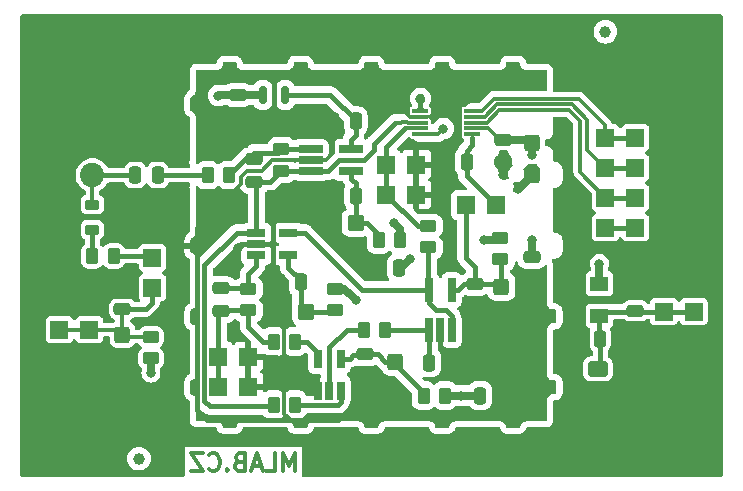
<source format=gbr>
%TF.GenerationSoftware,KiCad,Pcbnew,7.0.8-7.0.8~ubuntu23.04.1*%
%TF.CreationDate,2023-10-24T05:47:13+00:00*%
%TF.ProjectId,PCRD07,50435244-3037-42e6-9b69-6361645f7063,REV*%
%TF.SameCoordinates,PX6bb53e0PY7c5bf00*%
%TF.FileFunction,Copper,L2,Bot*%
%TF.FilePolarity,Positive*%
%FSLAX46Y46*%
G04 Gerber Fmt 4.6, Leading zero omitted, Abs format (unit mm)*
G04 Created by KiCad (PCBNEW 7.0.8-7.0.8~ubuntu23.04.1) date 2023-10-24 05:47:13*
%MOMM*%
%LPD*%
G01*
G04 APERTURE LIST*
G04 Aperture macros list*
%AMRoundRect*
0 Rectangle with rounded corners*
0 $1 Rounding radius*
0 $2 $3 $4 $5 $6 $7 $8 $9 X,Y pos of 4 corners*
0 Add a 4 corners polygon primitive as box body*
4,1,4,$2,$3,$4,$5,$6,$7,$8,$9,$2,$3,0*
0 Add four circle primitives for the rounded corners*
1,1,$1+$1,$2,$3*
1,1,$1+$1,$4,$5*
1,1,$1+$1,$6,$7*
1,1,$1+$1,$8,$9*
0 Add four rect primitives between the rounded corners*
20,1,$1+$1,$2,$3,$4,$5,0*
20,1,$1+$1,$4,$5,$6,$7,0*
20,1,$1+$1,$6,$7,$8,$9,0*
20,1,$1+$1,$8,$9,$2,$3,0*%
G04 Aperture macros list end*
%ADD10C,0.300000*%
%TA.AperFunction,NonConductor*%
%ADD11C,0.300000*%
%TD*%
%TA.AperFunction,ComponentPad*%
%ADD12C,6.000000*%
%TD*%
%TA.AperFunction,ComponentPad*%
%ADD13C,2.050000*%
%TD*%
%TA.AperFunction,ComponentPad*%
%ADD14C,2.250000*%
%TD*%
%TA.AperFunction,ComponentPad*%
%ADD15R,1.524000X1.524000*%
%TD*%
%TA.AperFunction,SMDPad,CuDef*%
%ADD16RoundRect,0.250000X0.475000X-0.250000X0.475000X0.250000X-0.475000X0.250000X-0.475000X-0.250000X0*%
%TD*%
%TA.AperFunction,SMDPad,CuDef*%
%ADD17R,0.650000X2.000000*%
%TD*%
%TA.AperFunction,SMDPad,CuDef*%
%ADD18RoundRect,0.250000X-0.250000X-0.475000X0.250000X-0.475000X0.250000X0.475000X-0.250000X0.475000X0*%
%TD*%
%TA.AperFunction,SMDPad,CuDef*%
%ADD19RoundRect,0.250000X-0.425000X0.450000X-0.425000X-0.450000X0.425000X-0.450000X0.425000X0.450000X0*%
%TD*%
%TA.AperFunction,SMDPad,CuDef*%
%ADD20RoundRect,0.250000X0.250000X0.475000X-0.250000X0.475000X-0.250000X-0.475000X0.250000X-0.475000X0*%
%TD*%
%TA.AperFunction,SMDPad,CuDef*%
%ADD21RoundRect,0.250000X-0.475000X0.250000X-0.475000X-0.250000X0.475000X-0.250000X0.475000X0.250000X0*%
%TD*%
%TA.AperFunction,SMDPad,CuDef*%
%ADD22RoundRect,0.250000X-0.600000X0.400000X-0.600000X-0.400000X0.600000X-0.400000X0.600000X0.400000X0*%
%TD*%
%TA.AperFunction,SMDPad,CuDef*%
%ADD23RoundRect,0.250000X-0.450000X0.262500X-0.450000X-0.262500X0.450000X-0.262500X0.450000X0.262500X0*%
%TD*%
%TA.AperFunction,SMDPad,CuDef*%
%ADD24RoundRect,0.250000X0.450000X-0.262500X0.450000X0.262500X-0.450000X0.262500X-0.450000X-0.262500X0*%
%TD*%
%TA.AperFunction,SMDPad,CuDef*%
%ADD25RoundRect,0.250000X-0.262500X-0.450000X0.262500X-0.450000X0.262500X0.450000X-0.262500X0.450000X0*%
%TD*%
%TA.AperFunction,SMDPad,CuDef*%
%ADD26RoundRect,0.250000X0.262500X0.450000X-0.262500X0.450000X-0.262500X-0.450000X0.262500X-0.450000X0*%
%TD*%
%TA.AperFunction,SMDPad,CuDef*%
%ADD27R,1.500000X1.300000*%
%TD*%
%TA.AperFunction,SMDPad,CuDef*%
%ADD28R,3.000000X0.700000*%
%TD*%
%TA.AperFunction,SMDPad,CuDef*%
%ADD29R,1.000000X1.000000*%
%TD*%
%TA.AperFunction,SMDPad,CuDef*%
%ADD30R,1.000000X2.300000*%
%TD*%
%TA.AperFunction,SMDPad,CuDef*%
%ADD31R,1.000000X3.800000*%
%TD*%
%TA.AperFunction,SMDPad,CuDef*%
%ADD32R,2.300000X1.000000*%
%TD*%
%TA.AperFunction,SMDPad,CuDef*%
%ADD33R,3.800000X1.000000*%
%TD*%
%TA.AperFunction,SMDPad,CuDef*%
%ADD34R,0.650000X1.560000*%
%TD*%
%TA.AperFunction,SMDPad,CuDef*%
%ADD35R,1.560000X0.650000*%
%TD*%
%TA.AperFunction,SMDPad,CuDef*%
%ADD36RoundRect,0.250000X0.450000X0.425000X-0.450000X0.425000X-0.450000X-0.425000X0.450000X-0.425000X0*%
%TD*%
%TA.AperFunction,SMDPad,CuDef*%
%ADD37R,1.400000X0.300000*%
%TD*%
%TA.AperFunction,SMDPad,CuDef*%
%ADD38RoundRect,0.150000X-0.150000X0.587500X-0.150000X-0.587500X0.150000X-0.587500X0.150000X0.587500X0*%
%TD*%
%TA.AperFunction,SMDPad,CuDef*%
%ADD39C,0.500000*%
%TD*%
%TA.AperFunction,SMDPad,CuDef*%
%ADD40C,1.000000*%
%TD*%
%TA.AperFunction,SMDPad,CuDef*%
%ADD41RoundRect,0.218750X0.381250X-0.218750X0.381250X0.218750X-0.381250X0.218750X-0.381250X-0.218750X0*%
%TD*%
%TA.AperFunction,SMDPad,CuDef*%
%ADD42R,2.000000X0.650000*%
%TD*%
%TA.AperFunction,ViaPad*%
%ADD43C,0.800000*%
%TD*%
%TA.AperFunction,Conductor*%
%ADD44C,0.700000*%
%TD*%
%TA.AperFunction,Conductor*%
%ADD45C,0.300000*%
%TD*%
%TA.AperFunction,Conductor*%
%ADD46C,0.450000*%
%TD*%
%TA.AperFunction,Conductor*%
%ADD47C,0.400000*%
%TD*%
G04 APERTURE END LIST*
D10*
D11*
X29086428Y6306672D02*
X29086428Y7806672D01*
X29086428Y7806672D02*
X28586428Y6735243D01*
X28586428Y6735243D02*
X28086428Y7806672D01*
X28086428Y7806672D02*
X28086428Y6306672D01*
X26657856Y6306672D02*
X27372142Y6306672D01*
X27372142Y6306672D02*
X27372142Y7806672D01*
X26229284Y6735243D02*
X25514999Y6735243D01*
X26372141Y6306672D02*
X25872141Y7806672D01*
X25872141Y7806672D02*
X25372141Y6306672D01*
X24372142Y7092386D02*
X24157856Y7020958D01*
X24157856Y7020958D02*
X24086427Y6949529D01*
X24086427Y6949529D02*
X24014999Y6806672D01*
X24014999Y6806672D02*
X24014999Y6592386D01*
X24014999Y6592386D02*
X24086427Y6449529D01*
X24086427Y6449529D02*
X24157856Y6378100D01*
X24157856Y6378100D02*
X24300713Y6306672D01*
X24300713Y6306672D02*
X24872142Y6306672D01*
X24872142Y6306672D02*
X24872142Y7806672D01*
X24872142Y7806672D02*
X24372142Y7806672D01*
X24372142Y7806672D02*
X24229285Y7735243D01*
X24229285Y7735243D02*
X24157856Y7663815D01*
X24157856Y7663815D02*
X24086427Y7520958D01*
X24086427Y7520958D02*
X24086427Y7378100D01*
X24086427Y7378100D02*
X24157856Y7235243D01*
X24157856Y7235243D02*
X24229285Y7163815D01*
X24229285Y7163815D02*
X24372142Y7092386D01*
X24372142Y7092386D02*
X24872142Y7092386D01*
X23372142Y6449529D02*
X23300713Y6378100D01*
X23300713Y6378100D02*
X23372142Y6306672D01*
X23372142Y6306672D02*
X23443570Y6378100D01*
X23443570Y6378100D02*
X23372142Y6449529D01*
X23372142Y6449529D02*
X23372142Y6306672D01*
X21800713Y6449529D02*
X21872141Y6378100D01*
X21872141Y6378100D02*
X22086427Y6306672D01*
X22086427Y6306672D02*
X22229284Y6306672D01*
X22229284Y6306672D02*
X22443570Y6378100D01*
X22443570Y6378100D02*
X22586427Y6520958D01*
X22586427Y6520958D02*
X22657856Y6663815D01*
X22657856Y6663815D02*
X22729284Y6949529D01*
X22729284Y6949529D02*
X22729284Y7163815D01*
X22729284Y7163815D02*
X22657856Y7449529D01*
X22657856Y7449529D02*
X22586427Y7592386D01*
X22586427Y7592386D02*
X22443570Y7735243D01*
X22443570Y7735243D02*
X22229284Y7806672D01*
X22229284Y7806672D02*
X22086427Y7806672D01*
X22086427Y7806672D02*
X21872141Y7735243D01*
X21872141Y7735243D02*
X21800713Y7663815D01*
X21300713Y7806672D02*
X20300713Y7806672D01*
X20300713Y7806672D02*
X21300713Y6306672D01*
X21300713Y6306672D02*
X20300713Y6306672D01*
%TA.AperFunction,EtchedComponent*%
%TO.C,JP1*%
G36*
X20439000Y25150000D02*
G01*
X19439000Y25150000D01*
X19439000Y25650000D01*
X20439000Y25650000D01*
X20439000Y25150000D01*
G37*
%TD.AperFunction*%
%TD*%
D12*
%TO.P,M1,1*%
%TO.N,GND*%
X10160000Y40640000D03*
%TD*%
%TO.P,M2,1*%
%TO.N,GND*%
X60960000Y40640000D03*
%TD*%
%TO.P,M3,1*%
%TO.N,GND*%
X10160000Y10160000D03*
%TD*%
%TO.P,M4,1*%
%TO.N,GND*%
X60960000Y10160000D03*
%TD*%
D13*
%TO.P,J8,1,In*%
%TO.N,Net-(J8-In)*%
X11938000Y31369000D03*
D14*
%TO.P,J8,2,Ext*%
%TO.N,GND*%
X9398000Y28829000D03*
X14478000Y28829000D03*
X9398000Y33909000D03*
X14478000Y33909000D03*
%TD*%
D15*
%TO.P,J1,1*%
%TO.N,GND*%
X62865000Y17272000D03*
%TO.P,J1,2*%
X60325000Y17272000D03*
%TO.P,J1,3*%
%TO.N,Net-(D1-K)*%
X62865000Y19812000D03*
%TO.P,J1,4*%
X60325000Y19812000D03*
%TO.P,J1,5*%
%TO.N,GND*%
X62865000Y22352000D03*
%TO.P,J1,6*%
X60325000Y22352000D03*
%TD*%
%TO.P,J2,1*%
%TO.N,GNDA*%
X25146000Y13462000D03*
%TO.P,J2,2*%
X25146000Y16002000D03*
%TD*%
%TO.P,J3,1*%
%TO.N,/#PeakDetect{slash}Trace*%
X22606000Y13462000D03*
%TO.P,J3,2*%
X22606000Y16002000D03*
%TD*%
%TO.P,J5,1*%
%TO.N,GNDA*%
X39370000Y29718000D03*
%TO.P,J5,2*%
X39370000Y32258000D03*
%TD*%
%TO.P,J6,1*%
%TO.N,/A{slash}D*%
X36830000Y29718000D03*
%TO.P,J6,2*%
X36830000Y32258000D03*
%TD*%
%TO.P,J7,1*%
%TO.N,Net-(U3-SDO)*%
X57912000Y32004000D03*
%TO.P,J7,2*%
X55372000Y32004000D03*
%TD*%
%TO.P,J10,1*%
%TO.N,Net-(U3-CONV)*%
X57912000Y26924000D03*
%TO.P,J10,2*%
X55372000Y26924000D03*
%TD*%
%TO.P,J9,1*%
%TO.N,Net-(U3-SDI)*%
X57912000Y34544000D03*
%TO.P,J9,2*%
X55372000Y34544000D03*
%TD*%
%TO.P,J4,1*%
%TO.N,Net-(U3-SCK)*%
X57912000Y29464000D03*
%TO.P,J4,2*%
X55372000Y29464000D03*
%TD*%
%TO.P,J11,1*%
%TO.N,Net-(U3-V_{REF})*%
X46101000Y28829000D03*
%TO.P,J11,2*%
%TO.N,/VCC2*%
X43561000Y28829000D03*
%TD*%
%TO.P,J12,1*%
%TO.N,GND*%
X9144000Y20828000D03*
%TO.P,J12,2*%
X11684000Y20828000D03*
%TO.P,J12,3*%
%TO.N,Net-(C16-Pad1)*%
X9144000Y18288000D03*
%TO.P,J12,4*%
X11684000Y18288000D03*
%TO.P,J12,5*%
%TO.N,GND*%
X9144000Y15748000D03*
%TO.P,J12,6*%
X11684000Y15748000D03*
%TD*%
%TO.P,J13,1*%
%TO.N,Net-(C16-Pad1)*%
X17018000Y21844000D03*
%TO.P,J13,2*%
%TO.N,Net-(J13-Pad2)*%
X17018000Y24384000D03*
%TD*%
D16*
%TO.P,C2,1*%
%TO.N,/#PeakDetect{slash}Trace*%
X22860000Y19878000D03*
%TO.P,C2,2*%
%TO.N,Net-(C2-Pad2)*%
X22860000Y21778000D03*
%TD*%
D17*
%TO.P,U2,1*%
%TO.N,Net-(U1--)*%
X42352000Y18229000D03*
%TO.P,U2,2,V-*%
%TO.N,GNDA*%
X41402000Y18229000D03*
%TO.P,U2,3,+*%
%TO.N,Net-(U2-+)*%
X40452000Y18229000D03*
%TO.P,U2,4,-*%
%TO.N,Net-(U1--)*%
X40452000Y21649000D03*
%TO.P,U2,5,V+*%
%TO.N,/VCC2*%
X42352000Y21649000D03*
%TD*%
D16*
%TO.P,C1,1*%
%TO.N,Net-(D1-K)*%
X57912000Y19878000D03*
%TO.P,C1,2*%
%TO.N,GND*%
X57912000Y21778000D03*
%TD*%
D18*
%TO.P,C4,1*%
%TO.N,Net-(D1-K)*%
X54930000Y17526000D03*
%TO.P,C4,2*%
%TO.N,GND*%
X56830000Y17526000D03*
%TD*%
D19*
%TO.P,C7,1*%
%TO.N,/VCC2*%
X46562000Y21924000D03*
%TO.P,C7,2*%
%TO.N,GNDA*%
X46562000Y19224000D03*
%TD*%
D16*
%TO.P,C8,1*%
%TO.N,Net-(U1-+)*%
X25654000Y30800000D03*
%TO.P,C8,2*%
%TO.N,Net-(U6-+)*%
X25654000Y32700000D03*
%TD*%
D20*
%TO.P,C9,1*%
%TO.N,Net-(U4-Vout)*%
X34224000Y35941000D03*
%TO.P,C9,2*%
%TO.N,GNDA*%
X32324000Y35941000D03*
%TD*%
D21*
%TO.P,C12,1*%
%TO.N,/VCC2*%
X44323000Y22159000D03*
%TO.P,C12,2*%
%TO.N,GNDA*%
X44323000Y20259000D03*
%TD*%
D20*
%TO.P,C13,1*%
%TO.N,/VCC3*%
X29605000Y22286000D03*
%TO.P,C13,2*%
%TO.N,GNDA*%
X27705000Y22286000D03*
%TD*%
D21*
%TO.P,C14,1*%
%TO.N,/VCC4*%
X35052000Y16190000D03*
%TO.P,C14,2*%
%TO.N,GNDA*%
X35052000Y14290000D03*
%TD*%
D18*
%TO.P,C19,1*%
%TO.N,Net-(U2-+)*%
X40452000Y15494000D03*
%TO.P,C19,2*%
%TO.N,GNDA*%
X42352000Y15494000D03*
%TD*%
D22*
%TO.P,D1,1,K*%
%TO.N,Net-(D1-K)*%
X54737000Y14958000D03*
%TO.P,D1,2,A*%
%TO.N,GND*%
X54737000Y11458000D03*
%TD*%
D23*
%TO.P,R1,1*%
%TO.N,/A{slash}D*%
X40386000Y27074500D03*
%TO.P,R1,2*%
%TO.N,Net-(U1--)*%
X40386000Y25249500D03*
%TD*%
D24*
%TO.P,R3,1*%
%TO.N,/VCC2*%
X46482000Y24233500D03*
%TO.P,R3,2*%
%TO.N,VCC*%
X46482000Y26058500D03*
%TD*%
%TO.P,R4,1*%
%TO.N,/VCC3*%
X32512000Y19915500D03*
%TO.P,R4,2*%
%TO.N,VCC*%
X32512000Y21740500D03*
%TD*%
D25*
%TO.P,R5,1*%
%TO.N,/VCC4*%
X39981500Y12700000D03*
%TO.P,R5,2*%
%TO.N,VCC*%
X41806500Y12700000D03*
%TD*%
D24*
%TO.P,R12,1*%
%TO.N,/#PeakDetect{slash}Trace*%
X25146000Y19915500D03*
%TO.P,R12,2*%
%TO.N,Net-(C2-Pad2)*%
X25146000Y21740500D03*
%TD*%
D26*
%TO.P,R13,1*%
%TO.N,Net-(U2-+)*%
X36726500Y18288000D03*
%TO.P,R13,2*%
%TO.N,Net-(U5-NO)*%
X34901500Y18288000D03*
%TD*%
D27*
%TO.P,C21,1,1*%
%TO.N,VCC*%
X54864000Y22178000D03*
D28*
%TO.P,C21,2,2*%
%TO.N,GND*%
X54864000Y20828000D03*
D27*
%TO.P,C21,3,3*%
%TO.N,Net-(D1-K)*%
X54864000Y19478000D03*
%TD*%
D29*
%TO.P,M5,1,Shield*%
%TO.N,GND*%
X19660000Y41300000D03*
D30*
X19660000Y39650000D03*
D31*
X19660000Y34400000D03*
X19660000Y28400000D03*
X19660000Y22400000D03*
X19660000Y16400000D03*
D30*
X19660000Y11150000D03*
D29*
X19660000Y9500000D03*
D32*
X21310000Y41300000D03*
X21310000Y9500000D03*
D33*
X26560000Y41300000D03*
X26560000Y9500000D03*
X32560000Y41300000D03*
X32560000Y9500000D03*
X38560000Y41300000D03*
X38560000Y9500000D03*
X44560000Y41300000D03*
X44560000Y9500000D03*
D32*
X49810000Y41300000D03*
X49810000Y9500000D03*
D29*
X51460000Y41300000D03*
D30*
X51460000Y39650000D03*
D31*
X51460000Y34400000D03*
X51460000Y28400000D03*
X51460000Y22400000D03*
X51460000Y16400000D03*
D30*
X51460000Y11150000D03*
D29*
X51460000Y9500000D03*
%TD*%
D34*
%TO.P,U5,1,COM*%
%TO.N,Net-(U5-COM)*%
X32954000Y13128000D03*
%TO.P,U5,2,NO*%
%TO.N,Net-(U5-NO)*%
X32004000Y13128000D03*
%TO.P,U5,3,GND*%
%TO.N,GNDA*%
X31054000Y13128000D03*
%TO.P,U5,4,IN*%
%TO.N,Net-(U5-IN)*%
X31054000Y15828000D03*
%TO.P,U5,5,VCC*%
%TO.N,/VCC4*%
X32954000Y15828000D03*
%TD*%
D35*
%TO.P,U1,1*%
%TO.N,Net-(C2-Pad2)*%
X25828000Y24577000D03*
%TO.P,U1,2,V-*%
%TO.N,GNDA*%
X25828000Y25527000D03*
%TO.P,U1,3,+*%
%TO.N,Net-(U1-+)*%
X25828000Y26477000D03*
%TO.P,U1,4,-*%
%TO.N,Net-(U1--)*%
X28528000Y26477000D03*
%TO.P,U1,5,V+*%
%TO.N,/VCC3*%
X28528000Y24577000D03*
%TD*%
D21*
%TO.P,C18,1*%
%TO.N,VCC*%
X46736000Y34351000D03*
%TO.P,C18,2*%
%TO.N,GND*%
X46736000Y32451000D03*
%TD*%
D36*
%TO.P,C11,1*%
%TO.N,/VCC5*%
X34243000Y27305000D03*
%TO.P,C11,2*%
%TO.N,GNDA*%
X31543000Y27305000D03*
%TD*%
D20*
%TO.P,C20,1*%
%TO.N,Net-(U3-V_{REF})*%
X43622000Y32512000D03*
%TO.P,C20,2*%
%TO.N,GNDA*%
X41722000Y32512000D03*
%TD*%
D25*
%TO.P,R11,1*%
%TO.N,Net-(L1-Pad1)*%
X11914500Y24511000D03*
%TO.P,R11,2*%
%TO.N,Net-(J13-Pad2)*%
X13739500Y24511000D03*
%TD*%
D19*
%TO.P,C5,1*%
%TO.N,/VCC4*%
X37592000Y15574000D03*
%TO.P,C5,2*%
%TO.N,GNDA*%
X37592000Y12874000D03*
%TD*%
D37*
%TO.P,U3,1,CONV*%
%TO.N,Net-(U3-CONV)*%
X39710000Y34814000D03*
%TO.P,U3,2,CH0*%
%TO.N,/A{slash}D*%
X39710000Y35314000D03*
%TO.P,U3,3,CH1*%
%TO.N,Net-(U1-+)*%
X39710000Y35814000D03*
%TO.P,U3,4,AGND*%
%TO.N,GNDA*%
X39710000Y36314000D03*
%TO.P,U3,5,DGND*%
%TO.N,GND*%
X39710000Y36814000D03*
%TO.P,U3,6,SDI*%
%TO.N,Net-(U3-SDI)*%
X44110000Y36814000D03*
%TO.P,U3,7,SDO*%
%TO.N,Net-(U3-SDO)*%
X44110000Y36314000D03*
%TO.P,U3,8,SCK*%
%TO.N,Net-(U3-SCK)*%
X44110000Y35814000D03*
%TO.P,U3,9,V_{CC}*%
%TO.N,VCC*%
X44110000Y35314000D03*
%TO.P,U3,10,V_{REF}*%
%TO.N,Net-(U3-V_{REF})*%
X44110000Y34814000D03*
%TD*%
D26*
%TO.P,R6,1*%
%TO.N,Net-(U5-IN)*%
X29106500Y17272000D03*
%TO.P,R6,2*%
%TO.N,/#PeakDetect{slash}Trace*%
X27281500Y17272000D03*
%TD*%
D38*
%TO.P,U4,1,Vin*%
%TO.N,VCC*%
X26355000Y38148500D03*
%TO.P,U4,2,Vout*%
%TO.N,Net-(U4-Vout)*%
X28255000Y38148500D03*
%TO.P,U4,3,GND*%
%TO.N,GNDA*%
X27305000Y36273500D03*
%TD*%
D36*
%TO.P,C6,1*%
%TO.N,/VCC3*%
X30052000Y19746000D03*
%TO.P,C6,2*%
%TO.N,GNDA*%
X27352000Y19746000D03*
%TD*%
D16*
%TO.P,C17,1*%
%TO.N,Net-(C16-Pad1)*%
X14478000Y20005000D03*
%TO.P,C17,2*%
%TO.N,GND*%
X14478000Y21905000D03*
%TD*%
D39*
%TO.P,JP1,1,1*%
%TO.N,GNDA*%
X20439000Y25400000D03*
%TO.P,JP1,2,2*%
%TO.N,GND*%
X19439000Y25400000D03*
%TD*%
D20*
%TO.P,C15,1*%
%TO.N,/VCC5*%
X34224000Y29591000D03*
%TO.P,C15,2*%
%TO.N,GNDA*%
X32324000Y29591000D03*
%TD*%
D21*
%TO.P,C22,1*%
%TO.N,VCC*%
X24257000Y38161000D03*
%TO.P,C22,2*%
%TO.N,GNDA*%
X24257000Y36261000D03*
%TD*%
D25*
%TO.P,R9,1*%
%TO.N,/VCC5*%
X36171500Y25908000D03*
%TO.P,R9,2*%
%TO.N,VCC*%
X37996500Y25908000D03*
%TD*%
D26*
%TO.P,R8,1*%
%TO.N,Net-(U6-+)*%
X23518500Y31369000D03*
%TO.P,R8,2*%
%TO.N,Net-(C10-Pad1)*%
X21693500Y31369000D03*
%TD*%
D19*
%TO.P,C3,1*%
%TO.N,VCC*%
X49149000Y34116000D03*
%TO.P,C3,2*%
%TO.N,GND*%
X49149000Y31416000D03*
%TD*%
D40*
%TO.P,FID2,*%
%TO.N,*%
X15875000Y7366000D03*
%TD*%
D25*
%TO.P,R2,1*%
%TO.N,Net-(U1-+)*%
X27281500Y11938000D03*
%TO.P,R2,2*%
%TO.N,Net-(U5-COM)*%
X29106500Y11938000D03*
%TD*%
D20*
%TO.P,C24,1*%
%TO.N,VCC*%
X37907000Y23495000D03*
%TO.P,C24,2*%
%TO.N,GNDA*%
X36007000Y23495000D03*
%TD*%
D24*
%TO.P,R7,1*%
%TO.N,Net-(U1-+)*%
X27940000Y31726500D03*
%TO.P,R7,2*%
%TO.N,Net-(U6-+)*%
X27940000Y33551500D03*
%TD*%
D20*
%TO.P,C10,1*%
%TO.N,Net-(C10-Pad1)*%
X17460000Y31369000D03*
%TO.P,C10,2*%
%TO.N,Net-(J8-In)*%
X15560000Y31369000D03*
%TD*%
D40*
%TO.P,FID1,*%
%TO.N,*%
X55372000Y43500000D03*
%TD*%
D19*
%TO.P,C16,1*%
%TO.N,Net-(C16-Pad1)*%
X14478000Y17860000D03*
%TO.P,C16,2*%
%TO.N,GND*%
X14478000Y15160000D03*
%TD*%
D21*
%TO.P,C25,1*%
%TO.N,VCC*%
X49149000Y24445000D03*
%TO.P,C25,2*%
%TO.N,GNDA*%
X49149000Y22545000D03*
%TD*%
D23*
%TO.P,R10,1*%
%TO.N,Net-(C16-Pad1)*%
X16891000Y17676500D03*
%TO.P,R10,2*%
%TO.N,VCC*%
X16891000Y15851500D03*
%TD*%
D18*
%TO.P,C23,1*%
%TO.N,VCC*%
X44770000Y12700000D03*
%TO.P,C23,2*%
%TO.N,GNDA*%
X46670000Y12700000D03*
%TD*%
D41*
%TO.P,L1,1,1*%
%TO.N,Net-(L1-Pad1)*%
X11938000Y26750500D03*
%TO.P,L1,2,2*%
%TO.N,Net-(J8-In)*%
X11938000Y28875500D03*
%TD*%
D42*
%TO.P,U6,1*%
%TO.N,Net-(U1-+)*%
X30421000Y31689000D03*
%TO.P,U6,2,V-*%
%TO.N,GNDA*%
X30421000Y32639000D03*
%TO.P,U6,3,+*%
%TO.N,Net-(U6-+)*%
X30421000Y33589000D03*
%TO.P,U6,4,-*%
%TO.N,Net-(U4-Vout)*%
X33841000Y33589000D03*
%TO.P,U6,5,V+*%
%TO.N,/VCC5*%
X33841000Y31689000D03*
%TD*%
D43*
%TO.N,GND*%
X39710000Y37846004D03*
X46736000Y31369000D03*
X48006000Y30226000D03*
%TO.N,VCC*%
X49149000Y25908000D03*
X37465000Y27305006D03*
X45085002Y25908000D03*
X38862006Y24257006D03*
X22606000Y38100000D03*
X16890994Y14605000D03*
X34214750Y20752750D03*
X49177426Y33070772D03*
X54864000Y23876000D03*
X43180000Y12700000D03*
%TO.N,GNDA*%
X35052000Y12954000D03*
X24297562Y25177763D03*
X30099000Y13462000D03*
X22860000Y28956000D03*
X27686008Y28956008D03*
%TO.N,Net-(U3-CONV)*%
X41656000Y35306000D03*
%TD*%
D44*
%TO.N,GND*%
X46736000Y32451000D02*
X46736000Y31369000D01*
D45*
X39710000Y37014000D02*
X39710000Y37846004D01*
D44*
X49149000Y31369000D02*
X48006000Y30226000D01*
X49149000Y31416000D02*
X49149000Y31369000D01*
X51460000Y33727000D02*
X51460000Y34400000D01*
D45*
%TO.N,VCC*%
X44110000Y35314000D02*
X45458000Y35314000D01*
D44*
X34214750Y20752750D02*
X33960750Y21006750D01*
X46482000Y26058500D02*
X46331500Y25908000D01*
X24269500Y38148500D02*
X24257000Y38161000D01*
X37996500Y25908000D02*
X37996500Y26773506D01*
X46331500Y25908000D02*
X45085002Y25908000D01*
X43180000Y12700000D02*
X44770000Y12700000D01*
X33227000Y21740500D02*
X32512000Y21740500D01*
X16891000Y15851500D02*
X16891000Y14605006D01*
X38100000Y23495000D02*
X38862006Y24257006D01*
D45*
X45458000Y35314000D02*
X46421000Y34351000D01*
X46421000Y34351000D02*
X46736000Y34351000D01*
D44*
X24257000Y38161000D02*
X22667000Y38161000D01*
X43180000Y12700000D02*
X41806500Y12700000D01*
X16891000Y14605006D02*
X16890994Y14605000D01*
X49177426Y34087574D02*
X49177426Y33070772D01*
X48914000Y34351000D02*
X49149000Y34116000D01*
X46736000Y34351000D02*
X48914000Y34351000D01*
X22667000Y38161000D02*
X22606000Y38100000D01*
X49149000Y24445000D02*
X49149000Y25908000D01*
X37996500Y26773506D02*
X37465000Y27305006D01*
X49149000Y34116000D02*
X49177426Y34087574D01*
X33960750Y21006750D02*
X33227000Y21740500D01*
X54864000Y22178000D02*
X54864000Y23876000D01*
X37907000Y23495000D02*
X38100000Y23495000D01*
X26355000Y38148500D02*
X24269500Y38148500D01*
D46*
%TO.N,/VCC2*%
X43368000Y22159000D02*
X42858000Y21649000D01*
X46327000Y22159000D02*
X46562000Y21924000D01*
X43561000Y24384000D02*
X44323000Y23622000D01*
X46562000Y21924000D02*
X46562000Y24153500D01*
X44323000Y23622000D02*
X44323000Y22159000D01*
X42858000Y21649000D02*
X42352000Y21649000D01*
X46562000Y24153500D02*
X46482000Y24233500D01*
X43561000Y28829000D02*
X43561000Y24384000D01*
X44323000Y22159000D02*
X46327000Y22159000D01*
X44323000Y22159000D02*
X43368000Y22159000D01*
%TO.N,/VCC3*%
X32342500Y19746000D02*
X32512000Y19915500D01*
X29605000Y22286000D02*
X29605000Y20193000D01*
X30052000Y19746000D02*
X32342500Y19746000D01*
X29605000Y22286000D02*
X29605000Y22465000D01*
X28528000Y23542000D02*
X28528000Y24577000D01*
X29605000Y22465000D02*
X28528000Y23542000D01*
X29605000Y20193000D02*
X30052000Y19746000D01*
%TO.N,/VCC4*%
X39981500Y12954000D02*
X37592000Y15343500D01*
X37592000Y15343500D02*
X37592000Y15574000D01*
X39981500Y12700000D02*
X39981500Y12954000D01*
X36750000Y15574000D02*
X36134000Y16190000D01*
X36134000Y16190000D02*
X35052000Y16190000D01*
X33735000Y15828000D02*
X32954000Y15828000D01*
X34036000Y16129000D02*
X34991000Y16129000D01*
X34991000Y16129000D02*
X35052000Y16190000D01*
X34036000Y16129000D02*
X33735000Y15828000D01*
X37592000Y15574000D02*
X36750000Y15574000D01*
%TO.N,Net-(D1-K)*%
X55198000Y19812000D02*
X54864000Y19478000D01*
X54864000Y17592000D02*
X54930000Y17526000D01*
X60325000Y19812000D02*
X55198000Y19812000D01*
X54930000Y17526000D02*
X54930000Y14766000D01*
X54864000Y19478000D02*
X54864000Y17592000D01*
X54930000Y14766000D02*
X54864000Y14700000D01*
X62865000Y19812000D02*
X60325000Y19812000D01*
%TO.N,Net-(C2-Pad2)*%
X22860000Y21778000D02*
X25108500Y21778000D01*
X25146000Y22987000D02*
X25828000Y23669000D01*
X25828000Y23669000D02*
X25828000Y24577000D01*
X25108500Y21778000D02*
X25146000Y21740500D01*
X25146000Y21740500D02*
X25146000Y22987000D01*
%TO.N,/#PeakDetect{slash}Trace*%
X22606000Y16002000D02*
X22606000Y19624000D01*
X25146000Y19915500D02*
X22897500Y19915500D01*
X27281500Y17272000D02*
X26416000Y17272000D01*
X22897500Y19915500D02*
X22860000Y19878000D01*
X22606000Y19624000D02*
X22860000Y19878000D01*
X22606000Y16002000D02*
X22606000Y13462000D01*
X25146000Y18542000D02*
X25146000Y19915500D01*
X26416000Y17272000D02*
X25146000Y18542000D01*
%TO.N,GNDA*%
X41929500Y16251500D02*
X42549500Y16251500D01*
D47*
X20794000Y11464000D02*
X21633000Y10625000D01*
D45*
X30421000Y32639000D02*
X31721000Y32639000D01*
X39710000Y36314000D02*
X38866279Y36314000D01*
D46*
X27330000Y36298500D02*
X27330000Y39649000D01*
D45*
X24511000Y31233528D02*
X24511000Y30607000D01*
D46*
X42549500Y16251500D02*
X43062000Y16764000D01*
X27352000Y19746000D02*
X27352000Y19609406D01*
X42352000Y15494000D02*
X42352000Y16054000D01*
D45*
X31543000Y27305000D02*
X29891992Y28956008D01*
X28194000Y11176000D02*
X28194000Y13462000D01*
D47*
X20794000Y26890000D02*
X20794000Y11464000D01*
X24646799Y25527000D02*
X24297562Y25177763D01*
D46*
X43434000Y16764000D02*
X44323000Y17653000D01*
D45*
X28144000Y15444000D02*
X27586000Y16002000D01*
D47*
X22860000Y28956000D02*
X20794000Y26890000D01*
D45*
X28745000Y10625000D02*
X28194000Y11176000D01*
D46*
X35052000Y14290000D02*
X35052000Y12954000D01*
D45*
X25027472Y31750000D02*
X24511000Y31233528D01*
X27166528Y32639000D02*
X26277528Y31750000D01*
D46*
X27620000Y19746000D02*
X27705000Y19831000D01*
X34094913Y39946087D02*
X37084000Y36957000D01*
D45*
X38866279Y36314000D02*
X38223279Y36957000D01*
X26277528Y31750000D02*
X25027472Y31750000D01*
D47*
X25828000Y25527000D02*
X24646799Y25527000D01*
D46*
X27352000Y19609406D02*
X28194000Y18767406D01*
D45*
X39370000Y32258000D02*
X41468000Y32258000D01*
D46*
X42352000Y16054000D02*
X43062000Y16764000D01*
X27352000Y19746000D02*
X27620000Y19746000D01*
D45*
X28194000Y18767406D02*
X28144000Y18717406D01*
D46*
X27198000Y25527000D02*
X27198000Y22793000D01*
X44323000Y17653000D02*
X44323000Y20259000D01*
X25828000Y25527000D02*
X27198000Y25527000D01*
X27705000Y19831000D02*
X27705000Y22286000D01*
D45*
X28144000Y18717406D02*
X28144000Y15444000D01*
X24511000Y30607000D02*
X22860000Y28956000D01*
X41468000Y32258000D02*
X41722000Y32512000D01*
X29891992Y28956008D02*
X27686008Y28956008D01*
D46*
X32723000Y10625000D02*
X28745000Y10625000D01*
X43062000Y16764000D02*
X43434000Y16764000D01*
X41402000Y18229000D02*
X41402000Y16779000D01*
X27198000Y28468000D02*
X27686008Y28956008D01*
X27627087Y39946087D02*
X34094913Y39946087D01*
X27198000Y25527000D02*
X27198000Y28468000D01*
D45*
X31721000Y32639000D02*
X32324000Y33242000D01*
D47*
X21633000Y10625000D02*
X28745000Y10625000D01*
D46*
X27305000Y36273500D02*
X27330000Y36298500D01*
D45*
X32324000Y33242000D02*
X32324000Y35941000D01*
X30421000Y32639000D02*
X27166528Y32639000D01*
D46*
X27330000Y39649000D02*
X27627087Y39946087D01*
X35052000Y12954000D02*
X32723000Y10625000D01*
X27198000Y22793000D02*
X27705000Y22286000D01*
D45*
X27586000Y16002000D02*
X25146000Y16002000D01*
X38223279Y36957000D02*
X37084000Y36957000D01*
D46*
X41402000Y16779000D02*
X41929500Y16251500D01*
%TO.N,Net-(U1-+)*%
X25828000Y26477000D02*
X25828000Y30626000D01*
X34925000Y32639000D02*
X35814000Y33528000D01*
X21883000Y11811000D02*
X21419000Y12275000D01*
X27977500Y31689000D02*
X30421000Y31689000D01*
X25828000Y30626000D02*
X25654000Y30800000D01*
X35814000Y34036000D02*
X37592000Y35814000D01*
X31871000Y31689000D02*
X32821000Y32639000D01*
X21419000Y12275000D02*
X21419000Y23748770D01*
X27940000Y31726500D02*
X27977500Y31689000D01*
X21419000Y23748770D02*
X24147230Y26477000D01*
D45*
X38048828Y35814000D02*
X37592000Y35814000D01*
D46*
X25654000Y30800000D02*
X27013500Y30800000D01*
X27281500Y11938000D02*
X27154500Y11811000D01*
X35814000Y33528000D02*
X35814000Y34036000D01*
D45*
X38592172Y35881000D02*
X38115828Y35881000D01*
D46*
X27154500Y11811000D02*
X21883000Y11811000D01*
X24147230Y26477000D02*
X25828000Y26477000D01*
D45*
X39710000Y35814000D02*
X38659172Y35814000D01*
D46*
X30421000Y31689000D02*
X31871000Y31689000D01*
X27013500Y30800000D02*
X27940000Y31726500D01*
D45*
X38115828Y35881000D02*
X38048828Y35814000D01*
X38659172Y35814000D02*
X38592172Y35881000D01*
D46*
X32821000Y32639000D02*
X34925000Y32639000D01*
%TO.N,Net-(U6-+)*%
X25654000Y32700000D02*
X25654000Y33274000D01*
X27662500Y33274000D02*
X27940000Y33551500D01*
X24849500Y32700000D02*
X25654000Y32700000D01*
X27940000Y33551500D02*
X27977500Y33589000D01*
X23518500Y31369000D02*
X24849500Y32700000D01*
X25654000Y33274000D02*
X27662500Y33274000D01*
X27977500Y33589000D02*
X30421000Y33589000D01*
%TO.N,Net-(U4-Vout)*%
X34224000Y34732000D02*
X34224000Y35941000D01*
X33841000Y34349000D02*
X34224000Y34732000D01*
X34224000Y35941000D02*
X34224000Y36003437D01*
X33841000Y33589000D02*
X33841000Y34349000D01*
X34224000Y36003437D02*
X32078937Y38148500D01*
X32078937Y38148500D02*
X28255000Y38148500D01*
%TO.N,Net-(C10-Pad1)*%
X21693500Y31369000D02*
X17460000Y31369000D01*
%TO.N,Net-(J8-In)*%
X15560000Y31369000D02*
X12004000Y31369000D01*
D45*
X11938000Y28875500D02*
X11938000Y31435000D01*
D46*
X12004000Y31369000D02*
X11938000Y31435000D01*
%TO.N,/VCC5*%
X34224000Y29591000D02*
X34224000Y30673000D01*
X34243000Y27305000D02*
X34243000Y29572000D01*
X34243000Y29572000D02*
X34224000Y29591000D01*
X34224000Y30673000D02*
X33841000Y31056000D01*
X35179000Y27305000D02*
X36171500Y26312500D01*
X33841000Y31056000D02*
X33841000Y31689000D01*
X34243000Y27305000D02*
X35179000Y27305000D01*
X36171500Y26312500D02*
X36171500Y25908000D01*
%TO.N,Net-(C16-Pad1)*%
X16449000Y20005000D02*
X17018000Y20574000D01*
D45*
X14050000Y18288000D02*
X11684000Y18288000D01*
X14478000Y17860000D02*
X14478000Y20005000D01*
D46*
X14478000Y20005000D02*
X16449000Y20005000D01*
D45*
X16891000Y17676500D02*
X14661500Y17676500D01*
X14661500Y17676500D02*
X14478000Y17860000D01*
X14478000Y17860000D02*
X14050000Y18288000D01*
D46*
X17018000Y20574000D02*
X17018000Y21844000D01*
D45*
X11684000Y18288000D02*
X9144000Y18288000D01*
D46*
%TO.N,Net-(U2-+)*%
X40452000Y18229000D02*
X36785500Y18229000D01*
X40452000Y15494000D02*
X40452000Y18229000D01*
X36785500Y18229000D02*
X36726500Y18288000D01*
%TO.N,Net-(U3-V_{REF})*%
X44110000Y33930000D02*
X44110000Y34539000D01*
X43622000Y32512000D02*
X43622000Y33442000D01*
X43622000Y31308000D02*
X46101000Y28829000D01*
X43622000Y32512000D02*
X43622000Y31308000D01*
X43622000Y33442000D02*
X44110000Y33930000D01*
D45*
%TO.N,Net-(U3-SCK)*%
X46401050Y36850000D02*
X52304000Y36850000D01*
D47*
X55372000Y29464000D02*
X57912000Y29464000D01*
D45*
X44110000Y35814000D02*
X45365050Y35814000D01*
X53213000Y35941000D02*
X53213000Y31623000D01*
X45365050Y35814000D02*
X46401050Y36850000D01*
X52304000Y36850000D02*
X53213000Y35941000D01*
X53213000Y31623000D02*
X55372000Y29464000D01*
D46*
%TO.N,/A{slash}D*%
X36830000Y32258000D02*
X36830000Y33782000D01*
X36830000Y29718000D02*
X36830000Y32258000D01*
D45*
X38362000Y35314000D02*
X38354000Y35306000D01*
X39710000Y35314000D02*
X38362000Y35314000D01*
D46*
X36830000Y33782000D02*
X38354000Y35306000D01*
X36830000Y29718000D02*
X39473500Y27074500D01*
X39473500Y27074500D02*
X40386000Y27074500D01*
D45*
%TO.N,Net-(U3-SDO)*%
X53848000Y36013106D02*
X52511106Y37350000D01*
X46193943Y37350000D02*
X45157943Y36314000D01*
X53848000Y33528000D02*
X53848000Y36013106D01*
X52511106Y37350000D02*
X46193943Y37350000D01*
X45157943Y36314000D02*
X44110000Y36314000D01*
X55372000Y32004000D02*
X53848000Y33528000D01*
D47*
X55372000Y32004000D02*
X57912000Y32004000D01*
D45*
%TO.N,Net-(U3-SDI)*%
X55372000Y34544000D02*
X55372000Y35606000D01*
X44942000Y36814000D02*
X44110000Y36814000D01*
X45978000Y37850000D02*
X44942000Y36814000D01*
X53128000Y37850000D02*
X45978000Y37850000D01*
X55372000Y35606000D02*
X53128000Y37850000D01*
D47*
X55372000Y34544000D02*
X57912000Y34544000D01*
D45*
%TO.N,Net-(U3-CONV)*%
X41164000Y34814000D02*
X41656000Y35306000D01*
D47*
X55372000Y26924000D02*
X57912000Y26924000D01*
D45*
X39710000Y34814000D02*
X41164000Y34814000D01*
D46*
%TO.N,Net-(J13-Pad2)*%
X16891000Y24511000D02*
X17018000Y24384000D01*
X13739500Y24511000D02*
X16891000Y24511000D01*
%TO.N,Net-(L1-Pad1)*%
X11938000Y26750500D02*
X11938000Y24534500D01*
X11938000Y24534500D02*
X11914500Y24511000D01*
%TO.N,Net-(U1--)*%
X40386000Y21715000D02*
X40452000Y21649000D01*
X41867000Y19939000D02*
X41021000Y19939000D01*
X29911000Y26477000D02*
X28528000Y26477000D01*
X42352000Y19454000D02*
X41867000Y19939000D01*
X42352000Y18229000D02*
X42352000Y19454000D01*
X40452000Y21649000D02*
X34739000Y21649000D01*
X41021000Y19939000D02*
X40452000Y20508000D01*
X40452000Y20508000D02*
X40452000Y21649000D01*
X34739000Y21649000D02*
X29911000Y26477000D01*
X40386000Y25249500D02*
X40386000Y21715000D01*
%TO.N,Net-(U5-COM)*%
X32754000Y11923000D02*
X29121500Y11923000D01*
X29121500Y11923000D02*
X29106500Y11938000D01*
X32954000Y12123000D02*
X32754000Y11923000D01*
X32954000Y13128000D02*
X32954000Y12123000D01*
%TO.N,Net-(U5-IN)*%
X31054000Y16317000D02*
X31054000Y15828000D01*
X29106500Y17272000D02*
X30099000Y17272000D01*
X30099000Y17272000D02*
X31054000Y16317000D01*
%TO.N,Net-(U5-NO)*%
X34901500Y18288000D02*
X33459000Y18288000D01*
X33459000Y18288000D02*
X32004000Y16833000D01*
X32004000Y16833000D02*
X32004000Y13128000D01*
%TD*%
%TA.AperFunction,Conductor*%
%TO.N,GND*%
G36*
X48927588Y32310102D02*
G01*
X48998171Y32285404D01*
X49177426Y32265207D01*
X49356681Y32285404D01*
X49405450Y32302470D01*
X49476349Y32306089D01*
X49537955Y32270801D01*
X49551777Y32253616D01*
X49595624Y32188088D01*
X49595626Y32188086D01*
X49595630Y32188080D01*
X49613286Y32168451D01*
X49641142Y32137481D01*
X49641843Y32136655D01*
X49642351Y32136136D01*
X49642352Y32136135D01*
X49666929Y32115623D01*
X49688526Y32097599D01*
X49692696Y32093788D01*
X49725945Y32060539D01*
X49757071Y32029413D01*
X49775217Y32006464D01*
X49789824Y31982782D01*
X49802188Y31956267D01*
X49812421Y31925384D01*
X49818157Y31898625D01*
X49818670Y31893600D01*
X49818999Y31887195D01*
X49818999Y30944829D01*
X49818671Y30938411D01*
X49818160Y30933417D01*
X49812419Y30906611D01*
X49802187Y30875733D01*
X49789824Y30849220D01*
X49775217Y30825538D01*
X49757071Y30802589D01*
X49737411Y30782929D01*
X49714462Y30764783D01*
X49690780Y30750176D01*
X49664266Y30737812D01*
X49633384Y30727579D01*
X49606617Y30721842D01*
X49606383Y30721819D01*
X49601587Y30721328D01*
X49595191Y30721001D01*
X49239207Y30721001D01*
X49219592Y30719950D01*
X49211745Y30719529D01*
X49171712Y30715224D01*
X49148276Y30711427D01*
X49117456Y30706433D01*
X48980510Y30655355D01*
X48919189Y30621870D01*
X48802183Y30534281D01*
X48802174Y30534273D01*
X48632217Y30364315D01*
X48466126Y30198224D01*
X48466120Y30198217D01*
X48466119Y30198216D01*
X48443962Y30172951D01*
X48443960Y30172949D01*
X48443959Y30172947D01*
X48403792Y30120601D01*
X48385112Y30092645D01*
X48376313Y30077404D01*
X48333939Y30004012D01*
X48318456Y29982703D01*
X48280623Y29940685D01*
X48261047Y29923058D01*
X48215298Y29889820D01*
X48192488Y29876651D01*
X48140830Y29853651D01*
X48115778Y29845511D01*
X48060468Y29833754D01*
X48034272Y29831000D01*
X47977731Y29831000D01*
X47951533Y29833754D01*
X47896218Y29845512D01*
X47871167Y29853651D01*
X47738594Y29912677D01*
X47738595Y29912676D01*
X47705290Y29924828D01*
X47692712Y29928456D01*
X47674874Y29933602D01*
X47614967Y29971701D01*
X47585167Y30036141D01*
X47585867Y30077404D01*
X47594889Y30126576D01*
X47599292Y30135309D01*
X47602796Y30168650D01*
X47602811Y30168759D01*
X47602814Y30168825D01*
X47603182Y30172328D01*
X47603183Y30172327D01*
X47617667Y30310139D01*
X47619028Y30332098D01*
X47619641Y30364315D01*
X47618594Y30408290D01*
X47601132Y30490437D01*
X47588205Y30551251D01*
X47576175Y30583978D01*
X47571446Y30654817D01*
X47605766Y30716967D01*
X47668239Y30750696D01*
X47703423Y30753129D01*
X47762513Y30748902D01*
X47908293Y30759326D01*
X47908295Y30759327D01*
X47908297Y30759327D01*
X47908298Y30759327D01*
X48045225Y30810396D01*
X48045223Y30810396D01*
X48045236Y30810400D01*
X48106560Y30843884D01*
X48106572Y30843891D01*
X48223576Y30931480D01*
X48302011Y31009917D01*
X48302010Y31009917D01*
X48302017Y31009924D01*
X48320390Y31030378D01*
X48320391Y31030379D01*
X48345649Y31061722D01*
X48345648Y31061721D01*
X48345651Y31061725D01*
X48377797Y31106304D01*
X48438514Y31239252D01*
X48458199Y31306291D01*
X48458200Y31306295D01*
X48479000Y31450965D01*
X48479000Y31592625D01*
X48478357Y31610634D01*
X48477376Y31628936D01*
X48459656Y31710392D01*
X48446309Y31771747D01*
X48439419Y31790219D01*
X48424549Y31830086D01*
X48419485Y31900900D01*
X48453510Y31963212D01*
X48467097Y31974985D01*
X48477512Y31982782D01*
X48544279Y32032763D01*
X48560595Y32049081D01*
X48583555Y32067232D01*
X48585361Y32068345D01*
X48666690Y32130496D01*
X48702599Y32164107D01*
X48769975Y32241140D01*
X48773979Y32248908D01*
X48822971Y32300291D01*
X48891966Y32317030D01*
X48927588Y32310102D01*
G37*
%TD.AperFunction*%
%TA.AperFunction,Conductor*%
G36*
X47103867Y33430498D02*
G01*
X47150360Y33376842D01*
X47161425Y33333489D01*
X47168612Y33232992D01*
X47168612Y33232991D01*
X47168613Y33232989D01*
X47183066Y33194239D01*
X47219690Y33096046D01*
X47243150Y33053083D01*
X47253175Y33034724D01*
X47340764Y32917720D01*
X47394074Y32864410D01*
X47412217Y32841464D01*
X47426824Y32817782D01*
X47439188Y32791267D01*
X47449421Y32760384D01*
X47455157Y32733627D01*
X47455670Y32728608D01*
X47455998Y32722206D01*
X47455999Y32474372D01*
X47456642Y32456365D01*
X47457623Y32438074D01*
X47457623Y32438072D01*
X47488687Y32295260D01*
X47510448Y32236911D01*
X47515511Y32166095D01*
X47481484Y32103784D01*
X47467901Y32092015D01*
X47390724Y32034240D01*
X47390719Y32034236D01*
X47355459Y31998976D01*
X47355421Y31998956D01*
X47318567Y31962085D01*
X47316363Y31959880D01*
X47316358Y31959875D01*
X47315854Y31959370D01*
X47308897Y31952414D01*
X47306017Y31950842D01*
X47302255Y31946229D01*
X47297981Y31941498D01*
X47297410Y31940928D01*
X47293198Y31935122D01*
X47282144Y31921568D01*
X47251542Y31884070D01*
X47251350Y31883808D01*
X47190664Y31790226D01*
X47190661Y31790219D01*
X47144176Y31651662D01*
X47144172Y31651648D01*
X47136672Y31610634D01*
X47131606Y31582932D01*
X47131605Y31582925D01*
X47126041Y31436874D01*
X47136825Y31334280D01*
X47138786Y31315619D01*
X47138786Y31315617D01*
X47171404Y31181856D01*
X47171405Y31181853D01*
X47177391Y31166585D01*
X47183633Y31095863D01*
X47150648Y31032994D01*
X47088910Y30997938D01*
X47050501Y30994961D01*
X46995800Y30999134D01*
X46995782Y30999134D01*
X46849974Y30989402D01*
X46803273Y30979475D01*
X46790473Y30976754D01*
X46790468Y30976753D01*
X46764271Y30974000D01*
X46707728Y30974000D01*
X46681530Y30976754D01*
X46626220Y30988511D01*
X46601168Y30996651D01*
X46549510Y31019651D01*
X46526700Y31032820D01*
X46516148Y31040486D01*
X46480948Y31066061D01*
X46461375Y31083685D01*
X46423540Y31125705D01*
X46408057Y31147015D01*
X46379782Y31195989D01*
X46369070Y31220047D01*
X46351593Y31273832D01*
X46346120Y31299585D01*
X46340208Y31355835D01*
X46340208Y31382174D01*
X46345958Y31436878D01*
X46345502Y31548391D01*
X46339471Y31601590D01*
X46314948Y31710387D01*
X46248325Y31840477D01*
X46229194Y31867496D01*
X46215247Y31887195D01*
X46211058Y31893111D01*
X46210771Y31893516D01*
X46208758Y31896359D01*
X46208759Y31896359D01*
X46207991Y31897444D01*
X46207971Y31897472D01*
X46207969Y31897474D01*
X46207967Y31897477D01*
X46207874Y31897608D01*
X46195834Y31914612D01*
X46191424Y31916770D01*
X46180181Y31935336D01*
X46077925Y32037592D01*
X46059780Y32060539D01*
X46045175Y32084217D01*
X46032811Y32110732D01*
X46022578Y32141613D01*
X46016834Y32168445D01*
X46016326Y32173422D01*
X46016000Y32179824D01*
X46016000Y32722160D01*
X46016324Y32728543D01*
X46016831Y32733520D01*
X46022579Y32760395D01*
X46032809Y32791267D01*
X46045169Y32817777D01*
X46059784Y32841471D01*
X46077923Y32864410D01*
X46132909Y32919396D01*
X46135101Y32921482D01*
X46136719Y32922950D01*
X46136734Y32922962D01*
X46153808Y32938442D01*
X46244464Y33053086D01*
X46279561Y33113501D01*
X46334245Y33249040D01*
X46342864Y33336816D01*
X46369428Y33402654D01*
X46427370Y33443680D01*
X46468261Y33450500D01*
X47035746Y33450500D01*
X47103867Y33430498D01*
G37*
%TD.AperFunction*%
%TA.AperFunction,Conductor*%
G36*
X39764467Y38238251D02*
G01*
X39790971Y38232618D01*
X39819777Y38226496D01*
X39844830Y38218355D01*
X39896490Y38195354D01*
X39919301Y38182184D01*
X39965048Y38148947D01*
X39984623Y38131321D01*
X40022458Y38089301D01*
X40037941Y38067991D01*
X40066216Y38019017D01*
X40076930Y37994954D01*
X40094403Y37941179D01*
X40099880Y37915413D01*
X40105790Y37859178D01*
X40105791Y37859177D01*
X40105791Y37832835D01*
X40099880Y37776597D01*
X40094402Y37750830D01*
X40076929Y37697057D01*
X40066217Y37672996D01*
X40008246Y37572586D01*
X40008243Y37572582D01*
X39969199Y37488083D01*
X39954187Y37445929D01*
X39931042Y37355807D01*
X39928432Y37209668D01*
X39937139Y37140345D01*
X39972815Y37010295D01*
X39971547Y36939310D01*
X39932102Y36880279D01*
X39867005Y36851944D01*
X39817312Y36855634D01*
X39785667Y36864500D01*
X39785665Y36864500D01*
X39571150Y36864500D01*
X39503029Y36884502D01*
X39456536Y36938158D01*
X39446432Y37008432D01*
X39452080Y37031711D01*
X39468783Y37079969D01*
X39468786Y37079980D01*
X39468788Y37079987D01*
X39496446Y37223496D01*
X39482552Y37368987D01*
X39482551Y37368992D01*
X39466078Y37436892D01*
X39411758Y37572575D01*
X39353783Y37672991D01*
X39343070Y37697053D01*
X39325597Y37750826D01*
X39320120Y37776589D01*
X39314208Y37832839D01*
X39314208Y37859178D01*
X39318607Y37901025D01*
X39320119Y37915418D01*
X39325596Y37941179D01*
X39343068Y37994954D01*
X39353777Y38019009D01*
X39382061Y38067998D01*
X39397539Y38089300D01*
X39418642Y38112738D01*
X39435373Y38131321D01*
X39454947Y38148945D01*
X39500701Y38182186D01*
X39523506Y38195353D01*
X39575173Y38218358D01*
X39600218Y38226495D01*
X39644194Y38235842D01*
X39655532Y38238251D01*
X39681726Y38241004D01*
X39738272Y38241004D01*
X39764467Y38238251D01*
G37*
%TD.AperFunction*%
%TA.AperFunction,Conductor*%
G36*
X65227621Y44945498D02*
G01*
X65274114Y44891842D01*
X65285500Y44839500D01*
X65285500Y5960500D01*
X65265498Y5892379D01*
X65211842Y5845886D01*
X65159500Y5834500D01*
X29767632Y5834500D01*
X29699511Y5854502D01*
X29653018Y5908158D01*
X29641632Y5960500D01*
X29641632Y8362463D01*
X19744922Y8362463D01*
X19744922Y5960500D01*
X19724920Y5892379D01*
X19671264Y5845886D01*
X19618922Y5834500D01*
X5960500Y5834500D01*
X5892379Y5854502D01*
X5845886Y5908158D01*
X5834500Y5960500D01*
X5834500Y7365997D01*
X14869659Y7365997D01*
X14888974Y7169876D01*
X14888974Y7169874D01*
X14946186Y6981272D01*
X15039090Y6807462D01*
X15164117Y6655117D01*
X15316462Y6530090D01*
X15490273Y6437186D01*
X15678868Y6379976D01*
X15678872Y6379976D01*
X15678874Y6379975D01*
X15874997Y6360659D01*
X15875000Y6360659D01*
X15875003Y6360659D01*
X16071124Y6379975D01*
X16071126Y6379975D01*
X16071127Y6379976D01*
X16071132Y6379976D01*
X16259727Y6437186D01*
X16433538Y6530090D01*
X16585883Y6655117D01*
X16710910Y6807462D01*
X16803814Y6981273D01*
X16861024Y7169868D01*
X16880341Y7366000D01*
X16861025Y7562125D01*
X16861025Y7562127D01*
X16861024Y7562130D01*
X16861024Y7562132D01*
X16803814Y7750727D01*
X16710910Y7924538D01*
X16585883Y8076883D01*
X16433538Y8201910D01*
X16259728Y8294814D01*
X16071125Y8352026D01*
X15875003Y8371341D01*
X15874997Y8371341D01*
X15678875Y8352026D01*
X15678873Y8352026D01*
X15490271Y8294814D01*
X15316461Y8201910D01*
X15164117Y8076883D01*
X15039090Y7924539D01*
X14946186Y7750729D01*
X14888974Y7562127D01*
X14888974Y7562125D01*
X14869659Y7366004D01*
X14869659Y7365997D01*
X5834500Y7365997D01*
X5834500Y17494484D01*
X7981500Y17494484D01*
X7996353Y17400698D01*
X8053949Y17287658D01*
X8143657Y17197950D01*
X8164167Y17187500D01*
X8256696Y17140354D01*
X8350481Y17125500D01*
X9937518Y17125501D01*
X10031304Y17140354D01*
X10144342Y17197950D01*
X10234050Y17287658D01*
X10291646Y17400696D01*
X10291647Y17400709D01*
X10294163Y17408447D01*
X10334232Y17467055D01*
X10399627Y17494697D01*
X10469585Y17482595D01*
X10521894Y17434593D01*
X10533831Y17408459D01*
X10536352Y17400699D01*
X10593949Y17287658D01*
X10683657Y17197950D01*
X10704167Y17187500D01*
X10796696Y17140354D01*
X10890481Y17125500D01*
X12477518Y17125501D01*
X12571304Y17140354D01*
X12684342Y17197950D01*
X12774050Y17287658D01*
X12831646Y17400696D01*
X12846500Y17494481D01*
X12846500Y17611500D01*
X12866502Y17679621D01*
X12920158Y17726114D01*
X12972500Y17737500D01*
X13276500Y17737500D01*
X13344621Y17717498D01*
X13391114Y17663842D01*
X13402500Y17611500D01*
X13402500Y17344302D01*
X13405401Y17307433D01*
X13405401Y17307432D01*
X13444229Y17173788D01*
X13445191Y17170476D01*
X13451257Y17149599D01*
X13534917Y17008137D01*
X13534923Y17008130D01*
X13651129Y16891924D01*
X13651136Y16891918D01*
X13792598Y16808258D01*
X13792599Y16808258D01*
X13792602Y16808256D01*
X13950431Y16762402D01*
X13957806Y16761822D01*
X13987302Y16759500D01*
X13987306Y16759500D01*
X14968698Y16759500D01*
X14993277Y16761435D01*
X15005569Y16762402D01*
X15163398Y16808256D01*
X15304865Y16891919D01*
X15421081Y17008135D01*
X15454202Y17064139D01*
X15506095Y17112592D01*
X15562655Y17126000D01*
X15783711Y17126000D01*
X15851832Y17105998D01*
X15892162Y17064142D01*
X15922919Y17012135D01*
X15922920Y17012134D01*
X15922922Y17012131D01*
X16039129Y16895924D01*
X16039133Y16895921D01*
X16039135Y16895919D01*
X16078661Y16872543D01*
X16078814Y16872453D01*
X16127266Y16820560D01*
X16139971Y16750709D01*
X16112895Y16685078D01*
X16078814Y16655547D01*
X16039133Y16632080D01*
X16039129Y16632077D01*
X15922923Y16515871D01*
X15922917Y16515864D01*
X15839257Y16374402D01*
X15793401Y16216569D01*
X15793401Y16216568D01*
X15790500Y16179698D01*
X15790500Y15523302D01*
X15793401Y15486433D01*
X15793401Y15486432D01*
X15839257Y15328599D01*
X15922917Y15187137D01*
X15922923Y15187130D01*
X16039132Y15070921D01*
X16039136Y15070918D01*
X16059096Y15059115D01*
X16078636Y15047559D01*
X16127090Y14995668D01*
X16140500Y14939104D01*
X16140500Y14905328D01*
X16133430Y14863716D01*
X16105628Y14784259D01*
X16105625Y14784251D01*
X16090114Y14646581D01*
X16085429Y14605000D01*
X16105626Y14425745D01*
X16146652Y14308500D01*
X16165205Y14255478D01*
X16165206Y14255475D01*
X16261176Y14102740D01*
X16261177Y14102738D01*
X16388731Y13975184D01*
X16388733Y13975183D01*
X16541468Y13879213D01*
X16541469Y13879213D01*
X16541472Y13879211D01*
X16711739Y13819632D01*
X16890994Y13799435D01*
X17070249Y13819632D01*
X17240516Y13879211D01*
X17393256Y13975184D01*
X17520810Y14102738D01*
X17616783Y14255478D01*
X17676362Y14425745D01*
X17696559Y14605000D01*
X17676362Y14784255D01*
X17648571Y14863678D01*
X17641500Y14905293D01*
X17641500Y14939104D01*
X17661502Y15007225D01*
X17703362Y15047558D01*
X17742865Y15070919D01*
X17859081Y15187135D01*
X17942744Y15328602D01*
X17988598Y15486431D01*
X17991500Y15523306D01*
X17991500Y16179694D01*
X17988598Y16216569D01*
X17942744Y16374398D01*
X17879614Y16481146D01*
X17859082Y16515864D01*
X17859076Y16515871D01*
X17742869Y16632078D01*
X17742866Y16632080D01*
X17742865Y16632081D01*
X17703183Y16655549D01*
X17654733Y16707439D01*
X17642028Y16777289D01*
X17669103Y16842921D01*
X17703182Y16872451D01*
X17742865Y16895919D01*
X17859081Y17012135D01*
X17942744Y17153602D01*
X17988598Y17311431D01*
X17991500Y17348306D01*
X17991500Y18004694D01*
X17988598Y18041569D01*
X17942744Y18199398D01*
X17942742Y18199402D01*
X17859082Y18340864D01*
X17859076Y18340871D01*
X17742870Y18457077D01*
X17742863Y18457083D01*
X17601401Y18540743D01*
X17443567Y18586599D01*
X17406698Y18589500D01*
X17406694Y18589500D01*
X16375306Y18589500D01*
X16375302Y18589500D01*
X16338432Y18586599D01*
X16338431Y18586599D01*
X16180598Y18540743D01*
X16039136Y18457083D01*
X16039129Y18457077D01*
X15922922Y18340870D01*
X15922919Y18340866D01*
X15922919Y18340865D01*
X15892163Y18288860D01*
X15840272Y18240408D01*
X15783711Y18227000D01*
X15679500Y18227000D01*
X15611379Y18247002D01*
X15564886Y18300658D01*
X15553500Y18353000D01*
X15553500Y18375698D01*
X15550598Y18412568D01*
X15550598Y18412569D01*
X15545150Y18431320D01*
X15504744Y18570398D01*
X15504742Y18570402D01*
X15421082Y18711864D01*
X15421076Y18711871D01*
X15304870Y18828077D01*
X15304863Y18828083D01*
X15156644Y18915739D01*
X15108191Y18967632D01*
X15095486Y19037482D01*
X15122561Y19103113D01*
X15180822Y19143687D01*
X15185631Y19145189D01*
X15213398Y19153256D01*
X15354865Y19236919D01*
X15406289Y19288343D01*
X15460542Y19342595D01*
X15522854Y19376621D01*
X15549637Y19379500D01*
X16366034Y19379500D01*
X16381743Y19377766D01*
X16381773Y19378073D01*
X16389665Y19377327D01*
X16389666Y19377328D01*
X16389667Y19377327D01*
X16458814Y19379500D01*
X16488350Y19379500D01*
X16495179Y19380364D01*
X16501088Y19380829D01*
X16547627Y19382291D01*
X16566711Y19387837D01*
X16586070Y19391846D01*
X16605792Y19394336D01*
X16649080Y19411476D01*
X16654680Y19413394D01*
X16699390Y19426382D01*
X16716498Y19436501D01*
X16734245Y19445195D01*
X16752732Y19452514D01*
X16790396Y19479880D01*
X16795344Y19483131D01*
X16835420Y19506830D01*
X16849475Y19520886D01*
X16864511Y19533727D01*
X16880581Y19545402D01*
X16880587Y19545406D01*
X16910270Y19581289D01*
X16914237Y19585649D01*
X17401631Y20073043D01*
X17413968Y20082924D01*
X17413770Y20083163D01*
X17419870Y20088211D01*
X17419877Y20088214D01*
X17467241Y20138652D01*
X17488120Y20159530D01*
X17492347Y20164981D01*
X17496182Y20169472D01*
X17528062Y20203418D01*
X17537637Y20220838D01*
X17548493Y20237361D01*
X17560674Y20253064D01*
X17579170Y20295811D01*
X17581760Y20301099D01*
X17604197Y20341908D01*
X17609139Y20361159D01*
X17615538Y20379850D01*
X17623438Y20398105D01*
X17630721Y20444099D01*
X17631923Y20449895D01*
X17643499Y20494975D01*
X17643500Y20494982D01*
X17643500Y20514856D01*
X17645051Y20534566D01*
X17645366Y20536562D01*
X17648160Y20554196D01*
X17648159Y20554204D01*
X17648325Y20559455D01*
X17670455Y20626915D01*
X17725543Y20671701D01*
X17774263Y20681501D01*
X17811516Y20681501D01*
X17811518Y20681501D01*
X17905304Y20696354D01*
X18018342Y20753950D01*
X18108050Y20843658D01*
X18165646Y20956696D01*
X18180500Y21050481D01*
X18180499Y22637518D01*
X18165646Y22731304D01*
X18136848Y22787823D01*
X18108050Y22844343D01*
X18018342Y22934051D01*
X17905304Y22991646D01*
X17897547Y22994166D01*
X17838941Y23034239D01*
X17811303Y23099635D01*
X17823408Y23169592D01*
X17871413Y23221899D01*
X17897547Y23233834D01*
X17905297Y23236354D01*
X17905304Y23236354D01*
X18018342Y23293950D01*
X18108050Y23383658D01*
X18165646Y23496696D01*
X18180500Y23590481D01*
X18180499Y25177518D01*
X18165646Y25271304D01*
X18112220Y25376158D01*
X18108050Y25384343D01*
X18018342Y25474051D01*
X17938654Y25514653D01*
X17905304Y25531646D01*
X17811519Y25546500D01*
X17811515Y25546500D01*
X16224483Y25546500D01*
X16130697Y25531647D01*
X16017657Y25474051D01*
X15927949Y25384343D01*
X15886290Y25302580D01*
X15870354Y25271304D01*
X15865838Y25242788D01*
X15835425Y25178635D01*
X15775156Y25141109D01*
X15741389Y25136500D01*
X14723012Y25136500D01*
X14654891Y25156502D01*
X14608398Y25210158D01*
X14606919Y25214141D01*
X14606890Y25214128D01*
X14603743Y25221402D01*
X14520082Y25362864D01*
X14520076Y25362871D01*
X14403870Y25479077D01*
X14403863Y25479083D01*
X14262401Y25562743D01*
X14104567Y25608599D01*
X14067698Y25611500D01*
X14067694Y25611500D01*
X13411306Y25611500D01*
X13411302Y25611500D01*
X13374432Y25608599D01*
X13374431Y25608599D01*
X13216598Y25562743D01*
X13075136Y25479083D01*
X13075129Y25479077D01*
X12958923Y25362871D01*
X12958920Y25362867D01*
X12935453Y25323186D01*
X12883560Y25274734D01*
X12813709Y25262029D01*
X12748078Y25289105D01*
X12718547Y25323186D01*
X12717073Y25325678D01*
X12695081Y25362865D01*
X12695079Y25362867D01*
X12695076Y25362871D01*
X12600405Y25457542D01*
X12566379Y25519854D01*
X12563500Y25546637D01*
X12563500Y25884892D01*
X12583502Y25953013D01*
X12625361Y25993345D01*
X12698657Y26036693D01*
X12701809Y26038557D01*
X12812443Y26149191D01*
X12892087Y26283861D01*
X12935737Y26434108D01*
X12938500Y26469213D01*
X12938499Y27031786D01*
X12935737Y27066892D01*
X12923056Y27110541D01*
X12892088Y27217138D01*
X12812443Y27351809D01*
X12812440Y27351813D01*
X12701812Y27462441D01*
X12701808Y27462444D01*
X12567137Y27542089D01*
X12416893Y27585737D01*
X12416891Y27585738D01*
X12381791Y27588500D01*
X12381787Y27588500D01*
X11790071Y27588500D01*
X11494212Y27588499D01*
X11459109Y27585738D01*
X11308862Y27542089D01*
X11174191Y27462444D01*
X11174187Y27462441D01*
X11063559Y27351813D01*
X11063556Y27351809D01*
X10983911Y27217138D01*
X10940263Y27066894D01*
X10940262Y27066892D01*
X10937500Y27031791D01*
X10937501Y26469212D01*
X10940262Y26434110D01*
X10983911Y26283863D01*
X11063556Y26149192D01*
X11063559Y26149188D01*
X11174187Y26038560D01*
X11174194Y26038555D01*
X11250639Y25993345D01*
X11299092Y25941453D01*
X11312500Y25884892D01*
X11312500Y25587833D01*
X11292498Y25519712D01*
X11255960Y25484506D01*
X11256399Y25483940D01*
X11251139Y25479860D01*
X11250642Y25479381D01*
X11250135Y25479082D01*
X11250131Y25479079D01*
X11133923Y25362871D01*
X11133917Y25362864D01*
X11050257Y25221402D01*
X11004401Y25063569D01*
X11004401Y25063568D01*
X11001500Y25026698D01*
X11001500Y23995302D01*
X11004401Y23958433D01*
X11004401Y23958432D01*
X11031402Y23865498D01*
X11046990Y23811842D01*
X11050257Y23800599D01*
X11133917Y23659137D01*
X11133923Y23659130D01*
X11250129Y23542924D01*
X11250136Y23542918D01*
X11391598Y23459258D01*
X11391599Y23459258D01*
X11391602Y23459256D01*
X11549431Y23413402D01*
X11556806Y23412822D01*
X11586302Y23410500D01*
X11586306Y23410500D01*
X12242698Y23410500D01*
X12267277Y23412435D01*
X12279569Y23413402D01*
X12437398Y23459256D01*
X12578865Y23542919D01*
X12695081Y23659135D01*
X12718548Y23698817D01*
X12770439Y23747267D01*
X12840289Y23759972D01*
X12905921Y23732897D01*
X12935450Y23698818D01*
X12958919Y23659135D01*
X12958920Y23659134D01*
X12958922Y23659131D01*
X13075129Y23542924D01*
X13075136Y23542918D01*
X13216598Y23459258D01*
X13216599Y23459258D01*
X13216602Y23459256D01*
X13374431Y23413402D01*
X13381806Y23412822D01*
X13411302Y23410500D01*
X13411306Y23410500D01*
X14067698Y23410500D01*
X14092277Y23412435D01*
X14104569Y23413402D01*
X14262398Y23459256D01*
X14403865Y23542919D01*
X14520081Y23659135D01*
X14563355Y23732307D01*
X14603743Y23800599D01*
X14606890Y23807872D01*
X14609686Y23806663D01*
X14640220Y23854482D01*
X14704714Y23884164D01*
X14723012Y23885500D01*
X15729501Y23885500D01*
X15797622Y23865498D01*
X15844115Y23811842D01*
X15855501Y23759500D01*
X15855501Y23590482D01*
X15860205Y23560778D01*
X15870353Y23496698D01*
X15927949Y23383658D01*
X16017657Y23293950D01*
X16058957Y23272907D01*
X16130696Y23236354D01*
X16130700Y23236354D01*
X16138448Y23233836D01*
X16197055Y23193766D01*
X16224696Y23128371D01*
X16212593Y23058413D01*
X16164590Y23006105D01*
X16138460Y22994170D01*
X16130701Y22991649D01*
X16017657Y22934051D01*
X15927949Y22844343D01*
X15870355Y22731306D01*
X15870354Y22731304D01*
X15855500Y22637519D01*
X15855500Y22637516D01*
X15855500Y21050484D01*
X15870353Y20956698D01*
X15927949Y20843658D01*
X15933777Y20835638D01*
X15932110Y20834428D01*
X15960038Y20783283D01*
X15954973Y20712468D01*
X15912426Y20655632D01*
X15845906Y20630821D01*
X15836917Y20630500D01*
X15549637Y20630500D01*
X15481516Y20650502D01*
X15460542Y20667405D01*
X15354870Y20773077D01*
X15354863Y20773083D01*
X15213401Y20856743D01*
X15055567Y20902599D01*
X15018698Y20905500D01*
X15018694Y20905500D01*
X13937306Y20905500D01*
X13937302Y20905500D01*
X13900432Y20902599D01*
X13900431Y20902599D01*
X13742598Y20856743D01*
X13601136Y20773083D01*
X13601129Y20773077D01*
X13484923Y20656871D01*
X13484917Y20656864D01*
X13401257Y20515402D01*
X13355401Y20357569D01*
X13355401Y20357568D01*
X13352500Y20320698D01*
X13352500Y19689302D01*
X13355401Y19652433D01*
X13355401Y19652432D01*
X13401257Y19494599D01*
X13484917Y19353137D01*
X13484923Y19353130D01*
X13601129Y19236924D01*
X13601136Y19236918D01*
X13742598Y19153258D01*
X13742599Y19153258D01*
X13742602Y19153256D01*
X13770369Y19145189D01*
X13830205Y19106976D01*
X13859882Y19042479D01*
X13849978Y18972177D01*
X13803639Y18918389D01*
X13799356Y18915739D01*
X13698423Y18856047D01*
X13634283Y18838500D01*
X12972499Y18838500D01*
X12904378Y18858502D01*
X12857885Y18912158D01*
X12846499Y18964500D01*
X12846499Y19081517D01*
X12844616Y19093410D01*
X12831646Y19175304D01*
X12800249Y19236924D01*
X12774050Y19288343D01*
X12684342Y19378051D01*
X12608502Y19416693D01*
X12571304Y19435646D01*
X12477519Y19450500D01*
X12477515Y19450500D01*
X10890483Y19450500D01*
X10796697Y19435647D01*
X10683657Y19378051D01*
X10593949Y19288343D01*
X10536352Y19175302D01*
X10533833Y19167546D01*
X10493760Y19108940D01*
X10428363Y19081303D01*
X10358406Y19093410D01*
X10306100Y19141416D01*
X10294167Y19167546D01*
X10291647Y19175302D01*
X10234050Y19288343D01*
X10144342Y19378051D01*
X10068502Y19416693D01*
X10031304Y19435646D01*
X9937519Y19450500D01*
X9937515Y19450500D01*
X8350483Y19450500D01*
X8256697Y19435647D01*
X8143657Y19378051D01*
X8053949Y19288343D01*
X8002059Y19186500D01*
X7996354Y19175304D01*
X7981500Y19081519D01*
X7981500Y19081516D01*
X7981500Y17494484D01*
X5834500Y17494484D01*
X5834500Y31369000D01*
X10507615Y31369000D01*
X10523122Y31181856D01*
X10527125Y31133559D01*
X10585115Y30904559D01*
X10585118Y30904552D01*
X10680013Y30688213D01*
X10809222Y30490442D01*
X10809225Y30490439D01*
X10969227Y30316632D01*
X11155654Y30171530D01*
X11321470Y30081795D01*
X11371860Y30031783D01*
X11387500Y29970982D01*
X11387500Y29783884D01*
X11367498Y29715763D01*
X11313842Y29669270D01*
X11311541Y29668247D01*
X11308860Y29667088D01*
X11174191Y29587444D01*
X11174187Y29587441D01*
X11063559Y29476813D01*
X11063556Y29476809D01*
X10983911Y29342138D01*
X10940263Y29191894D01*
X10940262Y29191892D01*
X10937500Y29156791D01*
X10937501Y28594212D01*
X10940262Y28559110D01*
X10983911Y28408863D01*
X11063556Y28274192D01*
X11063559Y28274188D01*
X11174187Y28163560D01*
X11174191Y28163557D01*
X11308862Y28083912D01*
X11403324Y28056470D01*
X11459108Y28040263D01*
X11494209Y28037500D01*
X11494212Y28037501D01*
X11494213Y28037500D01*
X12085928Y28037501D01*
X12381788Y28037501D01*
X12399339Y28038882D01*
X12416892Y28040263D01*
X12524915Y28071646D01*
X12567137Y28083912D01*
X12570845Y28086105D01*
X12701809Y28163557D01*
X12812443Y28274191D01*
X12892087Y28408861D01*
X12935737Y28559108D01*
X12937121Y28576696D01*
X12938500Y28594209D01*
X12938499Y29156788D01*
X12935737Y29191891D01*
X12892088Y29342138D01*
X12812443Y29476809D01*
X12812440Y29476813D01*
X12701812Y29587441D01*
X12701808Y29587444D01*
X12567139Y29667088D01*
X12564459Y29668247D01*
X12562692Y29669718D01*
X12560315Y29671123D01*
X12560541Y29671507D01*
X12509884Y29713659D01*
X12488525Y29781366D01*
X12488500Y29783884D01*
X12488500Y29970982D01*
X12508502Y30039103D01*
X12554529Y30081795D01*
X12720346Y30171530D01*
X12906773Y30316632D01*
X13066775Y30490439D01*
X13194812Y30686415D01*
X13248815Y30732504D01*
X13300295Y30743500D01*
X14581724Y30743500D01*
X14649845Y30723498D01*
X14696338Y30669842D01*
X14702718Y30652662D01*
X14708256Y30633602D01*
X14708257Y30633601D01*
X14708258Y30633597D01*
X14791917Y30492137D01*
X14791923Y30492130D01*
X14908129Y30375924D01*
X14908136Y30375918D01*
X15049598Y30292258D01*
X15049599Y30292258D01*
X15049602Y30292256D01*
X15207431Y30246402D01*
X15214806Y30245822D01*
X15244302Y30243500D01*
X15244306Y30243500D01*
X15875698Y30243500D01*
X15900277Y30245435D01*
X15912569Y30246402D01*
X16070398Y30292256D01*
X16211865Y30375919D01*
X16328081Y30492135D01*
X16382397Y30583978D01*
X16401547Y30616359D01*
X16453439Y30664812D01*
X16523290Y30677517D01*
X16588921Y30650442D01*
X16618453Y30616359D01*
X16691917Y30492137D01*
X16691923Y30492130D01*
X16808129Y30375924D01*
X16808136Y30375918D01*
X16949598Y30292258D01*
X16949599Y30292258D01*
X16949602Y30292256D01*
X17107431Y30246402D01*
X17114806Y30245822D01*
X17144302Y30243500D01*
X17144306Y30243500D01*
X17775698Y30243500D01*
X17800277Y30245435D01*
X17812569Y30246402D01*
X17970398Y30292256D01*
X18111865Y30375919D01*
X18228081Y30492135D01*
X18311744Y30633602D01*
X18317279Y30652657D01*
X18355493Y30712490D01*
X18419990Y30742166D01*
X18438276Y30743500D01*
X20100962Y30743500D01*
X20169083Y30723498D01*
X20215576Y30669842D01*
X20225680Y30599568D01*
X20215576Y30565160D01*
X20204193Y30540235D01*
X20195485Y30521168D01*
X20175802Y30454137D01*
X20175801Y30454130D01*
X20175800Y30454126D01*
X20155099Y30310139D01*
X20155000Y30309453D01*
X20155000Y26585595D01*
X20134998Y26517474D01*
X20097121Y26479598D01*
X19976225Y26401902D01*
X19976213Y26401894D01*
X19923417Y26356145D01*
X19827704Y26245688D01*
X19827703Y26245687D01*
X19766986Y26112740D01*
X19747302Y26045706D01*
X19747301Y26045699D01*
X19747300Y26045695D01*
X19737376Y25976665D01*
X19726500Y25901022D01*
X19726500Y24889803D01*
X19727143Y24871797D01*
X19728124Y24853505D01*
X19728124Y24853503D01*
X19759188Y24710687D01*
X19783602Y24645229D01*
X19783609Y24645214D01*
X19814938Y24587838D01*
X19853654Y24516936D01*
X19957003Y24413587D01*
X19957006Y24413585D01*
X19957008Y24413583D01*
X20012937Y24371715D01*
X20099118Y24324656D01*
X20149320Y24274454D01*
X20161960Y24240356D01*
X20163008Y24235440D01*
X20187818Y24155653D01*
X20193500Y24118241D01*
X20193500Y20604531D01*
X20173498Y20536410D01*
X20119842Y20489917D01*
X20115775Y20488146D01*
X20115962Y20488223D01*
X20108559Y20485001D01*
X20099174Y20480916D01*
X20099170Y20480914D01*
X19976215Y20401895D01*
X19976213Y20401894D01*
X19923417Y20356145D01*
X19827704Y20245688D01*
X19827703Y20245687D01*
X19766986Y20112740D01*
X19747302Y20045706D01*
X19747301Y20045699D01*
X19747300Y20045695D01*
X19737376Y19976665D01*
X19726500Y19901022D01*
X19726500Y18889803D01*
X19727143Y18871797D01*
X19728124Y18853505D01*
X19728124Y18853503D01*
X19759188Y18710687D01*
X19783602Y18645229D01*
X19783609Y18645214D01*
X19840653Y18540744D01*
X19853654Y18516936D01*
X19957003Y18413587D01*
X20012936Y18371716D01*
X20127886Y18308948D01*
X20178087Y18258747D01*
X20193500Y18198361D01*
X20193500Y14604531D01*
X20173498Y14536410D01*
X20119842Y14489917D01*
X20115775Y14488146D01*
X20115962Y14488223D01*
X20108559Y14485001D01*
X20099174Y14480916D01*
X20099170Y14480914D01*
X19976215Y14401895D01*
X19976213Y14401894D01*
X19923417Y14356145D01*
X19827704Y14245688D01*
X19827703Y14245687D01*
X19766986Y14112740D01*
X19747302Y14045706D01*
X19747301Y14045699D01*
X19747300Y14045695D01*
X19727849Y13910402D01*
X19726500Y13901022D01*
X19726500Y12889803D01*
X19727143Y12871797D01*
X19728124Y12853505D01*
X19728124Y12853503D01*
X19759188Y12710687D01*
X19783602Y12645229D01*
X19783609Y12645214D01*
X19822114Y12574696D01*
X19853654Y12516936D01*
X19957003Y12413587D01*
X20012936Y12371716D01*
X20127886Y12308948D01*
X20178087Y12258747D01*
X20193500Y12198361D01*
X20193500Y11910242D01*
X20188396Y11874744D01*
X20175802Y11831856D01*
X20155000Y11687172D01*
X20155000Y10632493D01*
X20166737Y10523336D01*
X20177941Y10471833D01*
X20212609Y10367675D01*
X20291630Y10244716D01*
X20291631Y10244714D01*
X20337380Y10191918D01*
X20337382Y10191917D01*
X20337384Y10191914D01*
X20447839Y10096203D01*
X20580787Y10035486D01*
X20647826Y10015801D01*
X20647830Y10015800D01*
X20792500Y9995000D01*
X22360511Y9995000D01*
X22428632Y9974998D01*
X22475125Y9921342D01*
X22480567Y9907245D01*
X22480117Y9908658D01*
X22508230Y9831179D01*
X22508231Y9831177D01*
X22508233Y9831173D01*
X22514338Y9821674D01*
X22587253Y9708216D01*
X22587254Y9708214D01*
X22633003Y9655418D01*
X22633005Y9655417D01*
X22633007Y9655414D01*
X22743462Y9559703D01*
X22876410Y9498986D01*
X22943449Y9479301D01*
X22943453Y9479300D01*
X23088123Y9458500D01*
X23088127Y9458500D01*
X24031880Y9458500D01*
X24114003Y9465111D01*
X24114005Y9465112D01*
X24114013Y9465112D01*
X24153170Y9471457D01*
X24153172Y9471458D01*
X24153175Y9471458D01*
X24185099Y9479303D01*
X24233188Y9491120D01*
X24363886Y9556540D01*
X24419456Y9595122D01*
X24420957Y9596087D01*
X24421279Y9596388D01*
X24421282Y9596388D01*
X24528255Y9695981D01*
X24602836Y9821677D01*
X24617263Y9856508D01*
X24629575Y9886227D01*
X24633131Y9900160D01*
X24669358Y9961218D01*
X24732844Y9992998D01*
X24755217Y9995000D01*
X26795104Y9995000D01*
X26795110Y9995000D01*
X26931291Y10013387D01*
X26955291Y10019989D01*
X26988706Y10024500D01*
X27575474Y10024500D01*
X27610972Y10019396D01*
X27623209Y10015803D01*
X27623216Y10015801D01*
X27623220Y10015800D01*
X27767890Y9995000D01*
X28360511Y9995000D01*
X28428632Y9974998D01*
X28475125Y9921342D01*
X28480567Y9907245D01*
X28480117Y9908658D01*
X28508230Y9831179D01*
X28508231Y9831177D01*
X28508233Y9831173D01*
X28514338Y9821674D01*
X28587253Y9708216D01*
X28587254Y9708214D01*
X28633003Y9655418D01*
X28633005Y9655417D01*
X28633007Y9655414D01*
X28743462Y9559703D01*
X28876410Y9498986D01*
X28943449Y9479301D01*
X28943453Y9479300D01*
X29088123Y9458500D01*
X29088127Y9458500D01*
X30031880Y9458500D01*
X30114003Y9465111D01*
X30114005Y9465112D01*
X30114013Y9465112D01*
X30153170Y9471457D01*
X30153172Y9471458D01*
X30153175Y9471458D01*
X30185099Y9479303D01*
X30233188Y9491120D01*
X30363886Y9556540D01*
X30419456Y9595122D01*
X30420957Y9596087D01*
X30421279Y9596388D01*
X30421282Y9596388D01*
X30528255Y9695981D01*
X30602836Y9821677D01*
X30617263Y9856508D01*
X30629575Y9886227D01*
X30633131Y9900160D01*
X30669358Y9961218D01*
X30732844Y9992998D01*
X30755217Y9995000D01*
X34360511Y9995000D01*
X34428632Y9974998D01*
X34475125Y9921342D01*
X34480567Y9907245D01*
X34480117Y9908658D01*
X34508230Y9831179D01*
X34508231Y9831177D01*
X34508233Y9831173D01*
X34514338Y9821674D01*
X34587253Y9708216D01*
X34587254Y9708214D01*
X34633003Y9655418D01*
X34633005Y9655417D01*
X34633007Y9655414D01*
X34743462Y9559703D01*
X34876410Y9498986D01*
X34943449Y9479301D01*
X34943453Y9479300D01*
X35088123Y9458500D01*
X35088127Y9458500D01*
X36031880Y9458500D01*
X36114003Y9465111D01*
X36114005Y9465112D01*
X36114013Y9465112D01*
X36153170Y9471457D01*
X36153172Y9471458D01*
X36153175Y9471458D01*
X36185099Y9479303D01*
X36233188Y9491120D01*
X36363886Y9556540D01*
X36419456Y9595122D01*
X36420957Y9596087D01*
X36421279Y9596388D01*
X36421282Y9596388D01*
X36528255Y9695981D01*
X36602836Y9821677D01*
X36617263Y9856508D01*
X36629575Y9886227D01*
X36633131Y9900160D01*
X36669358Y9961218D01*
X36732844Y9992998D01*
X36755217Y9995000D01*
X40360511Y9995000D01*
X40428632Y9974998D01*
X40475125Y9921342D01*
X40480567Y9907245D01*
X40480117Y9908658D01*
X40508230Y9831179D01*
X40508231Y9831177D01*
X40508233Y9831173D01*
X40514338Y9821674D01*
X40587253Y9708216D01*
X40587254Y9708214D01*
X40633003Y9655418D01*
X40633005Y9655417D01*
X40633007Y9655414D01*
X40743462Y9559703D01*
X40876410Y9498986D01*
X40943449Y9479301D01*
X40943453Y9479300D01*
X41088123Y9458500D01*
X41088127Y9458500D01*
X42031880Y9458500D01*
X42114003Y9465111D01*
X42114005Y9465112D01*
X42114013Y9465112D01*
X42153170Y9471457D01*
X42153172Y9471458D01*
X42153175Y9471458D01*
X42185099Y9479303D01*
X42233188Y9491120D01*
X42363886Y9556540D01*
X42419456Y9595122D01*
X42420957Y9596087D01*
X42421279Y9596388D01*
X42421282Y9596388D01*
X42528255Y9695981D01*
X42602836Y9821677D01*
X42617263Y9856508D01*
X42629575Y9886227D01*
X42633131Y9900160D01*
X42669358Y9961218D01*
X42732844Y9992998D01*
X42755217Y9995000D01*
X46360511Y9995000D01*
X46428632Y9974998D01*
X46475125Y9921342D01*
X46480567Y9907245D01*
X46480117Y9908658D01*
X46508230Y9831179D01*
X46508231Y9831177D01*
X46508233Y9831173D01*
X46514338Y9821674D01*
X46587253Y9708216D01*
X46587254Y9708214D01*
X46633003Y9655418D01*
X46633005Y9655417D01*
X46633007Y9655414D01*
X46743462Y9559703D01*
X46876410Y9498986D01*
X46943449Y9479301D01*
X46943453Y9479300D01*
X47088123Y9458500D01*
X47088127Y9458500D01*
X48031880Y9458500D01*
X48114003Y9465111D01*
X48114005Y9465112D01*
X48114013Y9465112D01*
X48153170Y9471457D01*
X48153172Y9471458D01*
X48153175Y9471458D01*
X48185099Y9479303D01*
X48233188Y9491120D01*
X48363886Y9556540D01*
X48419456Y9595122D01*
X48420957Y9596087D01*
X48421279Y9596388D01*
X48421282Y9596388D01*
X48528255Y9695981D01*
X48602836Y9821677D01*
X48617263Y9856508D01*
X48629575Y9886227D01*
X48633131Y9900160D01*
X48669358Y9961218D01*
X48732844Y9992998D01*
X48755217Y9995000D01*
X50327495Y9995000D01*
X50327500Y9995000D01*
X50436657Y10006736D01*
X50488168Y10017942D01*
X50592327Y10052610D01*
X50715282Y10131629D01*
X50715284Y10131632D01*
X50715286Y10131632D01*
X50741684Y10154507D01*
X50768086Y10177384D01*
X50863797Y10287839D01*
X50924514Y10420787D01*
X50944199Y10487826D01*
X50944200Y10487830D01*
X50965000Y10632500D01*
X50965000Y12169000D01*
X50985002Y12237121D01*
X51038658Y12283614D01*
X51091000Y12295000D01*
X51103995Y12295000D01*
X51104000Y12295000D01*
X51213157Y12306736D01*
X51264668Y12317942D01*
X51368827Y12352610D01*
X51491782Y12431629D01*
X51491784Y12431632D01*
X51491786Y12431632D01*
X51526437Y12461658D01*
X51544586Y12477384D01*
X51640297Y12587839D01*
X51701014Y12720787D01*
X51720699Y12787826D01*
X51720700Y12787830D01*
X51741500Y12932500D01*
X51741500Y13867500D01*
X51729764Y13976657D01*
X51718558Y14028168D01*
X51683890Y14132327D01*
X51604871Y14255282D01*
X51604870Y14255283D01*
X51604869Y14255285D01*
X51604868Y14255287D01*
X51559119Y14308083D01*
X51503653Y14356145D01*
X51448661Y14403797D01*
X51315714Y14464514D01*
X51248680Y14484198D01*
X51248674Y14484199D01*
X51248670Y14484200D01*
X51192318Y14492302D01*
X53486500Y14492302D01*
X53489401Y14455433D01*
X53489401Y14455432D01*
X53535257Y14297599D01*
X53618917Y14156137D01*
X53618923Y14156130D01*
X53735129Y14039924D01*
X53735136Y14039918D01*
X53876598Y13956258D01*
X53876599Y13956258D01*
X53876602Y13956256D01*
X54034431Y13910402D01*
X54041806Y13909822D01*
X54071302Y13907500D01*
X54071306Y13907500D01*
X55402698Y13907500D01*
X55427277Y13909435D01*
X55439569Y13910402D01*
X55597398Y13956256D01*
X55738865Y14039919D01*
X55855081Y14156135D01*
X55938744Y14297602D01*
X55984598Y14455431D01*
X55985565Y14467723D01*
X55987500Y14492302D01*
X55987500Y15423698D01*
X55984598Y15460568D01*
X55984598Y15460569D01*
X55966371Y15523306D01*
X55938744Y15618398D01*
X55855081Y15759865D01*
X55855076Y15759871D01*
X55738870Y15876077D01*
X55738866Y15876080D01*
X55738865Y15876081D01*
X55680663Y15910501D01*
X55617360Y15947939D01*
X55568908Y15999832D01*
X55555500Y16056392D01*
X55555500Y16454363D01*
X55575502Y16522484D01*
X55592405Y16543458D01*
X55698076Y16649130D01*
X55698081Y16649135D01*
X55781744Y16790602D01*
X55827598Y16948431D01*
X55830500Y16985306D01*
X55830500Y18066694D01*
X55827598Y18103569D01*
X55781744Y18261398D01*
X55757980Y18301580D01*
X55740522Y18370395D01*
X55763039Y18437727D01*
X55809232Y18477985D01*
X55852342Y18499950D01*
X55942050Y18589658D01*
X55999646Y18702696D01*
X56014500Y18796481D01*
X56014500Y19060500D01*
X56034502Y19128621D01*
X56088158Y19175114D01*
X56140500Y19186500D01*
X56906364Y19186500D01*
X56974485Y19166498D01*
X56995460Y19149594D01*
X57035130Y19109923D01*
X57035136Y19109918D01*
X57176598Y19026258D01*
X57176599Y19026258D01*
X57176602Y19026256D01*
X57334431Y18980402D01*
X57341806Y18979822D01*
X57371302Y18977500D01*
X57371306Y18977500D01*
X58452698Y18977500D01*
X58477277Y18979435D01*
X58489569Y18980402D01*
X58647398Y19026256D01*
X58788865Y19109919D01*
X58828540Y19149594D01*
X58890851Y19183620D01*
X58917636Y19186500D01*
X59036501Y19186500D01*
X59104622Y19166498D01*
X59151115Y19112842D01*
X59162501Y19060500D01*
X59162501Y19018484D01*
X59177353Y18924698D01*
X59234949Y18811658D01*
X59324657Y18721950D01*
X59362442Y18702698D01*
X59437696Y18664354D01*
X59531481Y18649500D01*
X61118518Y18649501D01*
X61212304Y18664354D01*
X61325342Y18721950D01*
X61415050Y18811658D01*
X61472646Y18924696D01*
X61472647Y18924709D01*
X61475163Y18932447D01*
X61515232Y18991055D01*
X61580627Y19018697D01*
X61650585Y19006595D01*
X61702894Y18958593D01*
X61714831Y18932459D01*
X61717352Y18924699D01*
X61774949Y18811658D01*
X61864657Y18721950D01*
X61902442Y18702698D01*
X61977696Y18664354D01*
X62071481Y18649500D01*
X63658518Y18649501D01*
X63752304Y18664354D01*
X63865342Y18721950D01*
X63955050Y18811658D01*
X64012646Y18924696D01*
X64027500Y19018481D01*
X64027499Y20605518D01*
X64012646Y20699304D01*
X63973772Y20775599D01*
X63955050Y20812343D01*
X63865342Y20902051D01*
X63789502Y20940693D01*
X63752304Y20959646D01*
X63658519Y20974500D01*
X63658515Y20974500D01*
X62071483Y20974500D01*
X61977697Y20959647D01*
X61864657Y20902051D01*
X61774949Y20812343D01*
X61717352Y20699302D01*
X61714833Y20691546D01*
X61674760Y20632940D01*
X61609363Y20605303D01*
X61539406Y20617410D01*
X61487100Y20665416D01*
X61475167Y20691546D01*
X61472647Y20699302D01*
X61415050Y20812343D01*
X61325342Y20902051D01*
X61249502Y20940693D01*
X61212304Y20959646D01*
X61118519Y20974500D01*
X61118515Y20974500D01*
X59531483Y20974500D01*
X59437697Y20959647D01*
X59324657Y20902051D01*
X59234949Y20812343D01*
X59187533Y20719282D01*
X59177354Y20699304D01*
X59162500Y20605519D01*
X59162500Y20605516D01*
X59162500Y20563500D01*
X59142498Y20495379D01*
X59088842Y20448886D01*
X59036500Y20437500D01*
X59031574Y20437500D01*
X58963453Y20457502D01*
X58923122Y20499359D01*
X58905081Y20529865D01*
X58905078Y20529868D01*
X58905077Y20529870D01*
X58788870Y20646077D01*
X58788863Y20646083D01*
X58647401Y20729743D01*
X58489567Y20775599D01*
X58452698Y20778500D01*
X58452694Y20778500D01*
X57371306Y20778500D01*
X57371302Y20778500D01*
X57334432Y20775599D01*
X57334431Y20775599D01*
X57176598Y20729743D01*
X57035136Y20646083D01*
X57035129Y20646077D01*
X56918922Y20529870D01*
X56918919Y20529866D01*
X56918919Y20529865D01*
X56900878Y20499360D01*
X56848987Y20450908D01*
X56792426Y20437500D01*
X55918815Y20437500D01*
X55862452Y20454050D01*
X55861178Y20451548D01*
X55803540Y20480916D01*
X55739304Y20513646D01*
X55645519Y20528500D01*
X55645515Y20528500D01*
X54082483Y20528500D01*
X53988697Y20513647D01*
X53875657Y20456051D01*
X53785949Y20366343D01*
X53750005Y20295797D01*
X53728354Y20253304D01*
X53713500Y20159519D01*
X53713500Y20159516D01*
X53713500Y18796484D01*
X53728353Y18702698D01*
X53785949Y18589658D01*
X53875657Y18499950D01*
X53988698Y18442353D01*
X53998123Y18439291D01*
X53997430Y18437160D01*
X54049505Y18412476D01*
X54087035Y18352210D01*
X54086025Y18281221D01*
X54081285Y18268399D01*
X54078257Y18261402D01*
X54032401Y18103569D01*
X54032401Y18103568D01*
X54029500Y18066698D01*
X54029500Y16985302D01*
X54032401Y16948433D01*
X54032401Y16948432D01*
X54078257Y16790599D01*
X54161917Y16649137D01*
X54161923Y16649130D01*
X54267595Y16543458D01*
X54301621Y16481146D01*
X54304500Y16454363D01*
X54304500Y16134500D01*
X54284498Y16066379D01*
X54230842Y16019886D01*
X54178500Y16008500D01*
X54071302Y16008500D01*
X54034432Y16005599D01*
X54034431Y16005599D01*
X53876598Y15959743D01*
X53735136Y15876083D01*
X53735129Y15876077D01*
X53618923Y15759871D01*
X53618917Y15759864D01*
X53535257Y15618402D01*
X53489401Y15460569D01*
X53489401Y15460568D01*
X53486500Y15423698D01*
X53486500Y14492302D01*
X51192318Y14492302D01*
X51104000Y14505000D01*
X51103996Y14505000D01*
X51091000Y14505000D01*
X51022879Y14525002D01*
X50976386Y14578658D01*
X50965000Y14631000D01*
X50965000Y18169000D01*
X50985002Y18237121D01*
X51038658Y18283614D01*
X51091000Y18295000D01*
X51103995Y18295000D01*
X51104000Y18295000D01*
X51213157Y18306736D01*
X51264668Y18317942D01*
X51368827Y18352610D01*
X51491782Y18431629D01*
X51491784Y18431632D01*
X51491786Y18431632D01*
X51518184Y18454507D01*
X51544586Y18477384D01*
X51640297Y18587839D01*
X51701014Y18720787D01*
X51720699Y18787826D01*
X51720700Y18787830D01*
X51741500Y18932500D01*
X51741500Y19867500D01*
X51729764Y19976657D01*
X51718558Y20028168D01*
X51683890Y20132327D01*
X51604871Y20255282D01*
X51604870Y20255283D01*
X51604869Y20255285D01*
X51604868Y20255287D01*
X51559119Y20308083D01*
X51544565Y20320694D01*
X51448661Y20403797D01*
X51360465Y20444076D01*
X51315714Y20464514D01*
X51248680Y20484198D01*
X51248674Y20484199D01*
X51248670Y20484200D01*
X51104000Y20505000D01*
X51103996Y20505000D01*
X51091000Y20505000D01*
X51022879Y20525002D01*
X50976386Y20578658D01*
X50965000Y20631000D01*
X50965000Y21496484D01*
X53713500Y21496484D01*
X53728353Y21402698D01*
X53785949Y21289658D01*
X53875657Y21199950D01*
X53914299Y21180262D01*
X53988696Y21142354D01*
X54082481Y21127500D01*
X55645518Y21127501D01*
X55739304Y21142354D01*
X55852342Y21199950D01*
X55942050Y21289658D01*
X55999646Y21402696D01*
X56014500Y21496481D01*
X56014499Y22859518D01*
X55999646Y22953304D01*
X55970848Y23009823D01*
X55942050Y23066343D01*
X55852342Y23156051D01*
X55776502Y23194693D01*
X55739304Y23213646D01*
X55720786Y23216579D01*
X55656635Y23246991D01*
X55619109Y23307260D01*
X55614500Y23341027D01*
X55614500Y23575691D01*
X55621571Y23617306D01*
X55634593Y23654521D01*
X55649368Y23696745D01*
X55669565Y23876000D01*
X55649368Y24055255D01*
X55589789Y24225522D01*
X55589787Y24225525D01*
X55589787Y24225526D01*
X55493817Y24378261D01*
X55493816Y24378263D01*
X55366262Y24505817D01*
X55366260Y24505818D01*
X55213525Y24601788D01*
X55213522Y24601789D01*
X55089420Y24645214D01*
X55043255Y24661368D01*
X54864000Y24681565D01*
X54684745Y24661368D01*
X54684742Y24661368D01*
X54684742Y24661367D01*
X54514477Y24601789D01*
X54514474Y24601788D01*
X54361739Y24505818D01*
X54361737Y24505817D01*
X54234183Y24378263D01*
X54234182Y24378261D01*
X54138212Y24225526D01*
X54138211Y24225523D01*
X54089560Y24086485D01*
X54078632Y24055255D01*
X54058435Y23876000D01*
X54078632Y23696745D01*
X54091794Y23659131D01*
X54106429Y23617306D01*
X54113500Y23575691D01*
X54113500Y23341028D01*
X54093498Y23272907D01*
X54039842Y23226414D01*
X54007213Y23216580D01*
X53988699Y23213648D01*
X53988698Y23213648D01*
X53875657Y23156051D01*
X53785949Y23066343D01*
X53747890Y22991646D01*
X53728354Y22953304D01*
X53713500Y22859519D01*
X53713500Y22859516D01*
X53713500Y21496484D01*
X50965000Y21496484D01*
X50965000Y23654521D01*
X50959074Y23732308D01*
X50959074Y23732307D01*
X50953383Y23769442D01*
X50935742Y23845434D01*
X50935742Y23845435D01*
X50872574Y23977229D01*
X50872573Y23977231D01*
X50872571Y23977235D01*
X50833713Y24035303D01*
X50833711Y24035306D01*
X50833708Y24035309D01*
X50831192Y24038549D01*
X50805208Y24104620D01*
X50819069Y24174250D01*
X50855761Y24212266D01*
X50859540Y24218148D01*
X50866561Y24223806D01*
X50867783Y24224722D01*
X50868374Y24225333D01*
X50869263Y24225830D01*
X50896965Y24246568D01*
X50896974Y24246575D01*
X50897438Y24246923D01*
X50897450Y24246929D01*
X50898812Y24247949D01*
X50898811Y24247950D01*
X50898838Y24247970D01*
X50904462Y24252181D01*
X50904463Y24252180D01*
X50928094Y24269871D01*
X50994615Y24294679D01*
X51003601Y24295000D01*
X51103995Y24295000D01*
X51104000Y24295000D01*
X51213157Y24306736D01*
X51264668Y24317942D01*
X51368827Y24352610D01*
X51491782Y24431629D01*
X51491784Y24431632D01*
X51491786Y24431632D01*
X51518184Y24454507D01*
X51544586Y24477384D01*
X51640297Y24587839D01*
X51701014Y24720787D01*
X51720699Y24787826D01*
X51720700Y24787830D01*
X51741500Y24932500D01*
X51741500Y25867500D01*
X51729764Y25976657D01*
X51718558Y26028168D01*
X51683890Y26132327D01*
X51604871Y26255282D01*
X51604870Y26255283D01*
X51604869Y26255285D01*
X51604868Y26255287D01*
X51559119Y26308083D01*
X51541327Y26323500D01*
X51448661Y26403797D01*
X51391181Y26430048D01*
X51315714Y26464514D01*
X51248680Y26484198D01*
X51248674Y26484199D01*
X51248670Y26484200D01*
X51104000Y26505000D01*
X51103996Y26505000D01*
X51091000Y26505000D01*
X51022879Y26525002D01*
X50976386Y26578658D01*
X50965000Y26631000D01*
X50965000Y30169000D01*
X50985002Y30237121D01*
X51038658Y30283614D01*
X51091000Y30295000D01*
X51103995Y30295000D01*
X51104000Y30295000D01*
X51213157Y30306736D01*
X51264668Y30317942D01*
X51368827Y30352610D01*
X51491782Y30431629D01*
X51491784Y30431632D01*
X51491786Y30431632D01*
X51529536Y30464343D01*
X51544586Y30477384D01*
X51640297Y30587839D01*
X51701014Y30720787D01*
X51720699Y30787826D01*
X51720700Y30787830D01*
X51741500Y30932500D01*
X51741500Y31867500D01*
X51729764Y31976657D01*
X51718558Y32028168D01*
X51683890Y32132327D01*
X51604871Y32255282D01*
X51604870Y32255283D01*
X51604869Y32255285D01*
X51604868Y32255287D01*
X51559119Y32308083D01*
X51557414Y32309560D01*
X51448661Y32403797D01*
X51398015Y32426927D01*
X51315714Y32464514D01*
X51248680Y32484198D01*
X51248674Y32484199D01*
X51248670Y32484200D01*
X51104000Y32505000D01*
X51103996Y32505000D01*
X51091000Y32505000D01*
X51022879Y32525002D01*
X50976386Y32578658D01*
X50965000Y32631000D01*
X50965000Y33206583D01*
X50959075Y33284362D01*
X50953385Y33321493D01*
X50953385Y33321494D01*
X50935746Y33397483D01*
X50908684Y33453950D01*
X50872579Y33529285D01*
X50872578Y33529286D01*
X50872579Y33529286D01*
X50833724Y33587353D01*
X50735984Y33696017D01*
X50735985Y33696017D01*
X50647335Y33750697D01*
X50611588Y33772746D01*
X50587039Y33783413D01*
X50547514Y33800587D01*
X50547511Y33800588D01*
X50547488Y33800597D01*
X50406518Y33839167D01*
X50352833Y33838172D01*
X50284353Y33856909D01*
X50236875Y33909695D01*
X50224500Y33964150D01*
X50224500Y34268408D01*
X50244502Y34336529D01*
X50298158Y34383022D01*
X50350498Y34394408D01*
X50382936Y34394408D01*
X50382937Y34394408D01*
X50382937Y34394409D01*
X50452094Y34404352D01*
X50592327Y34445529D01*
X50715282Y34524548D01*
X50715284Y34524551D01*
X50715286Y34524551D01*
X50741684Y34547426D01*
X50768086Y34570303D01*
X50863797Y34680758D01*
X50924514Y34813706D01*
X50944199Y34880745D01*
X50944200Y34880749D01*
X50965000Y35025419D01*
X50965000Y36067500D01*
X50955051Y36160033D01*
X50967656Y36229898D01*
X51016034Y36281861D01*
X51080329Y36299500D01*
X52023784Y36299500D01*
X52091905Y36279498D01*
X52112879Y36262596D01*
X52625595Y35749881D01*
X52659620Y35687568D01*
X52662500Y35660785D01*
X52662500Y31632398D01*
X52661142Y31592625D01*
X52660238Y31566173D01*
X52670705Y31523219D01*
X52671910Y31516878D01*
X52677928Y31473087D01*
X52677931Y31473076D01*
X52685009Y31456782D01*
X52691858Y31436418D01*
X52696067Y31419148D01*
X52717735Y31380609D01*
X52720605Y31374831D01*
X52738219Y31334282D01*
X52738222Y31334278D01*
X52749432Y31320498D01*
X52761519Y31302740D01*
X52770234Y31287241D01*
X52801500Y31255975D01*
X52805817Y31251192D01*
X52833718Y31216895D01*
X52833723Y31216890D01*
X52848242Y31206642D01*
X52864676Y31192799D01*
X53523202Y30534273D01*
X54172595Y29884881D01*
X54206620Y29822569D01*
X54209500Y29795786D01*
X54209500Y28670484D01*
X54224353Y28576698D01*
X54281949Y28463658D01*
X54371657Y28373950D01*
X54429253Y28344604D01*
X54484696Y28316354D01*
X54484700Y28316354D01*
X54492448Y28313836D01*
X54551055Y28273766D01*
X54578696Y28208371D01*
X54566593Y28138413D01*
X54518590Y28086105D01*
X54492460Y28074170D01*
X54484701Y28071649D01*
X54371657Y28014051D01*
X54281949Y27924343D01*
X54224355Y27811306D01*
X54224354Y27811304D01*
X54209500Y27717519D01*
X54209500Y27717516D01*
X54209500Y26130484D01*
X54224353Y26036698D01*
X54281949Y25923658D01*
X54371657Y25833950D01*
X54410299Y25814262D01*
X54484696Y25776354D01*
X54578481Y25761500D01*
X56165518Y25761501D01*
X56259304Y25776354D01*
X56372342Y25833950D01*
X56462050Y25923658D01*
X56519646Y26036696D01*
X56519647Y26036709D01*
X56522163Y26044447D01*
X56562232Y26103055D01*
X56627627Y26130697D01*
X56697585Y26118595D01*
X56749894Y26070593D01*
X56761831Y26044459D01*
X56764352Y26036699D01*
X56821949Y25923658D01*
X56911657Y25833950D01*
X56950299Y25814262D01*
X57024696Y25776354D01*
X57118481Y25761500D01*
X58705518Y25761501D01*
X58799304Y25776354D01*
X58912342Y25833950D01*
X59002050Y25923658D01*
X59059646Y26036696D01*
X59074500Y26130481D01*
X59074499Y27717518D01*
X59059646Y27811304D01*
X59030848Y27867823D01*
X59002050Y27924343D01*
X58912342Y28014051D01*
X58799304Y28071646D01*
X58791547Y28074166D01*
X58732941Y28114239D01*
X58705303Y28179635D01*
X58717408Y28249592D01*
X58765413Y28301899D01*
X58791547Y28313834D01*
X58799297Y28316354D01*
X58799304Y28316354D01*
X58912342Y28373950D01*
X59002050Y28463658D01*
X59059646Y28576696D01*
X59074500Y28670481D01*
X59074499Y30257518D01*
X59059646Y30351304D01*
X59018717Y30431632D01*
X59002050Y30464343D01*
X58912342Y30554051D01*
X58799304Y30611646D01*
X58791547Y30614166D01*
X58732941Y30654239D01*
X58705303Y30719635D01*
X58717408Y30789592D01*
X58765413Y30841899D01*
X58791547Y30853834D01*
X58799297Y30856354D01*
X58799304Y30856354D01*
X58912342Y30913950D01*
X59002050Y31003658D01*
X59059646Y31116696D01*
X59074500Y31210481D01*
X59074499Y32797518D01*
X59059646Y32891304D01*
X59030848Y32947823D01*
X59002050Y33004343D01*
X58912342Y33094051D01*
X58799304Y33151646D01*
X58791547Y33154166D01*
X58732941Y33194239D01*
X58705303Y33259635D01*
X58717408Y33329592D01*
X58765413Y33381899D01*
X58791547Y33393834D01*
X58799297Y33396354D01*
X58799304Y33396354D01*
X58912342Y33453950D01*
X59002050Y33543658D01*
X59059646Y33656696D01*
X59074500Y33750481D01*
X59074499Y35337518D01*
X59059646Y35431304D01*
X59030848Y35487823D01*
X59002050Y35544343D01*
X58912342Y35634051D01*
X58807307Y35687568D01*
X58799304Y35691646D01*
X58705519Y35706500D01*
X58705515Y35706500D01*
X57118483Y35706500D01*
X57024697Y35691647D01*
X56911657Y35634051D01*
X56821949Y35544343D01*
X56764352Y35431302D01*
X56761833Y35423546D01*
X56721760Y35364940D01*
X56656363Y35337303D01*
X56586406Y35349410D01*
X56534100Y35397416D01*
X56522167Y35423546D01*
X56519647Y35431302D01*
X56462050Y35544343D01*
X56372342Y35634051D01*
X56267307Y35687568D01*
X56259304Y35691646D01*
X56165519Y35706500D01*
X56165516Y35706500D01*
X56013101Y35706500D01*
X55944980Y35726502D01*
X55898487Y35780158D01*
X55890682Y35802673D01*
X55888933Y35809850D01*
X55888933Y35809852D01*
X55867258Y35848402D01*
X55864401Y35854152D01*
X55846780Y35894720D01*
X55835561Y35908509D01*
X55823474Y35926269D01*
X55814765Y35941759D01*
X55814762Y35941762D01*
X55814760Y35941765D01*
X55783512Y35973013D01*
X55779187Y35977804D01*
X55751278Y36012108D01*
X55751276Y36012110D01*
X55736751Y36022363D01*
X55720319Y36036205D01*
X53523907Y38232618D01*
X53478683Y38281042D01*
X53478682Y38281043D01*
X53470311Y38286134D01*
X53440899Y38304020D01*
X53435575Y38307644D01*
X53400339Y38334363D01*
X53383806Y38340883D01*
X53364568Y38350438D01*
X53349383Y38359672D01*
X53349380Y38359673D01*
X53328412Y38365548D01*
X53306802Y38371603D01*
X53300695Y38373657D01*
X53259566Y38389876D01*
X53247456Y38391122D01*
X53241873Y38391696D01*
X53220784Y38395704D01*
X53203665Y38400500D01*
X53203662Y38400500D01*
X53159453Y38400500D01*
X53153005Y38400831D01*
X53109029Y38405353D01*
X53091511Y38402332D01*
X53070104Y38400500D01*
X51077055Y38400500D01*
X51008934Y38420502D01*
X50962441Y38474158D01*
X50952337Y38544429D01*
X50965000Y38632500D01*
X50965000Y40167500D01*
X50953264Y40276657D01*
X50942058Y40328168D01*
X50907390Y40432327D01*
X50828371Y40555282D01*
X50828370Y40555283D01*
X50828369Y40555285D01*
X50828368Y40555287D01*
X50782619Y40608083D01*
X50765847Y40622616D01*
X50672161Y40703797D01*
X50539214Y40764514D01*
X50472180Y40784198D01*
X50472174Y40784199D01*
X50472170Y40784200D01*
X50327500Y40805000D01*
X50327496Y40805000D01*
X48781512Y40805000D01*
X48713391Y40825002D01*
X48666898Y40878658D01*
X48656234Y40917531D01*
X48653263Y40945164D01*
X48642058Y40996668D01*
X48625068Y41047713D01*
X48607390Y41100827D01*
X48528371Y41223782D01*
X48528370Y41223783D01*
X48528369Y41223785D01*
X48528368Y41223787D01*
X48482619Y41276583D01*
X48465847Y41291116D01*
X48372161Y41372297D01*
X48239214Y41433014D01*
X48172180Y41452698D01*
X48172174Y41452699D01*
X48172170Y41452700D01*
X48027500Y41473500D01*
X47092500Y41473500D01*
X47092492Y41473500D01*
X46998604Y41463405D01*
X46983343Y41461764D01*
X46983341Y41461764D01*
X46983335Y41461763D01*
X46931832Y41450559D01*
X46827674Y41415891D01*
X46704715Y41336870D01*
X46704713Y41336869D01*
X46651917Y41291120D01*
X46556204Y41180663D01*
X46556203Y41180662D01*
X46495486Y41047715D01*
X46475800Y40980675D01*
X46475800Y40980672D01*
X46466080Y40913069D01*
X46436587Y40848488D01*
X46376861Y40810105D01*
X46341363Y40805001D01*
X42781512Y40805001D01*
X42713391Y40825003D01*
X42666898Y40878659D01*
X42656234Y40917531D01*
X42653264Y40945157D01*
X42642058Y40996668D01*
X42607390Y41100827D01*
X42528371Y41223782D01*
X42528370Y41223783D01*
X42528369Y41223785D01*
X42528368Y41223787D01*
X42482619Y41276583D01*
X42465847Y41291116D01*
X42372161Y41372297D01*
X42239214Y41433014D01*
X42172180Y41452698D01*
X42172174Y41452699D01*
X42172170Y41452700D01*
X42027500Y41473500D01*
X41092500Y41473500D01*
X41092492Y41473500D01*
X40998604Y41463405D01*
X40983343Y41461764D01*
X40983341Y41461764D01*
X40983335Y41461763D01*
X40931832Y41450559D01*
X40827674Y41415891D01*
X40704715Y41336870D01*
X40704713Y41336869D01*
X40651917Y41291120D01*
X40556204Y41180663D01*
X40556203Y41180662D01*
X40495486Y41047715D01*
X40475800Y40980675D01*
X40475800Y40980672D01*
X40466080Y40913069D01*
X40436587Y40848488D01*
X40376861Y40810105D01*
X40341363Y40805001D01*
X36781512Y40805001D01*
X36713391Y40825003D01*
X36666898Y40878659D01*
X36656234Y40917531D01*
X36653264Y40945157D01*
X36642058Y40996668D01*
X36607390Y41100827D01*
X36528371Y41223782D01*
X36528370Y41223783D01*
X36528369Y41223785D01*
X36528368Y41223787D01*
X36482619Y41276583D01*
X36465847Y41291116D01*
X36372161Y41372297D01*
X36239214Y41433014D01*
X36172180Y41452698D01*
X36172174Y41452699D01*
X36172170Y41452700D01*
X36027500Y41473500D01*
X35092500Y41473500D01*
X35092492Y41473500D01*
X34998604Y41463405D01*
X34983343Y41461764D01*
X34983341Y41461764D01*
X34983335Y41461763D01*
X34931832Y41450559D01*
X34827674Y41415891D01*
X34704715Y41336870D01*
X34704713Y41336869D01*
X34651917Y41291120D01*
X34556204Y41180663D01*
X34556203Y41180662D01*
X34495486Y41047715D01*
X34475800Y40980675D01*
X34475800Y40980672D01*
X34466080Y40913069D01*
X34436587Y40848488D01*
X34376861Y40810105D01*
X34341363Y40805001D01*
X30781512Y40805001D01*
X30713391Y40825003D01*
X30666898Y40878659D01*
X30656234Y40917531D01*
X30653264Y40945157D01*
X30642058Y40996668D01*
X30607390Y41100827D01*
X30528371Y41223782D01*
X30528370Y41223783D01*
X30528369Y41223785D01*
X30528368Y41223787D01*
X30482619Y41276583D01*
X30465847Y41291116D01*
X30372161Y41372297D01*
X30239214Y41433014D01*
X30172180Y41452698D01*
X30172174Y41452699D01*
X30172170Y41452700D01*
X30027500Y41473500D01*
X29092500Y41473500D01*
X29092492Y41473500D01*
X28998604Y41463405D01*
X28983343Y41461764D01*
X28983341Y41461764D01*
X28983335Y41461763D01*
X28931832Y41450559D01*
X28827674Y41415891D01*
X28704715Y41336870D01*
X28704713Y41336869D01*
X28651917Y41291120D01*
X28556204Y41180663D01*
X28556203Y41180662D01*
X28495486Y41047715D01*
X28475800Y40980675D01*
X28475800Y40980672D01*
X28466080Y40913069D01*
X28436587Y40848488D01*
X28376861Y40810105D01*
X28341363Y40805001D01*
X24781512Y40805001D01*
X24713391Y40825003D01*
X24666898Y40878659D01*
X24656234Y40917531D01*
X24653264Y40945157D01*
X24642058Y40996668D01*
X24607390Y41100827D01*
X24528371Y41223782D01*
X24528370Y41223783D01*
X24528369Y41223785D01*
X24528368Y41223787D01*
X24482619Y41276583D01*
X24465847Y41291116D01*
X24372161Y41372297D01*
X24239214Y41433014D01*
X24172180Y41452698D01*
X24172174Y41452699D01*
X24172170Y41452700D01*
X24027500Y41473500D01*
X23092500Y41473500D01*
X23092492Y41473500D01*
X22998604Y41463405D01*
X22983343Y41461764D01*
X22983341Y41461764D01*
X22983335Y41461763D01*
X22931832Y41450559D01*
X22827674Y41415891D01*
X22704715Y41336870D01*
X22704713Y41336869D01*
X22651917Y41291120D01*
X22556204Y41180663D01*
X22556203Y41180662D01*
X22495486Y41047715D01*
X22475800Y40980675D01*
X22475800Y40980672D01*
X22466080Y40913069D01*
X22436587Y40848488D01*
X22376861Y40810105D01*
X22341363Y40805001D01*
X20792504Y40805001D01*
X20792492Y40805000D01*
X20698604Y40794905D01*
X20683343Y40793264D01*
X20683341Y40793264D01*
X20683335Y40793263D01*
X20631832Y40782059D01*
X20527674Y40747391D01*
X20404715Y40668370D01*
X20404713Y40668369D01*
X20351917Y40622620D01*
X20256204Y40512163D01*
X20256203Y40512162D01*
X20195486Y40379215D01*
X20175802Y40312181D01*
X20175801Y40312174D01*
X20175800Y40312170D01*
X20155002Y40167508D01*
X20155000Y40167497D01*
X20155000Y38585595D01*
X20134998Y38517474D01*
X20097121Y38479598D01*
X19976225Y38401902D01*
X19976213Y38401894D01*
X19923417Y38356145D01*
X19827704Y38245688D01*
X19827703Y38245687D01*
X19766988Y38112744D01*
X19766984Y38112732D01*
X19763245Y38100000D01*
X19753846Y38067990D01*
X19747301Y38045699D01*
X19747300Y38045695D01*
X19728570Y37915416D01*
X19726500Y37901022D01*
X19726500Y36889803D01*
X19727143Y36871797D01*
X19728124Y36853505D01*
X19728124Y36853503D01*
X19759188Y36710687D01*
X19783602Y36645229D01*
X19783605Y36645223D01*
X19783608Y36645216D01*
X19853654Y36516936D01*
X19957003Y36413587D01*
X19957006Y36413585D01*
X19957008Y36413583D01*
X20012935Y36371716D01*
X20058757Y36346696D01*
X20089384Y36329972D01*
X20139586Y36279770D01*
X20154999Y36219384D01*
X20154999Y32477645D01*
X20154876Y32473716D01*
X20154050Y32460486D01*
X20153450Y32426927D01*
X20154675Y32381126D01*
X20185740Y32238312D01*
X20210157Y32172844D01*
X20211065Y32170757D01*
X20211130Y32170235D01*
X20211331Y32169697D01*
X20211203Y32169650D01*
X20219894Y32100311D01*
X20189236Y32036275D01*
X20128824Y31998980D01*
X20095522Y31994500D01*
X18438276Y31994500D01*
X18370155Y32014502D01*
X18323662Y32068158D01*
X18317281Y32085339D01*
X18311744Y32104398D01*
X18311741Y32104403D01*
X18311741Y32104404D01*
X18228082Y32245864D01*
X18228076Y32245871D01*
X18111870Y32362077D01*
X18111863Y32362083D01*
X17970401Y32445743D01*
X17812567Y32491599D01*
X17775698Y32494500D01*
X17775694Y32494500D01*
X17144306Y32494500D01*
X17144302Y32494500D01*
X17107432Y32491599D01*
X17107431Y32491599D01*
X16949598Y32445743D01*
X16808136Y32362083D01*
X16808129Y32362077D01*
X16691923Y32245871D01*
X16691920Y32245867D01*
X16618453Y32121641D01*
X16566560Y32073189D01*
X16496710Y32060484D01*
X16431079Y32087560D01*
X16401547Y32121641D01*
X16367387Y32179402D01*
X16328081Y32245865D01*
X16328079Y32245867D01*
X16328076Y32245871D01*
X16211870Y32362077D01*
X16211863Y32362083D01*
X16070401Y32445743D01*
X15912567Y32491599D01*
X15875698Y32494500D01*
X15875694Y32494500D01*
X15244306Y32494500D01*
X15244302Y32494500D01*
X15207432Y32491599D01*
X15207431Y32491599D01*
X15049598Y32445743D01*
X14908136Y32362083D01*
X14908129Y32362077D01*
X14791923Y32245871D01*
X14791917Y32245864D01*
X14708258Y32104404D01*
X14708256Y32104399D01*
X14708256Y32104398D01*
X14702720Y32085344D01*
X14664507Y32025510D01*
X14600010Y31995834D01*
X14581724Y31994500D01*
X13300295Y31994500D01*
X13232174Y32014502D01*
X13194812Y32051585D01*
X13066777Y32247559D01*
X13066772Y32247564D01*
X13065536Y32248907D01*
X12906773Y32421368D01*
X12720346Y32566470D01*
X12720345Y32566471D01*
X12512578Y32678909D01*
X12512572Y32678911D01*
X12289143Y32755615D01*
X12289136Y32755617D01*
X12189409Y32772258D01*
X12056120Y32794500D01*
X11819880Y32794500D01*
X11703266Y32775041D01*
X11586863Y32755617D01*
X11586856Y32755615D01*
X11363427Y32678911D01*
X11363421Y32678909D01*
X11155654Y32566471D01*
X11155653Y32566470D01*
X10969227Y32421368D01*
X10809227Y32247564D01*
X10809222Y32247559D01*
X10680013Y32049788D01*
X10585118Y31833449D01*
X10585115Y31833442D01*
X10527125Y31604442D01*
X10527124Y31604436D01*
X10527124Y31604434D01*
X10507615Y31369000D01*
X5834500Y31369000D01*
X5834500Y43499997D01*
X54366659Y43499997D01*
X54385974Y43303876D01*
X54385974Y43303874D01*
X54443186Y43115272D01*
X54536090Y42941462D01*
X54661117Y42789117D01*
X54813462Y42664090D01*
X54987273Y42571186D01*
X55175868Y42513976D01*
X55175872Y42513976D01*
X55175874Y42513975D01*
X55371997Y42494659D01*
X55372000Y42494659D01*
X55372003Y42494659D01*
X55568124Y42513975D01*
X55568126Y42513975D01*
X55568127Y42513976D01*
X55568132Y42513976D01*
X55756727Y42571186D01*
X55930538Y42664090D01*
X56082883Y42789117D01*
X56207910Y42941462D01*
X56300814Y43115273D01*
X56358024Y43303868D01*
X56377341Y43500000D01*
X56358025Y43696125D01*
X56358025Y43696127D01*
X56358024Y43696130D01*
X56358024Y43696132D01*
X56300814Y43884727D01*
X56207910Y44058538D01*
X56082883Y44210883D01*
X55930538Y44335910D01*
X55756728Y44428814D01*
X55568125Y44486026D01*
X55372003Y44505341D01*
X55371997Y44505341D01*
X55175875Y44486026D01*
X55175873Y44486026D01*
X54987271Y44428814D01*
X54813461Y44335910D01*
X54661117Y44210883D01*
X54536090Y44058539D01*
X54443186Y43884729D01*
X54385974Y43696127D01*
X54385974Y43696125D01*
X54366659Y43500004D01*
X54366659Y43499997D01*
X5834500Y43499997D01*
X5834500Y44839500D01*
X5854502Y44907621D01*
X5908158Y44954114D01*
X5960500Y44965500D01*
X65159500Y44965500D01*
X65227621Y44945498D01*
G37*
%TD.AperFunction*%
%TD*%
%TA.AperFunction,Conductor*%
%TO.N,GNDA*%
G36*
X20873703Y11780888D02*
G01*
X20877595Y11777368D01*
X20907853Y11748821D01*
X21320166Y11336508D01*
X21331947Y11322876D01*
X21345839Y11304216D01*
X21384904Y11271436D01*
X21388894Y11267780D01*
X21394543Y11262131D01*
X21419690Y11242247D01*
X21477191Y11193998D01*
X21477195Y11193996D01*
X21483232Y11190025D01*
X21483184Y11189953D01*
X21489118Y11186173D01*
X21489164Y11186246D01*
X21495308Y11182456D01*
X21563353Y11150727D01*
X21630421Y11117044D01*
X21630423Y11117044D01*
X21637210Y11114573D01*
X21637180Y11114492D01*
X21643827Y11112182D01*
X21643854Y11112263D01*
X21650714Y11109990D01*
X21713706Y11096984D01*
X21724211Y11094815D01*
X21797266Y11077500D01*
X21797275Y11077500D01*
X21804439Y11076662D01*
X21804429Y11076578D01*
X21811435Y11075862D01*
X21811443Y11075947D01*
X21818632Y11075318D01*
X21818635Y11075319D01*
X21818636Y11075318D01*
X21893628Y11077500D01*
X26311811Y11077500D01*
X26378850Y11057815D01*
X26417349Y11018597D01*
X26419970Y11014348D01*
X26545348Y10888970D01*
X26696262Y10795885D01*
X26796339Y10762724D01*
X26834114Y10750206D01*
X26891559Y10710434D01*
X26918382Y10645918D01*
X26906067Y10577142D01*
X26858524Y10525942D01*
X26795110Y10508500D01*
X24611345Y10508500D01*
X24550797Y10501989D01*
X24550795Y10501989D01*
X24413795Y10450889D01*
X24296739Y10363261D01*
X24209111Y10246205D01*
X24158011Y10109205D01*
X24158011Y10109203D01*
X24155166Y10082743D01*
X24128427Y10018192D01*
X24071034Y9978345D01*
X24031877Y9972000D01*
X23088123Y9972000D01*
X23021084Y9991685D01*
X22975329Y10044489D01*
X22964834Y10082743D01*
X22963653Y10093719D01*
X22961989Y10109201D01*
X22910889Y10246204D01*
X22823261Y10363261D01*
X22706204Y10450889D01*
X22569203Y10501989D01*
X22508654Y10508500D01*
X22508638Y10508500D01*
X20792500Y10508500D01*
X20725461Y10528185D01*
X20679706Y10580989D01*
X20668500Y10632500D01*
X20668500Y11687175D01*
X20688185Y11754214D01*
X20740989Y11799969D01*
X20810147Y11809913D01*
X20873703Y11780888D01*
G37*
%TD.AperFunction*%
%TA.AperFunction,Conductor*%
G36*
X47895700Y24076896D02*
G01*
X47932205Y24022186D01*
X47981884Y23872265D01*
X47981886Y23872260D01*
X47996104Y23849209D01*
X48074970Y23721348D01*
X48200348Y23595970D01*
X48351262Y23502885D01*
X48519574Y23447113D01*
X48623455Y23436500D01*
X49674544Y23436501D01*
X49778426Y23447113D01*
X49946738Y23502885D01*
X50097652Y23595970D01*
X50223030Y23721348D01*
X50223033Y23721354D01*
X50227511Y23727015D01*
X50228936Y23725889D01*
X50273906Y23766339D01*
X50342868Y23777563D01*
X50406951Y23749722D01*
X50445809Y23691654D01*
X50451500Y23654519D01*
X50451500Y20451346D01*
X50458011Y20390798D01*
X50458011Y20390796D01*
X50504129Y20267154D01*
X50509111Y20253796D01*
X50596739Y20136739D01*
X50713796Y20049111D01*
X50850799Y19998011D01*
X50878050Y19995082D01*
X50911345Y19991501D01*
X50911362Y19991500D01*
X51104000Y19991500D01*
X51171039Y19971815D01*
X51216794Y19919011D01*
X51228000Y19867500D01*
X51228000Y18932500D01*
X51208315Y18865461D01*
X51155511Y18819706D01*
X51104000Y18808500D01*
X50911345Y18808500D01*
X50850797Y18801989D01*
X50850795Y18801989D01*
X50713795Y18750889D01*
X50596739Y18663261D01*
X50509111Y18546205D01*
X50458011Y18409205D01*
X50458011Y18409203D01*
X50451500Y18348655D01*
X50451500Y14451346D01*
X50458011Y14390798D01*
X50458011Y14390796D01*
X50509111Y14253796D01*
X50596739Y14136739D01*
X50713796Y14049111D01*
X50850799Y13998011D01*
X50878050Y13995082D01*
X50911345Y13991501D01*
X50911362Y13991500D01*
X51104000Y13991500D01*
X51171039Y13971815D01*
X51216794Y13919011D01*
X51228000Y13867500D01*
X51228000Y12932500D01*
X51208315Y12865461D01*
X51155511Y12819706D01*
X51104000Y12808500D01*
X50911345Y12808500D01*
X50850797Y12801989D01*
X50850795Y12801989D01*
X50713795Y12750889D01*
X50596739Y12663261D01*
X50509111Y12546205D01*
X50458011Y12409205D01*
X50458011Y12409203D01*
X50451500Y12348655D01*
X50451500Y10632500D01*
X50431815Y10565461D01*
X50379011Y10519706D01*
X50327500Y10508500D01*
X48611345Y10508500D01*
X48550797Y10501989D01*
X48550795Y10501989D01*
X48413795Y10450889D01*
X48296739Y10363261D01*
X48209111Y10246205D01*
X48158011Y10109205D01*
X48158011Y10109203D01*
X48155166Y10082743D01*
X48128427Y10018192D01*
X48071034Y9978345D01*
X48031877Y9972000D01*
X47088123Y9972000D01*
X47021084Y9991685D01*
X46975329Y10044489D01*
X46964834Y10082743D01*
X46963653Y10093719D01*
X46961989Y10109201D01*
X46910889Y10246204D01*
X46823261Y10363261D01*
X46706204Y10450889D01*
X46569203Y10501989D01*
X46508654Y10508500D01*
X46508638Y10508500D01*
X42611362Y10508500D01*
X42611345Y10508500D01*
X42550797Y10501989D01*
X42550795Y10501989D01*
X42413795Y10450889D01*
X42296739Y10363261D01*
X42209111Y10246205D01*
X42158011Y10109205D01*
X42158011Y10109203D01*
X42155166Y10082743D01*
X42128427Y10018192D01*
X42071034Y9978345D01*
X42031877Y9972000D01*
X41088123Y9972000D01*
X41021084Y9991685D01*
X40975329Y10044489D01*
X40964834Y10082743D01*
X40963653Y10093719D01*
X40961989Y10109201D01*
X40910889Y10246204D01*
X40823261Y10363261D01*
X40706204Y10450889D01*
X40569203Y10501989D01*
X40508654Y10508500D01*
X40508638Y10508500D01*
X36611362Y10508500D01*
X36611345Y10508500D01*
X36550797Y10501989D01*
X36550795Y10501989D01*
X36413795Y10450889D01*
X36296739Y10363261D01*
X36209111Y10246205D01*
X36158011Y10109205D01*
X36158011Y10109203D01*
X36155166Y10082743D01*
X36128427Y10018192D01*
X36071034Y9978345D01*
X36031877Y9972000D01*
X35088123Y9972000D01*
X35021084Y9991685D01*
X34975329Y10044489D01*
X34964834Y10082743D01*
X34963653Y10093719D01*
X34961989Y10109201D01*
X34910889Y10246204D01*
X34823261Y10363261D01*
X34706204Y10450889D01*
X34569203Y10501989D01*
X34508654Y10508500D01*
X34508638Y10508500D01*
X30611362Y10508500D01*
X30611345Y10508500D01*
X30550797Y10501989D01*
X30550795Y10501989D01*
X30413795Y10450889D01*
X30296739Y10363261D01*
X30209111Y10246205D01*
X30158011Y10109205D01*
X30158011Y10109203D01*
X30155166Y10082743D01*
X30128427Y10018192D01*
X30071034Y9978345D01*
X30031877Y9972000D01*
X29088123Y9972000D01*
X29021084Y9991685D01*
X28975329Y10044489D01*
X28964834Y10082743D01*
X28963653Y10093719D01*
X28961989Y10109201D01*
X28910889Y10246204D01*
X28823261Y10363261D01*
X28706204Y10450889D01*
X28569203Y10501989D01*
X28508654Y10508500D01*
X28508638Y10508500D01*
X27767890Y10508500D01*
X27700851Y10528185D01*
X27655096Y10580989D01*
X27645152Y10650147D01*
X27674177Y10713703D01*
X27728886Y10750206D01*
X27756600Y10759390D01*
X27866738Y10795885D01*
X28017652Y10888970D01*
X28106319Y10977637D01*
X28167642Y11011122D01*
X28237334Y11006138D01*
X28281681Y10977637D01*
X28370348Y10888970D01*
X28521262Y10795885D01*
X28689574Y10740113D01*
X28793455Y10729500D01*
X29419544Y10729501D01*
X29523426Y10740113D01*
X29691738Y10795885D01*
X29842652Y10888970D01*
X29968030Y11014348D01*
X30027023Y11109990D01*
X30039734Y11130597D01*
X30091682Y11177322D01*
X30145272Y11189500D01*
X32691531Y11189500D01*
X32709500Y11188191D01*
X32714571Y11187449D01*
X32732522Y11184819D01*
X32783332Y11189265D01*
X32788733Y11189500D01*
X32796715Y11189500D01*
X32796718Y11189500D01*
X32822807Y11192551D01*
X32828537Y11193220D01*
X32841002Y11194311D01*
X32903336Y11199763D01*
X32903344Y11199766D01*
X32910411Y11201224D01*
X32910428Y11201140D01*
X32917305Y11202665D01*
X32917285Y11202749D01*
X32924301Y11204413D01*
X32924308Y11204413D01*
X32939875Y11210080D01*
X32994845Y11230087D01*
X33031540Y11242247D01*
X33066101Y11253699D01*
X33066110Y11253705D01*
X33072650Y11256754D01*
X33072687Y11256674D01*
X33079019Y11259739D01*
X33078980Y11259817D01*
X33085432Y11263057D01*
X33148135Y11304298D01*
X33178255Y11322876D01*
X33212040Y11343714D01*
X33212044Y11343719D01*
X33217703Y11348192D01*
X33217756Y11348125D01*
X33223216Y11352573D01*
X33223161Y11352639D01*
X33228688Y11357277D01*
X33228690Y11357280D01*
X33228694Y11357282D01*
X33280182Y11411858D01*
X33428501Y11560178D01*
X33442121Y11571947D01*
X33460785Y11585840D01*
X33493585Y11624932D01*
X33497200Y11628877D01*
X33502869Y11634544D01*
X33522742Y11659679D01*
X33571002Y11717191D01*
X33571004Y11717194D01*
X33574972Y11723226D01*
X33575045Y11723178D01*
X33578825Y11729113D01*
X33578751Y11729159D01*
X33582539Y11735303D01*
X33582544Y11735308D01*
X33614273Y11803354D01*
X33647956Y11870421D01*
X33647958Y11870434D01*
X33650425Y11877207D01*
X33650508Y11877177D01*
X33652819Y11883826D01*
X33652737Y11883853D01*
X33655008Y11890708D01*
X33657394Y11902260D01*
X33670187Y11964223D01*
X33684298Y12023760D01*
X33705687Y12069468D01*
X33729889Y12101796D01*
X33780989Y12238799D01*
X33784591Y12272308D01*
X33787499Y12299346D01*
X33787500Y12299363D01*
X33787500Y13956638D01*
X33787499Y13956655D01*
X33783052Y13998012D01*
X33780989Y14017201D01*
X33780988Y14017204D01*
X33780988Y14017206D01*
X33746475Y14109736D01*
X33729889Y14154204D01*
X33642261Y14271261D01*
X33525204Y14358889D01*
X33525202Y14358890D01*
X33525204Y14358890D01*
X33517349Y14361819D01*
X33461415Y14403690D01*
X33436999Y14469155D01*
X33451851Y14537428D01*
X33501257Y14586833D01*
X33517349Y14594181D01*
X33520147Y14595226D01*
X33525204Y14597111D01*
X33642261Y14684739D01*
X33729889Y14801796D01*
X33780989Y14938799D01*
X33782946Y14957001D01*
X33787226Y14996808D01*
X33813964Y15061360D01*
X33871356Y15101208D01*
X33885446Y15104993D01*
X33891419Y15106226D01*
X33891436Y15106142D01*
X33898305Y15107665D01*
X33898285Y15107749D01*
X33905301Y15109413D01*
X33905308Y15109413D01*
X33920875Y15115080D01*
X33975845Y15135087D01*
X34004498Y15144583D01*
X34047101Y15158699D01*
X34047110Y15158705D01*
X34053650Y15161754D01*
X34053687Y15161674D01*
X34060019Y15164739D01*
X34059980Y15164817D01*
X34066432Y15168057D01*
X34129134Y15209297D01*
X34164348Y15231017D01*
X34231740Y15249458D01*
X34268442Y15243187D01*
X34422574Y15192113D01*
X34526455Y15181500D01*
X35577544Y15181501D01*
X35681426Y15192113D01*
X35849738Y15247885D01*
X35883218Y15268537D01*
X35950606Y15286977D01*
X36017270Y15266056D01*
X36035991Y15250684D01*
X36187169Y15099506D01*
X36198946Y15085877D01*
X36212834Y15067222D01*
X36212840Y15067215D01*
X36251910Y15034431D01*
X36255900Y15030775D01*
X36261544Y15025131D01*
X36286673Y15005261D01*
X36329075Y14969682D01*
X36330546Y14968447D01*
X36344191Y14956998D01*
X36344193Y14956997D01*
X36350225Y14953030D01*
X36350177Y14952958D01*
X36356116Y14949174D01*
X36356162Y14949247D01*
X36362310Y14945455D01*
X36390469Y14932324D01*
X36442909Y14886152D01*
X36455769Y14858949D01*
X36464943Y14831266D01*
X36474884Y14801265D01*
X36474886Y14801260D01*
X36501348Y14758359D01*
X36567970Y14650348D01*
X36693348Y14524970D01*
X36844262Y14431885D01*
X37012574Y14376113D01*
X37116455Y14365500D01*
X37481311Y14365501D01*
X37548350Y14345817D01*
X37568992Y14329182D01*
X38924181Y12973993D01*
X38957666Y12912670D01*
X38960500Y12886312D01*
X38960500Y12199463D01*
X38960501Y12199447D01*
X38971113Y12095573D01*
X39021483Y11943565D01*
X39026885Y11927262D01*
X39119970Y11776348D01*
X39245348Y11650970D01*
X39396262Y11557885D01*
X39564574Y11502113D01*
X39668455Y11491500D01*
X40294544Y11491501D01*
X40398426Y11502113D01*
X40566738Y11557885D01*
X40717652Y11650970D01*
X40806319Y11739637D01*
X40867642Y11773122D01*
X40937334Y11768138D01*
X40981681Y11739637D01*
X41070348Y11650970D01*
X41221262Y11557885D01*
X41389574Y11502113D01*
X41493455Y11491500D01*
X42119544Y11491501D01*
X42223426Y11502113D01*
X42391738Y11557885D01*
X42542652Y11650970D01*
X42668030Y11776348D01*
X42669729Y11779104D01*
X42671885Y11782597D01*
X42723833Y11829322D01*
X42777423Y11841500D01*
X42848234Y11841500D01*
X42891253Y11832358D01*
X42891532Y11833214D01*
X42897709Y11831208D01*
X42897712Y11831206D01*
X43084513Y11791500D01*
X43275487Y11791500D01*
X43462288Y11831206D01*
X43462293Y11831209D01*
X43468468Y11833214D01*
X43468746Y11832358D01*
X43511766Y11841500D01*
X43796157Y11841500D01*
X43863196Y11821815D01*
X43901694Y11782599D01*
X43920970Y11751348D01*
X44046348Y11625970D01*
X44197262Y11532885D01*
X44365574Y11477113D01*
X44469455Y11466500D01*
X45070544Y11466501D01*
X45174426Y11477113D01*
X45342738Y11532885D01*
X45493652Y11625970D01*
X45619030Y11751348D01*
X45712115Y11902262D01*
X45767887Y12070574D01*
X45778500Y12174455D01*
X45778499Y13225544D01*
X45767887Y13329426D01*
X45712115Y13497738D01*
X45619030Y13648652D01*
X45493652Y13774030D01*
X45342738Y13867115D01*
X45268997Y13891550D01*
X45174427Y13922887D01*
X45070546Y13933500D01*
X44469462Y13933500D01*
X44469446Y13933499D01*
X44365572Y13922887D01*
X44197264Y13867116D01*
X44197259Y13867114D01*
X44046346Y13774029D01*
X43920971Y13648654D01*
X43901696Y13617403D01*
X43849748Y13570679D01*
X43796157Y13558500D01*
X43511766Y13558500D01*
X43468746Y13567643D01*
X43468468Y13566786D01*
X43462286Y13568795D01*
X43275487Y13608500D01*
X43084513Y13608500D01*
X42897713Y13568795D01*
X42891532Y13566786D01*
X42891253Y13567643D01*
X42848234Y13558500D01*
X42777423Y13558500D01*
X42710384Y13578185D01*
X42671885Y13617403D01*
X42668032Y13623649D01*
X42668029Y13623653D01*
X42542653Y13749029D01*
X42542652Y13749030D01*
X42391738Y13842115D01*
X42315130Y13867500D01*
X42223427Y13897887D01*
X42119546Y13908500D01*
X41493462Y13908500D01*
X41493446Y13908499D01*
X41389572Y13897887D01*
X41221264Y13842116D01*
X41221259Y13842114D01*
X41070346Y13749029D01*
X40981681Y13660363D01*
X40920358Y13626878D01*
X40850666Y13631862D01*
X40806319Y13660363D01*
X40717653Y13749029D01*
X40717652Y13749030D01*
X40566738Y13842115D01*
X40490130Y13867500D01*
X40398427Y13897887D01*
X40294552Y13908500D01*
X40294545Y13908500D01*
X40115688Y13908500D01*
X40048649Y13928185D01*
X40028007Y13944819D01*
X39900266Y14072560D01*
X39866781Y14133883D01*
X39871765Y14203575D01*
X39913637Y14259508D01*
X39979101Y14283925D01*
X40026952Y14277947D01*
X40047574Y14271113D01*
X40151455Y14260500D01*
X40752544Y14260501D01*
X40856426Y14271113D01*
X41024738Y14326885D01*
X41175652Y14419970D01*
X41301030Y14545348D01*
X41394115Y14696262D01*
X41449887Y14864574D01*
X41460500Y14968455D01*
X41460499Y16019544D01*
X41449887Y16123426D01*
X41394115Y16291738D01*
X41301030Y16442652D01*
X41221819Y16521863D01*
X41188334Y16583186D01*
X41185500Y16609544D01*
X41185500Y16884901D01*
X41205185Y16951940D01*
X41210225Y16959202D01*
X41227889Y16982796D01*
X41263958Y17079500D01*
X41278987Y17119793D01*
X41278988Y17119796D01*
X41278989Y17119799D01*
X41278989Y17119804D01*
X41280771Y17127341D01*
X41282715Y17126882D01*
X41305449Y17181763D01*
X41362841Y17221611D01*
X41432666Y17224105D01*
X41492755Y17188453D01*
X41524030Y17125973D01*
X41524773Y17120803D01*
X41525011Y17119796D01*
X41560979Y17023365D01*
X41576111Y16982796D01*
X41663739Y16865739D01*
X41780796Y16778111D01*
X41917799Y16727011D01*
X41945050Y16724082D01*
X41978345Y16720501D01*
X41978362Y16720500D01*
X42725638Y16720500D01*
X42725654Y16720501D01*
X42752692Y16723409D01*
X42786201Y16727011D01*
X42923204Y16778111D01*
X43040261Y16865739D01*
X43127889Y16982796D01*
X43178989Y17119799D01*
X43182591Y17153308D01*
X43185499Y17180346D01*
X43185500Y17180363D01*
X43185500Y19277638D01*
X43185499Y19277655D01*
X43179843Y19330254D01*
X43178989Y19338201D01*
X43144706Y19430115D01*
X43127888Y19475207D01*
X43127887Y19475208D01*
X43102143Y19509598D01*
X43077882Y19573103D01*
X43076206Y19592261D01*
X43075237Y19603336D01*
X43075235Y19603341D01*
X43073777Y19610407D01*
X43073861Y19610425D01*
X43072336Y19617301D01*
X43072252Y19617281D01*
X43070587Y19624302D01*
X43070587Y19624308D01*
X43066667Y19635078D01*
X43044918Y19694835D01*
X43030779Y19737500D01*
X43021302Y19766100D01*
X43021295Y19766110D01*
X43018248Y19772648D01*
X43018326Y19772685D01*
X43015259Y19779020D01*
X43015182Y19778981D01*
X43011943Y19785428D01*
X43011941Y19785435D01*
X42970699Y19848140D01*
X42931286Y19912039D01*
X42931285Y19912040D01*
X42931284Y19912042D01*
X42926808Y19917702D01*
X42926875Y19917755D01*
X42922429Y19923213D01*
X42922364Y19923158D01*
X42917723Y19928688D01*
X42917720Y19928691D01*
X42917718Y19928694D01*
X42882804Y19961634D01*
X42863131Y19980195D01*
X42857167Y19986159D01*
X42823682Y20047482D01*
X42828666Y20117174D01*
X42870538Y20173107D01*
X42901511Y20190020D01*
X42923204Y20198111D01*
X43040261Y20285739D01*
X43127889Y20402796D01*
X43178989Y20539799D01*
X43182591Y20573308D01*
X43185499Y20600346D01*
X43185500Y20600363D01*
X43185500Y20919611D01*
X43205185Y20986650D01*
X43241361Y21023211D01*
X43252136Y21030298D01*
X43316040Y21069714D01*
X43321703Y21074192D01*
X43321756Y21074125D01*
X43327211Y21078569D01*
X43327156Y21078635D01*
X43332692Y21083281D01*
X43332691Y21083281D01*
X43332694Y21083282D01*
X43384178Y21137853D01*
X43424572Y21178248D01*
X43485892Y21211732D01*
X43551254Y21208273D01*
X43693574Y21161113D01*
X43797455Y21150500D01*
X44848544Y21150501D01*
X44952426Y21161113D01*
X45120738Y21216885D01*
X45238348Y21289428D01*
X45305738Y21307868D01*
X45372401Y21286946D01*
X45417171Y21233304D01*
X45421149Y21222893D01*
X45438525Y21170456D01*
X45444885Y21151262D01*
X45537970Y21000348D01*
X45663348Y20874970D01*
X45814262Y20781885D01*
X45982574Y20726113D01*
X46086455Y20715500D01*
X47037544Y20715501D01*
X47141426Y20726113D01*
X47309738Y20781885D01*
X47460652Y20874970D01*
X47586030Y21000348D01*
X47679115Y21151262D01*
X47734887Y21319574D01*
X47745500Y21423455D01*
X47745499Y22424544D01*
X47734887Y22528426D01*
X47679115Y22696738D01*
X47586030Y22847652D01*
X47460652Y22973030D01*
X47460648Y22973033D01*
X47354403Y23038566D01*
X47307678Y23090514D01*
X47295500Y23144104D01*
X47295500Y23234821D01*
X47315185Y23301860D01*
X47354401Y23340359D01*
X47405652Y23371970D01*
X47531030Y23497348D01*
X47624115Y23648262D01*
X47679887Y23816574D01*
X47690500Y23920455D01*
X47690499Y23983184D01*
X47710183Y24050220D01*
X47762986Y24095976D01*
X47832144Y24105920D01*
X47895700Y24076896D01*
G37*
%TD.AperFunction*%
%TA.AperFunction,Conductor*%
G36*
X28237334Y16340138D02*
G01*
X28281681Y16311637D01*
X28370348Y16222970D01*
X28521262Y16129885D01*
X28689574Y16074113D01*
X28793455Y16063500D01*
X29419544Y16063501D01*
X29523426Y16074113D01*
X29691738Y16129885D01*
X29842652Y16222970D01*
X29888997Y16269315D01*
X29950320Y16302800D01*
X30020012Y16297816D01*
X30064359Y16269315D01*
X30184181Y16149493D01*
X30217666Y16088170D01*
X30220500Y16061812D01*
X30220500Y14999346D01*
X30227011Y14938798D01*
X30227011Y14938796D01*
X30267119Y14831267D01*
X30278111Y14801796D01*
X30365739Y14684739D01*
X30482796Y14597111D01*
X30619799Y14546011D01*
X30647050Y14543082D01*
X30680345Y14539501D01*
X30680362Y14539500D01*
X31146500Y14539500D01*
X31213539Y14519815D01*
X31259294Y14467011D01*
X31270500Y14415500D01*
X31270500Y14252101D01*
X31250815Y14185062D01*
X31245768Y14177791D01*
X31228111Y14154205D01*
X31177012Y14017206D01*
X31177011Y14017203D01*
X31170500Y13956655D01*
X31170500Y12780500D01*
X31150815Y12713461D01*
X31098011Y12667706D01*
X31046500Y12656500D01*
X30163776Y12656500D01*
X30096737Y12676185D01*
X30058238Y12715402D01*
X29968030Y12861652D01*
X29842652Y12987030D01*
X29691738Y13080115D01*
X29557827Y13124488D01*
X29523427Y13135887D01*
X29419546Y13146500D01*
X28793462Y13146500D01*
X28793446Y13146499D01*
X28689572Y13135887D01*
X28521264Y13080116D01*
X28521259Y13080114D01*
X28370346Y12987029D01*
X28281681Y12898363D01*
X28220358Y12864878D01*
X28150666Y12869862D01*
X28106319Y12898363D01*
X28017653Y12987029D01*
X28017652Y12987030D01*
X27866738Y13080115D01*
X27732827Y13124488D01*
X27698427Y13135887D01*
X27594546Y13146500D01*
X26968462Y13146500D01*
X26968446Y13146499D01*
X26864572Y13135887D01*
X26696264Y13080116D01*
X26696259Y13080114D01*
X26597097Y13018949D01*
X26529704Y13000509D01*
X26463041Y13021432D01*
X26418271Y13075074D01*
X26408000Y13124488D01*
X26408000Y13212000D01*
X25514927Y13212000D01*
X25564447Y13297772D01*
X25594264Y13428407D01*
X25584251Y13562028D01*
X25535297Y13686760D01*
X25515169Y13712000D01*
X26408000Y13712000D01*
X26408000Y14271828D01*
X26407999Y14271845D01*
X26401598Y14331373D01*
X26401596Y14331380D01*
X26351354Y14466087D01*
X26351350Y14466094D01*
X26265191Y14581187D01*
X26196334Y14632733D01*
X26154463Y14688667D01*
X26149479Y14758359D01*
X26182964Y14819682D01*
X26196334Y14831267D01*
X26265191Y14882814D01*
X26351350Y14997907D01*
X26351354Y14997914D01*
X26401596Y15132621D01*
X26401598Y15132628D01*
X26407999Y15192156D01*
X26408000Y15192173D01*
X26408000Y15752000D01*
X25514927Y15752000D01*
X25564447Y15837772D01*
X25594264Y15968407D01*
X25584251Y16102028D01*
X25535297Y16226760D01*
X25515169Y16252000D01*
X26459362Y16252000D01*
X26459362Y16250279D01*
X26505493Y16246979D01*
X26538403Y16225828D01*
X26539685Y16227448D01*
X26545345Y16222972D01*
X26545347Y16222971D01*
X26545348Y16222970D01*
X26696262Y16129885D01*
X26864574Y16074113D01*
X26968455Y16063500D01*
X27594544Y16063501D01*
X27698426Y16074113D01*
X27866738Y16129885D01*
X28017652Y16222970D01*
X28106319Y16311637D01*
X28167642Y16345122D01*
X28237334Y16340138D01*
G37*
%TD.AperFunction*%
%TA.AperFunction,Conductor*%
G36*
X20620926Y14119303D02*
G01*
X20670332Y14069898D01*
X20685500Y14010470D01*
X20685500Y12789531D01*
X20665815Y12722492D01*
X20613011Y12676737D01*
X20543853Y12666793D01*
X20487189Y12690264D01*
X20453607Y12715403D01*
X20406204Y12750889D01*
X20326815Y12780500D01*
X20320665Y12782794D01*
X20264732Y12824665D01*
X20240316Y12890130D01*
X20240000Y12898975D01*
X20240000Y13901025D01*
X20259685Y13968064D01*
X20312489Y14013819D01*
X20320665Y14017206D01*
X20336096Y14022962D01*
X20406204Y14049111D01*
X20487189Y14109737D01*
X20552653Y14134154D01*
X20620926Y14119303D01*
G37*
%TD.AperFunction*%
%TA.AperFunction,Conductor*%
G36*
X24950960Y15596996D02*
G01*
X25079002Y15557500D01*
X25179312Y15557500D01*
X25278499Y15572450D01*
X25396000Y15629036D01*
X25396000Y13829533D01*
X25341040Y13867004D01*
X25212998Y13906500D01*
X25112688Y13906500D01*
X25013501Y13891550D01*
X24896000Y13834965D01*
X24896000Y15634468D01*
X24950960Y15596996D01*
G37*
%TD.AperFunction*%
%TA.AperFunction,Conductor*%
G36*
X24109994Y19162315D02*
G01*
X24130636Y19145682D01*
X24222348Y19053970D01*
X24353597Y18973015D01*
X24400321Y18921068D01*
X24412500Y18867477D01*
X24412500Y18604470D01*
X24411191Y18586501D01*
X24407818Y18563476D01*
X24412264Y18512674D01*
X24412500Y18507267D01*
X24412500Y18499282D01*
X24415475Y18473828D01*
X24416219Y18467463D01*
X24422762Y18392668D01*
X24424223Y18385593D01*
X24424141Y18385577D01*
X24425665Y18378702D01*
X24425746Y18378721D01*
X24427411Y18371698D01*
X24427412Y18371693D01*
X24427413Y18371692D01*
X24453087Y18301154D01*
X24475882Y18232363D01*
X24476700Y18229896D01*
X24479752Y18223351D01*
X24479675Y18223316D01*
X24482745Y18216975D01*
X24482821Y18217013D01*
X24486057Y18210569D01*
X24486058Y18210568D01*
X24486059Y18210565D01*
X24527297Y18147865D01*
X24566711Y18083964D01*
X24571192Y18078297D01*
X24571125Y18078245D01*
X24575574Y18072784D01*
X24575640Y18072839D01*
X24580278Y18067311D01*
X24580282Y18067306D01*
X24604203Y18044738D01*
X24634852Y18015821D01*
X25359681Y17290993D01*
X25393166Y17229670D01*
X25396000Y17203312D01*
X25396000Y16369533D01*
X25341040Y16407004D01*
X25212998Y16446500D01*
X25112688Y16446500D01*
X25013501Y16431550D01*
X24896000Y16374965D01*
X24896000Y17264000D01*
X24336155Y17264000D01*
X24276627Y17257599D01*
X24276620Y17257597D01*
X24141913Y17207355D01*
X24141906Y17207351D01*
X24026812Y17121191D01*
X23980574Y17059425D01*
X23924640Y17017555D01*
X23854948Y17012571D01*
X23793625Y17046057D01*
X23782046Y17059420D01*
X23731261Y17127261D01*
X23614204Y17214889D01*
X23596182Y17221611D01*
X23477203Y17265989D01*
X23450242Y17268888D01*
X23385692Y17295627D01*
X23345845Y17353021D01*
X23339500Y17392177D01*
X23339500Y18752820D01*
X23359185Y18819859D01*
X23411989Y18865614D01*
X23450898Y18876178D01*
X23489426Y18880113D01*
X23657738Y18935885D01*
X23808652Y19028970D01*
X23925363Y19145681D01*
X23986686Y19179166D01*
X24013044Y19182000D01*
X24042955Y19182000D01*
X24109994Y19162315D01*
G37*
%TD.AperFunction*%
%TA.AperFunction,Conductor*%
G36*
X27237428Y24079149D02*
G01*
X27286833Y24029743D01*
X27294181Y24013651D01*
X27297110Y24005797D01*
X27297111Y24005796D01*
X27384739Y23888739D01*
X27501796Y23801111D01*
X27581625Y23771336D01*
X27638793Y23750013D01*
X27638799Y23750011D01*
X27683757Y23745178D01*
X27748305Y23718441D01*
X27788154Y23661049D01*
X27794500Y23621889D01*
X27794500Y23604470D01*
X27793191Y23586501D01*
X27789818Y23563476D01*
X27794264Y23512674D01*
X27794500Y23507267D01*
X27794500Y23499282D01*
X27797284Y23475463D01*
X27798219Y23467463D01*
X27804762Y23392668D01*
X27806223Y23385593D01*
X27806141Y23385577D01*
X27807665Y23378702D01*
X27807746Y23378721D01*
X27809411Y23371698D01*
X27809412Y23371693D01*
X27809413Y23371692D01*
X27820817Y23340360D01*
X27835087Y23301154D01*
X27858700Y23229896D01*
X27861752Y23223351D01*
X27861675Y23223316D01*
X27864745Y23216975D01*
X27864821Y23217013D01*
X27868057Y23210569D01*
X27868058Y23210568D01*
X27868059Y23210565D01*
X27894138Y23170913D01*
X27909297Y23147865D01*
X27948711Y23083964D01*
X27953192Y23078297D01*
X27953125Y23078245D01*
X27957574Y23072784D01*
X27957640Y23072839D01*
X27962278Y23067311D01*
X27962282Y23067306D01*
X27979180Y23051364D01*
X28016852Y23015821D01*
X28560181Y22472493D01*
X28593666Y22411170D01*
X28596500Y22384812D01*
X28596500Y21760463D01*
X28596501Y21760447D01*
X28607113Y21656574D01*
X28662885Y21488262D01*
X28702858Y21423455D01*
X28755971Y21337347D01*
X28835181Y21258137D01*
X28868666Y21196814D01*
X28871500Y21170456D01*
X28871500Y20397908D01*
X28865206Y20358905D01*
X28854113Y20325429D01*
X28843500Y20221553D01*
X28843500Y19270463D01*
X28843501Y19270447D01*
X28854113Y19166573D01*
X28899709Y19028972D01*
X28909885Y18998262D01*
X29002970Y18847348D01*
X29128348Y18721970D01*
X29147693Y18710038D01*
X29194416Y18658091D01*
X29205639Y18589128D01*
X29177795Y18525046D01*
X29119726Y18486190D01*
X29082595Y18480500D01*
X28793463Y18480500D01*
X28793446Y18480499D01*
X28689572Y18469887D01*
X28521264Y18414116D01*
X28521259Y18414114D01*
X28370346Y18321029D01*
X28281681Y18232363D01*
X28220358Y18198878D01*
X28150666Y18203862D01*
X28106319Y18232363D01*
X28017653Y18321029D01*
X28017652Y18321030D01*
X27912979Y18385593D01*
X27866740Y18414114D01*
X27866735Y18414116D01*
X27698427Y18469887D01*
X27594546Y18480500D01*
X26968462Y18480500D01*
X26968446Y18480499D01*
X26864572Y18469887D01*
X26696264Y18414116D01*
X26696259Y18414114D01*
X26541555Y18318691D01*
X26474162Y18300251D01*
X26407499Y18321174D01*
X26388777Y18336549D01*
X25934195Y18791131D01*
X25900710Y18852454D01*
X25905694Y18922146D01*
X25947566Y18978079D01*
X25956758Y18984337D01*
X26069652Y19053970D01*
X26195030Y19179348D01*
X26288115Y19330262D01*
X26343887Y19498574D01*
X26354500Y19602455D01*
X26354499Y20228544D01*
X26343887Y20332426D01*
X26288115Y20500738D01*
X26195030Y20651652D01*
X26106363Y20740319D01*
X26072878Y20801642D01*
X26077862Y20871334D01*
X26106363Y20915681D01*
X26139867Y20949185D01*
X26195030Y21004348D01*
X26288115Y21155262D01*
X26343887Y21323574D01*
X26354500Y21427455D01*
X26354499Y22053544D01*
X26343887Y22157426D01*
X26288115Y22325738D01*
X26195030Y22476652D01*
X26069652Y22602030D01*
X26069648Y22602033D01*
X26035328Y22623202D01*
X25988603Y22675150D01*
X25977382Y22744112D01*
X26005225Y22808194D01*
X26012733Y22816410D01*
X26302495Y23106172D01*
X26316121Y23117947D01*
X26334785Y23131840D01*
X26367585Y23170932D01*
X26371200Y23174877D01*
X26376869Y23180544D01*
X26396742Y23205679D01*
X26445002Y23263191D01*
X26445004Y23263194D01*
X26448972Y23269226D01*
X26449045Y23269178D01*
X26452825Y23275113D01*
X26452751Y23275159D01*
X26456539Y23281303D01*
X26456544Y23281308D01*
X26488273Y23349354D01*
X26521956Y23416421D01*
X26521958Y23416434D01*
X26524425Y23423207D01*
X26524508Y23423177D01*
X26526819Y23429826D01*
X26526737Y23429853D01*
X26529008Y23436708D01*
X26531157Y23447113D01*
X26544187Y23510223D01*
X26561500Y23583266D01*
X26561500Y23583274D01*
X26562338Y23590438D01*
X26562423Y23590429D01*
X26563139Y23597436D01*
X26563054Y23597443D01*
X26563683Y23604640D01*
X26563281Y23618464D01*
X26581005Y23686048D01*
X26632455Y23733321D01*
X26673972Y23745363D01*
X26690299Y23747119D01*
X26717201Y23750011D01*
X26717207Y23750013D01*
X26731768Y23755445D01*
X26854204Y23801111D01*
X26971261Y23888739D01*
X27058889Y24005796D01*
X27061819Y24013651D01*
X27103690Y24069585D01*
X27169155Y24094001D01*
X27237428Y24079149D01*
G37*
%TD.AperFunction*%
%TA.AperFunction,Conductor*%
G36*
X20620926Y20119303D02*
G01*
X20670332Y20069898D01*
X20685500Y20010470D01*
X20685500Y18789531D01*
X20665815Y18722492D01*
X20613011Y18676737D01*
X20543853Y18666793D01*
X20487189Y18690264D01*
X20406204Y18750889D01*
X20320665Y18782794D01*
X20264732Y18824665D01*
X20240316Y18890130D01*
X20240000Y18898975D01*
X20240000Y19901025D01*
X20259685Y19968064D01*
X20312489Y20013819D01*
X20320665Y20017206D01*
X20336096Y20022962D01*
X20406204Y20049111D01*
X20407344Y20049964D01*
X20487189Y20109736D01*
X20552653Y20134154D01*
X20620926Y20119303D01*
G37*
%TD.AperFunction*%
%TA.AperFunction,Conductor*%
G36*
X32412559Y31076066D02*
G01*
X32442869Y31047319D01*
X32467543Y31014359D01*
X32477739Y31000739D01*
X32594796Y30913111D01*
X32709949Y30870161D01*
X32723865Y30864970D01*
X32731799Y30862011D01*
X32759050Y30859082D01*
X32792345Y30855501D01*
X32792362Y30855500D01*
X33045177Y30855500D01*
X33112216Y30835815D01*
X33157971Y30783011D01*
X33162883Y30770503D01*
X33171698Y30743900D01*
X33174752Y30737351D01*
X33174675Y30737316D01*
X33177745Y30730975D01*
X33177821Y30731013D01*
X33181057Y30724569D01*
X33181058Y30724568D01*
X33181059Y30724565D01*
X33210493Y30679813D01*
X33222297Y30661865D01*
X33261711Y30597964D01*
X33266192Y30592297D01*
X33266125Y30592245D01*
X33270574Y30586784D01*
X33270640Y30586839D01*
X33275278Y30581311D01*
X33275282Y30581306D01*
X33281068Y30575848D01*
X33316321Y30515525D01*
X33313365Y30445718D01*
X33301512Y30420561D01*
X33281885Y30388739D01*
X33281883Y30388736D01*
X33226113Y30220430D01*
X33226113Y30220429D01*
X33215500Y30116553D01*
X33215500Y29065463D01*
X33215501Y29065447D01*
X33226113Y28961573D01*
X33281884Y28793265D01*
X33281886Y28793260D01*
X33374971Y28642347D01*
X33436647Y28580671D01*
X33470132Y28519348D01*
X33465148Y28449656D01*
X33423276Y28393723D01*
X33414063Y28387452D01*
X33319351Y28329033D01*
X33319347Y28329030D01*
X33193971Y28203654D01*
X33100886Y28052741D01*
X33100884Y28052736D01*
X33045113Y27884428D01*
X33034500Y27780553D01*
X33034500Y26829463D01*
X33034501Y26829447D01*
X33045113Y26725573D01*
X33067646Y26657573D01*
X33100885Y26557262D01*
X33193970Y26406348D01*
X33319348Y26280970D01*
X33470262Y26187885D01*
X33638574Y26132113D01*
X33742455Y26121500D01*
X34743544Y26121501D01*
X34847426Y26132113D01*
X34987500Y26178529D01*
X35057324Y26180930D01*
X35117366Y26145198D01*
X35148559Y26082678D01*
X35150500Y26060822D01*
X35150500Y25407463D01*
X35150501Y25407447D01*
X35161113Y25303573D01*
X35216884Y25135265D01*
X35216886Y25135260D01*
X35228221Y25116884D01*
X35309970Y24984348D01*
X35435348Y24858970D01*
X35586262Y24765885D01*
X35754574Y24710113D01*
X35858455Y24699500D01*
X36484544Y24699501D01*
X36588426Y24710113D01*
X36756738Y24765885D01*
X36907652Y24858970D01*
X36996319Y24947637D01*
X37057642Y24981122D01*
X37127334Y24976138D01*
X37171681Y24947637D01*
X37260348Y24858970D01*
X37285775Y24843286D01*
X37332500Y24791340D01*
X37343723Y24722378D01*
X37315880Y24658295D01*
X37285777Y24632210D01*
X37183348Y24569031D01*
X37057971Y24443654D01*
X36964886Y24292741D01*
X36964884Y24292736D01*
X36909113Y24124428D01*
X36898500Y24020553D01*
X36898500Y22969463D01*
X36898501Y22969447D01*
X36909113Y22865573D01*
X36964884Y22697265D01*
X36964889Y22697254D01*
X37042396Y22571597D01*
X37060837Y22504205D01*
X37039915Y22437541D01*
X36986273Y22392772D01*
X36936858Y22382500D01*
X35094188Y22382500D01*
X35027149Y22402185D01*
X35006507Y22418819D01*
X30473831Y26951495D01*
X30462050Y26965128D01*
X30448160Y26983785D01*
X30442960Y26988148D01*
X30409093Y27016566D01*
X30405104Y27020222D01*
X30399458Y27025868D01*
X30399457Y27025869D01*
X30374309Y27045754D01*
X30316809Y27094002D01*
X30316808Y27094003D01*
X30310775Y27097970D01*
X30310821Y27098042D01*
X30304881Y27101826D01*
X30304837Y27101753D01*
X30298690Y27105545D01*
X30230647Y27137274D01*
X30163576Y27170958D01*
X30156789Y27173428D01*
X30156817Y27173508D01*
X30150166Y27175820D01*
X30150140Y27175739D01*
X30143287Y27178010D01*
X30116100Y27183624D01*
X30069788Y27193186D01*
X30021913Y27204533D01*
X29996732Y27210501D01*
X29989560Y27211339D01*
X29989569Y27211423D01*
X29982564Y27212139D01*
X29982557Y27212053D01*
X29975367Y27212683D01*
X29900372Y27210500D01*
X29652100Y27210500D01*
X29585061Y27230185D01*
X29577789Y27235234D01*
X29554207Y27252888D01*
X29554206Y27252889D01*
X29417203Y27303989D01*
X29356654Y27310500D01*
X29356638Y27310500D01*
X27699362Y27310500D01*
X27699345Y27310500D01*
X27638797Y27303989D01*
X27638795Y27303989D01*
X27501795Y27252889D01*
X27384739Y27165261D01*
X27299810Y27051809D01*
X27297111Y27048204D01*
X27294179Y27040346D01*
X27252308Y26984415D01*
X27186843Y26960000D01*
X27118570Y26974853D01*
X27069166Y27024260D01*
X27061821Y27040341D01*
X27058889Y27048204D01*
X26971261Y27165261D01*
X26854204Y27252889D01*
X26717203Y27303989D01*
X26672244Y27308823D01*
X26607693Y27335561D01*
X26567845Y27392954D01*
X26561500Y27432112D01*
X26561500Y29858456D01*
X26581185Y29925495D01*
X26597819Y29946137D01*
X26681863Y30030181D01*
X26743186Y30063666D01*
X26769544Y30066500D01*
X26951031Y30066500D01*
X26969000Y30065191D01*
X26974071Y30064449D01*
X26992022Y30061819D01*
X27042832Y30066265D01*
X27048233Y30066500D01*
X27056215Y30066500D01*
X27056218Y30066500D01*
X27082307Y30069551D01*
X27088037Y30070220D01*
X27100502Y30071311D01*
X27162836Y30076763D01*
X27162844Y30076766D01*
X27169911Y30078224D01*
X27169928Y30078140D01*
X27176805Y30079665D01*
X27176785Y30079749D01*
X27183801Y30081413D01*
X27183808Y30081413D01*
X27205784Y30089412D01*
X27254345Y30107087D01*
X27290853Y30119185D01*
X27325601Y30130699D01*
X27325610Y30130705D01*
X27332150Y30133754D01*
X27332187Y30133674D01*
X27338519Y30136739D01*
X27338480Y30136817D01*
X27344932Y30140057D01*
X27407635Y30181298D01*
X27471540Y30220714D01*
X27471544Y30220719D01*
X27477203Y30225192D01*
X27477256Y30225125D01*
X27482711Y30229569D01*
X27482656Y30229635D01*
X27488192Y30234281D01*
X27488191Y30234281D01*
X27488194Y30234282D01*
X27539678Y30288853D01*
X27920007Y30669182D01*
X27981330Y30702667D01*
X28007688Y30705501D01*
X28440537Y30705501D01*
X28440544Y30705501D01*
X28544426Y30716113D01*
X28712738Y30771885D01*
X28863652Y30864970D01*
X28917863Y30919181D01*
X28979186Y30952666D01*
X29005544Y30955500D01*
X29076900Y30955500D01*
X29143939Y30935815D01*
X29151211Y30930766D01*
X29174792Y30913113D01*
X29174793Y30913112D01*
X29303866Y30864970D01*
X29311799Y30862011D01*
X29339050Y30859082D01*
X29372345Y30855501D01*
X29372362Y30855500D01*
X31469638Y30855500D01*
X31469654Y30855501D01*
X31496692Y30858409D01*
X31530201Y30862011D01*
X31538135Y30864970D01*
X31632905Y30900318D01*
X31667204Y30913111D01*
X31667204Y30913112D01*
X31667206Y30913112D01*
X31667207Y30913113D01*
X31690789Y30930766D01*
X31756253Y30955184D01*
X31765100Y30955500D01*
X31808531Y30955500D01*
X31826500Y30954191D01*
X31831571Y30953449D01*
X31849522Y30950819D01*
X31900332Y30955265D01*
X31905733Y30955500D01*
X31913715Y30955500D01*
X31913718Y30955500D01*
X31939807Y30958551D01*
X31945537Y30959220D01*
X31958002Y30960311D01*
X32020336Y30965763D01*
X32020344Y30965766D01*
X32027411Y30967224D01*
X32027428Y30967140D01*
X32034305Y30968665D01*
X32034285Y30968749D01*
X32041301Y30970413D01*
X32041308Y30970413D01*
X32058221Y30976569D01*
X32111845Y30996087D01*
X32140498Y31005583D01*
X32183101Y31019699D01*
X32183110Y31019705D01*
X32189650Y31022754D01*
X32189687Y31022674D01*
X32196019Y31025739D01*
X32195980Y31025817D01*
X32202432Y31029058D01*
X32202431Y31029058D01*
X32202435Y31029059D01*
X32239240Y31053267D01*
X32265133Y31070296D01*
X32273864Y31075682D01*
X32278505Y31078545D01*
X32345895Y31096986D01*
X32412559Y31076066D01*
G37*
%TD.AperFunction*%
%TA.AperFunction,Conductor*%
G36*
X24770939Y25723815D02*
G01*
X24778211Y25718766D01*
X24801792Y25701113D01*
X24801793Y25701112D01*
X24938795Y25650012D01*
X24946341Y25648229D01*
X24945881Y25646285D01*
X25000764Y25623550D01*
X25040611Y25566157D01*
X25043104Y25496331D01*
X25007450Y25436243D01*
X24944970Y25404970D01*
X24939809Y25404228D01*
X24938795Y25403989D01*
X24801795Y25352889D01*
X24684739Y25265261D01*
X24597111Y25148205D01*
X24546011Y25011205D01*
X24546011Y25011203D01*
X24539500Y24950655D01*
X24539500Y24203346D01*
X24546011Y24142798D01*
X24546011Y24142796D01*
X24584139Y24040574D01*
X24597111Y24005796D01*
X24684738Y23888740D01*
X24684740Y23888738D01*
X24756427Y23835074D01*
X24798299Y23779141D01*
X24803283Y23709449D01*
X24769798Y23648126D01*
X24671507Y23549835D01*
X24657880Y23538057D01*
X24639213Y23524159D01*
X24606435Y23485097D01*
X24602787Y23481115D01*
X24597135Y23475463D01*
X24577246Y23450310D01*
X24528997Y23392810D01*
X24525030Y23386776D01*
X24524960Y23386823D01*
X24521177Y23380885D01*
X24521248Y23380841D01*
X24517457Y23374696D01*
X24485726Y23306647D01*
X24452042Y23239577D01*
X24449574Y23232794D01*
X24449496Y23232823D01*
X24447181Y23226166D01*
X24447261Y23226139D01*
X24444990Y23219287D01*
X24439376Y23192101D01*
X24429814Y23145789D01*
X24419226Y23101115D01*
X24412498Y23072727D01*
X24411661Y23065559D01*
X24411577Y23065569D01*
X24410862Y23058565D01*
X24410947Y23058557D01*
X24410317Y23051368D01*
X24412500Y22976373D01*
X24412500Y22788524D01*
X24392815Y22721485D01*
X24353598Y22682987D01*
X24306436Y22653896D01*
X24222346Y22602029D01*
X24168137Y22547819D01*
X24106814Y22514334D01*
X24080456Y22511500D01*
X23975544Y22511500D01*
X23908505Y22531185D01*
X23887863Y22547819D01*
X23808653Y22627029D01*
X23808652Y22627030D01*
X23714898Y22684858D01*
X23657740Y22720114D01*
X23657735Y22720116D01*
X23489427Y22775887D01*
X23385546Y22786500D01*
X22334462Y22786500D01*
X22334446Y22786499D01*
X22289102Y22781866D01*
X22220409Y22794636D01*
X22169525Y22842516D01*
X22152500Y22905224D01*
X22152500Y23393582D01*
X22172185Y23460621D01*
X22188819Y23481263D01*
X24414737Y25707181D01*
X24476060Y25740666D01*
X24502418Y25743500D01*
X24703900Y25743500D01*
X24770939Y25723815D01*
G37*
%TD.AperFunction*%
%TA.AperFunction,Conductor*%
G36*
X24094539Y40940315D02*
G01*
X24140294Y40887511D01*
X24151500Y40836000D01*
X24151500Y40751346D01*
X24158011Y40690798D01*
X24158011Y40690796D01*
X24209111Y40553796D01*
X24296739Y40436739D01*
X24413796Y40349111D01*
X24550799Y40298011D01*
X24578050Y40295082D01*
X24611345Y40291501D01*
X24611362Y40291500D01*
X28508638Y40291500D01*
X28508654Y40291501D01*
X28535692Y40294409D01*
X28569201Y40298011D01*
X28706204Y40349111D01*
X28823261Y40436739D01*
X28910889Y40553796D01*
X28961989Y40690799D01*
X28965591Y40724308D01*
X28968499Y40751346D01*
X28968500Y40751363D01*
X28968500Y40836000D01*
X28988185Y40903039D01*
X29040989Y40948794D01*
X29092500Y40960000D01*
X30027500Y40960000D01*
X30094539Y40940315D01*
X30140294Y40887511D01*
X30151500Y40836000D01*
X30151500Y40751346D01*
X30158011Y40690798D01*
X30158011Y40690796D01*
X30209111Y40553796D01*
X30296739Y40436739D01*
X30413796Y40349111D01*
X30550799Y40298011D01*
X30578050Y40295082D01*
X30611345Y40291501D01*
X30611362Y40291500D01*
X34508638Y40291500D01*
X34508654Y40291501D01*
X34535692Y40294409D01*
X34569201Y40298011D01*
X34706204Y40349111D01*
X34823261Y40436739D01*
X34910889Y40553796D01*
X34961989Y40690799D01*
X34965591Y40724308D01*
X34968499Y40751346D01*
X34968500Y40751363D01*
X34968500Y40836000D01*
X34988185Y40903039D01*
X35040989Y40948794D01*
X35092500Y40960000D01*
X36027500Y40960000D01*
X36094539Y40940315D01*
X36140294Y40887511D01*
X36151500Y40836000D01*
X36151500Y40751346D01*
X36158011Y40690798D01*
X36158011Y40690796D01*
X36209111Y40553796D01*
X36296739Y40436739D01*
X36413796Y40349111D01*
X36550799Y40298011D01*
X36578050Y40295082D01*
X36611345Y40291501D01*
X36611362Y40291500D01*
X40508638Y40291500D01*
X40508654Y40291501D01*
X40535692Y40294409D01*
X40569201Y40298011D01*
X40706204Y40349111D01*
X40823261Y40436739D01*
X40910889Y40553796D01*
X40961989Y40690799D01*
X40965591Y40724308D01*
X40968499Y40751346D01*
X40968500Y40751363D01*
X40968500Y40836000D01*
X40988185Y40903039D01*
X41040989Y40948794D01*
X41092500Y40960000D01*
X42027500Y40960000D01*
X42094539Y40940315D01*
X42140294Y40887511D01*
X42151500Y40836000D01*
X42151500Y40751346D01*
X42158011Y40690798D01*
X42158011Y40690796D01*
X42209111Y40553796D01*
X42296739Y40436739D01*
X42413796Y40349111D01*
X42550799Y40298011D01*
X42578050Y40295082D01*
X42611345Y40291501D01*
X42611362Y40291500D01*
X46508638Y40291500D01*
X46508654Y40291501D01*
X46535692Y40294409D01*
X46569201Y40298011D01*
X46706204Y40349111D01*
X46823261Y40436739D01*
X46910889Y40553796D01*
X46961989Y40690799D01*
X46965591Y40724308D01*
X46968499Y40751346D01*
X46968500Y40751363D01*
X46968500Y40836000D01*
X46988185Y40903039D01*
X47040989Y40948794D01*
X47092500Y40960000D01*
X48027500Y40960000D01*
X48094539Y40940315D01*
X48140294Y40887511D01*
X48151500Y40836000D01*
X48151500Y40751346D01*
X48158011Y40690798D01*
X48158011Y40690796D01*
X48209111Y40553796D01*
X48296739Y40436739D01*
X48413796Y40349111D01*
X48550799Y40298011D01*
X48578050Y40295082D01*
X48611345Y40291501D01*
X48611362Y40291500D01*
X50327500Y40291500D01*
X50394539Y40271815D01*
X50440294Y40219011D01*
X50451500Y40167500D01*
X50451500Y38632500D01*
X50431815Y38565461D01*
X50379011Y38519706D01*
X50327500Y38508500D01*
X46064391Y38508500D01*
X46048253Y38510282D01*
X46048232Y38510054D01*
X46040465Y38510789D01*
X45967658Y38508500D01*
X45936566Y38508500D01*
X45929172Y38507567D01*
X45923354Y38507109D01*
X45874173Y38505563D01*
X45874163Y38505561D01*
X45853422Y38499536D01*
X45834382Y38495593D01*
X45812946Y38492884D01*
X45812931Y38492881D01*
X45767178Y38474767D01*
X45761654Y38472876D01*
X45714402Y38459146D01*
X45714394Y38459143D01*
X45695803Y38448148D01*
X45678338Y38439592D01*
X45658247Y38431637D01*
X45658242Y38431634D01*
X45618427Y38402708D01*
X45613545Y38399501D01*
X45571190Y38374451D01*
X45555916Y38359177D01*
X45541128Y38346546D01*
X45523643Y38333842D01*
X45523640Y38333838D01*
X45492266Y38295916D01*
X45488334Y38291595D01*
X44705559Y37508819D01*
X44644236Y37475334D01*
X44617878Y37472500D01*
X44068558Y37472500D01*
X43944936Y37456882D01*
X43944933Y37456882D01*
X43790245Y37395636D01*
X43790241Y37395633D01*
X43655640Y37297839D01*
X43655639Y37297838D01*
X43582528Y37209460D01*
X43524628Y37170352D01*
X43486984Y37164500D01*
X43390247Y37164500D01*
X43331770Y37152869D01*
X43331769Y37152868D01*
X43265447Y37108553D01*
X43221132Y37042231D01*
X43221131Y37042230D01*
X43209500Y36983753D01*
X43209500Y36983748D01*
X43209500Y36644252D01*
X43209501Y36644248D01*
X43220651Y36588190D01*
X43220651Y36539810D01*
X43209500Y36483748D01*
X43209500Y36144253D01*
X43220651Y36088190D01*
X43220651Y36039810D01*
X43209500Y35983748D01*
X43209500Y35644253D01*
X43220651Y35588190D01*
X43220651Y35539810D01*
X43211923Y35495928D01*
X43209500Y35483748D01*
X43209500Y35144252D01*
X43209699Y35143254D01*
X43220651Y35088190D01*
X43220651Y35039810D01*
X43209500Y34983748D01*
X43209500Y34644248D01*
X43221131Y34585771D01*
X43221132Y34585770D01*
X43265448Y34519447D01*
X43321390Y34482068D01*
X43366196Y34428456D01*
X43376500Y34378966D01*
X43376500Y34285189D01*
X43356815Y34218150D01*
X43340181Y34197508D01*
X43147507Y34004835D01*
X43133880Y33993057D01*
X43115213Y33979159D01*
X43082435Y33940097D01*
X43078787Y33936115D01*
X43073135Y33930463D01*
X43053246Y33905310D01*
X43004997Y33847810D01*
X43001030Y33841776D01*
X43000960Y33841823D01*
X42997177Y33835885D01*
X42997248Y33835841D01*
X42993457Y33829696D01*
X42961726Y33761647D01*
X42928042Y33694577D01*
X42925574Y33687794D01*
X42925496Y33687823D01*
X42923181Y33681166D01*
X42923261Y33681139D01*
X42920991Y33674290D01*
X42911422Y33627951D01*
X42878586Y33566278D01*
X42877666Y33565348D01*
X42772969Y33460651D01*
X42679886Y33309741D01*
X42679884Y33309736D01*
X42624113Y33141428D01*
X42613500Y33037553D01*
X42613500Y31986463D01*
X42613501Y31986447D01*
X42624113Y31882573D01*
X42647001Y31813500D01*
X42679885Y31714262D01*
X42771046Y31566467D01*
X42772971Y31563347D01*
X42852181Y31484137D01*
X42885666Y31422814D01*
X42888500Y31396456D01*
X42888500Y31370470D01*
X42887191Y31352501D01*
X42883818Y31329476D01*
X42888264Y31278674D01*
X42888500Y31273267D01*
X42888500Y31265282D01*
X42889726Y31254794D01*
X42892219Y31233463D01*
X42898762Y31158668D01*
X42900223Y31151593D01*
X42900141Y31151577D01*
X42901665Y31144702D01*
X42901746Y31144721D01*
X42903411Y31137698D01*
X42903412Y31137693D01*
X42903413Y31137692D01*
X42908658Y31123282D01*
X42929087Y31067154D01*
X42952700Y30995896D01*
X42955752Y30989351D01*
X42955675Y30989316D01*
X42958745Y30982975D01*
X42958821Y30983013D01*
X42962057Y30976569D01*
X42962058Y30976568D01*
X42962059Y30976565D01*
X42991041Y30932500D01*
X43003297Y30913865D01*
X43042711Y30849964D01*
X43047192Y30844297D01*
X43047125Y30844245D01*
X43051574Y30838784D01*
X43051640Y30838839D01*
X43056278Y30833311D01*
X43056282Y30833306D01*
X43075522Y30815154D01*
X43110852Y30781821D01*
X43581493Y30311181D01*
X43614978Y30249858D01*
X43609994Y30180167D01*
X43568123Y30124233D01*
X43502658Y30099816D01*
X43493812Y30099500D01*
X42750345Y30099500D01*
X42689797Y30092989D01*
X42689795Y30092989D01*
X42552795Y30041889D01*
X42435739Y29954261D01*
X42348111Y29837205D01*
X42297011Y29700205D01*
X42297011Y29700203D01*
X42290500Y29639655D01*
X42290500Y28018346D01*
X42297011Y27957798D01*
X42297011Y27957796D01*
X42339245Y27844566D01*
X42348111Y27820796D01*
X42435739Y27703739D01*
X42552796Y27616111D01*
X42652110Y27579069D01*
X42689793Y27565013D01*
X42689799Y27565011D01*
X42716756Y27562113D01*
X42781306Y27535376D01*
X42821154Y27477984D01*
X42827500Y27438824D01*
X42827500Y24446470D01*
X42826191Y24428501D01*
X42822818Y24405476D01*
X42827264Y24354674D01*
X42827500Y24349267D01*
X42827500Y24341286D01*
X42831219Y24309463D01*
X42837762Y24234668D01*
X42839223Y24227593D01*
X42839141Y24227577D01*
X42840665Y24220702D01*
X42840746Y24220721D01*
X42842411Y24213698D01*
X42842412Y24213693D01*
X42842413Y24213692D01*
X42846173Y24203362D01*
X42868087Y24143154D01*
X42891700Y24071896D01*
X42894752Y24065351D01*
X42894675Y24065316D01*
X42897745Y24058975D01*
X42897821Y24059013D01*
X42901057Y24052569D01*
X42901058Y24052568D01*
X42901059Y24052565D01*
X42931819Y24005796D01*
X42942297Y23989865D01*
X42981711Y23925964D01*
X42986192Y23920297D01*
X42986125Y23920245D01*
X42990574Y23914784D01*
X42990640Y23914839D01*
X42995278Y23909311D01*
X42995282Y23909306D01*
X43017081Y23888740D01*
X43049854Y23857819D01*
X43553181Y23354494D01*
X43586666Y23293171D01*
X43589500Y23266813D01*
X43589500Y23209945D01*
X43569815Y23142906D01*
X43530597Y23104407D01*
X43374351Y23008033D01*
X43286286Y22919970D01*
X43224962Y22886486D01*
X43155271Y22891472D01*
X43099339Y22933342D01*
X43072311Y22969447D01*
X43040261Y23012261D01*
X42923204Y23099889D01*
X42906378Y23106165D01*
X42786203Y23150989D01*
X42725654Y23157500D01*
X42725638Y23157500D01*
X41978362Y23157500D01*
X41978345Y23157500D01*
X41917797Y23150989D01*
X41917795Y23150989D01*
X41780795Y23099889D01*
X41663739Y23012261D01*
X41576111Y22895205D01*
X41525011Y22758205D01*
X41523229Y22750659D01*
X41521284Y22751119D01*
X41498550Y22696236D01*
X41441157Y22656389D01*
X41371331Y22653896D01*
X41311243Y22689550D01*
X41279970Y22752030D01*
X41279227Y22757191D01*
X41278988Y22758205D01*
X41257274Y22816421D01*
X41227889Y22895204D01*
X41215422Y22911858D01*
X41144233Y23006957D01*
X41119816Y23072421D01*
X41119500Y23081267D01*
X41119500Y24201477D01*
X41139185Y24268516D01*
X41178401Y24307014D01*
X41309652Y24387970D01*
X41435030Y24513348D01*
X41528115Y24664262D01*
X41583887Y24832574D01*
X41594500Y24936455D01*
X41594499Y25562544D01*
X41583887Y25666426D01*
X41528115Y25834738D01*
X41435030Y25985652D01*
X41346363Y26074319D01*
X41312878Y26135642D01*
X41317862Y26205334D01*
X41346363Y26249681D01*
X41378354Y26281672D01*
X41435030Y26338348D01*
X41528115Y26489262D01*
X41583887Y26657574D01*
X41594500Y26761455D01*
X41594499Y27387544D01*
X41583887Y27491426D01*
X41528115Y27659738D01*
X41435030Y27810652D01*
X41309652Y27936030D01*
X41196199Y28006009D01*
X41158740Y28029114D01*
X41158735Y28029116D01*
X40990427Y28084887D01*
X40886546Y28095500D01*
X39885462Y28095500D01*
X39885446Y28095499D01*
X39781569Y28084887D01*
X39643009Y28038974D01*
X39573181Y28036573D01*
X39516326Y28068999D01*
X39156319Y28429007D01*
X39122834Y28490330D01*
X39120000Y28516688D01*
X39120000Y29350468D01*
X39174960Y29312996D01*
X39303002Y29273500D01*
X39403312Y29273500D01*
X39502499Y29288450D01*
X39620000Y29345036D01*
X39620000Y28456000D01*
X40179828Y28456000D01*
X40179844Y28456001D01*
X40239372Y28462402D01*
X40239379Y28462404D01*
X40374086Y28512646D01*
X40374093Y28512650D01*
X40489187Y28598810D01*
X40489190Y28598813D01*
X40575350Y28713907D01*
X40575354Y28713914D01*
X40625596Y28848621D01*
X40625598Y28848628D01*
X40631999Y28908156D01*
X40632000Y28908173D01*
X40632000Y29468000D01*
X39738927Y29468000D01*
X39788447Y29553772D01*
X39818264Y29684407D01*
X39808251Y29818028D01*
X39759297Y29942760D01*
X39739169Y29968000D01*
X40632000Y29968000D01*
X40632000Y30527828D01*
X40631999Y30527845D01*
X40625598Y30587373D01*
X40625596Y30587380D01*
X40575354Y30722087D01*
X40575350Y30722094D01*
X40489191Y30837187D01*
X40420334Y30888733D01*
X40378463Y30944667D01*
X40373479Y31014359D01*
X40406964Y31075682D01*
X40420334Y31087267D01*
X40489191Y31138814D01*
X40575350Y31253907D01*
X40575354Y31253914D01*
X40625596Y31388621D01*
X40625598Y31388628D01*
X40631999Y31448156D01*
X40632000Y31448173D01*
X40632000Y32008000D01*
X39738927Y32008000D01*
X39788447Y32093772D01*
X39818264Y32224407D01*
X39808251Y32358028D01*
X39759297Y32482760D01*
X39739169Y32508000D01*
X40632000Y32508000D01*
X40632000Y33067828D01*
X40631999Y33067845D01*
X40625598Y33127373D01*
X40625596Y33127380D01*
X40575354Y33262087D01*
X40575350Y33262094D01*
X40489190Y33377188D01*
X40489187Y33377191D01*
X40374093Y33463351D01*
X40374086Y33463355D01*
X40239379Y33513597D01*
X40239372Y33513599D01*
X40179844Y33520000D01*
X39620000Y33520000D01*
X39620000Y32625533D01*
X39565040Y32663004D01*
X39436998Y32702500D01*
X39336688Y32702500D01*
X39237501Y32687550D01*
X39120000Y32630965D01*
X39120000Y33520000D01*
X38560155Y33520000D01*
X38500627Y33513599D01*
X38500620Y33513597D01*
X38365913Y33463355D01*
X38365906Y33463351D01*
X38250812Y33377191D01*
X38204574Y33315425D01*
X38148640Y33273555D01*
X38078948Y33268571D01*
X38017625Y33302057D01*
X38006046Y33315420D01*
X37955261Y33383261D01*
X37877404Y33441544D01*
X37838206Y33470888D01*
X37838204Y33470889D01*
X37813597Y33480067D01*
X37757667Y33521937D01*
X37733250Y33587401D01*
X37748102Y33655674D01*
X37769250Y33683925D01*
X38654198Y34568873D01*
X38715519Y34602356D01*
X38785211Y34597372D01*
X38841144Y34555500D01*
X38844979Y34550081D01*
X38865447Y34519448D01*
X38931769Y34475133D01*
X38931770Y34475132D01*
X38990247Y34463501D01*
X38990250Y34463500D01*
X38990252Y34463500D01*
X39084354Y34463500D01*
X39151393Y34443815D01*
X39189050Y34405943D01*
X39196914Y34393552D01*
X39198585Y34390919D01*
X39319863Y34277031D01*
X39319871Y34277025D01*
X39431151Y34215849D01*
X39465663Y34196876D01*
X39626812Y34155500D01*
X41077609Y34155500D01*
X41093746Y34153719D01*
X41093768Y34153946D01*
X41101534Y34153212D01*
X41101536Y34153213D01*
X41101537Y34153212D01*
X41174342Y34155500D01*
X41205432Y34155500D01*
X41212823Y34156434D01*
X41218651Y34156893D01*
X41267831Y34158438D01*
X41288583Y34164468D01*
X41307621Y34168410D01*
X41329064Y34171118D01*
X41374834Y34189240D01*
X41380348Y34191127D01*
X41406875Y34198835D01*
X41427600Y34204855D01*
X41446196Y34215854D01*
X41463664Y34224411D01*
X41483756Y34232365D01*
X41523582Y34261302D01*
X41528441Y34264494D01*
X41570807Y34289547D01*
X41586090Y34304832D01*
X41600873Y34317458D01*
X41618357Y34330159D01*
X41632482Y34347234D01*
X41636873Y34352541D01*
X41694772Y34391648D01*
X41732416Y34397500D01*
X41751487Y34397500D01*
X41938288Y34437206D01*
X42112752Y34514882D01*
X42267253Y34627134D01*
X42395040Y34769056D01*
X42490527Y34934444D01*
X42549542Y35116072D01*
X42569504Y35306000D01*
X42549542Y35495928D01*
X42490527Y35677556D01*
X42395040Y35842944D01*
X42267253Y35984866D01*
X42112752Y36097118D01*
X41938288Y36174794D01*
X41938286Y36174795D01*
X41751487Y36214500D01*
X41560513Y36214500D01*
X41373714Y36174795D01*
X41199246Y36097117D01*
X41044745Y35984865D01*
X40916959Y35842943D01*
X40841887Y35712914D01*
X40791320Y35664698D01*
X40722713Y35651475D01*
X40657848Y35677443D01*
X40617320Y35734357D01*
X40610500Y35774914D01*
X40610500Y35983751D01*
X40610499Y35983753D01*
X40598868Y36042230D01*
X40598867Y36042231D01*
X40554552Y36108553D01*
X40488230Y36152868D01*
X40488229Y36152869D01*
X40429752Y36164500D01*
X40429748Y36164500D01*
X40335646Y36164500D01*
X40268607Y36184185D01*
X40230948Y36222059D01*
X40221416Y36237080D01*
X40221414Y36237082D01*
X40208608Y36249108D01*
X40173213Y36309349D01*
X40176006Y36379163D01*
X40216100Y36436384D01*
X40280765Y36462845D01*
X40293492Y36463500D01*
X40429750Y36463500D01*
X40429751Y36463501D01*
X40445051Y36466544D01*
X40488229Y36475132D01*
X40488229Y36475133D01*
X40488231Y36475133D01*
X40554552Y36519448D01*
X40598867Y36585769D01*
X40598867Y36585771D01*
X40598868Y36585771D01*
X40610499Y36644248D01*
X40610500Y36644250D01*
X40610500Y36983751D01*
X40610499Y36983753D01*
X40598868Y37042230D01*
X40598867Y37042231D01*
X40554551Y37108554D01*
X40491440Y37150724D01*
X40446636Y37204336D01*
X40437929Y37273661D01*
X40452943Y37315822D01*
X40544527Y37474448D01*
X40603542Y37656076D01*
X40623504Y37846004D01*
X40603542Y38035932D01*
X40544527Y38217560D01*
X40449040Y38382948D01*
X40321253Y38524870D01*
X40166752Y38637122D01*
X39992288Y38714798D01*
X39992286Y38714799D01*
X39805487Y38754504D01*
X39614513Y38754504D01*
X39427714Y38714799D01*
X39253246Y38637121D01*
X39098745Y38524869D01*
X38970959Y38382947D01*
X38875473Y38217561D01*
X38875470Y38217554D01*
X38823090Y38056343D01*
X38816458Y38035932D01*
X38796496Y37846004D01*
X38816458Y37656076D01*
X38816459Y37656073D01*
X38875470Y37474455D01*
X38875473Y37474448D01*
X38967054Y37315825D01*
X38983527Y37247925D01*
X38960674Y37181898D01*
X38928560Y37150724D01*
X38865447Y37108552D01*
X38821132Y37042231D01*
X38821131Y37042230D01*
X38809500Y36983753D01*
X38809500Y36663205D01*
X38789815Y36596166D01*
X38737011Y36550411D01*
X38683161Y36542192D01*
X38683161Y36539500D01*
X38653753Y36539500D01*
X38634355Y36541027D01*
X38625775Y36542386D01*
X38613021Y36544406D01*
X38613020Y36544406D01*
X38564027Y36539775D01*
X38558191Y36539500D01*
X38202219Y36539500D01*
X38186081Y36541282D01*
X38186060Y36541054D01*
X38178293Y36541789D01*
X38105486Y36539500D01*
X38074394Y36539500D01*
X38067000Y36538567D01*
X38061182Y36538109D01*
X38012001Y36536563D01*
X38011991Y36536561D01*
X37991250Y36530536D01*
X37972210Y36526593D01*
X37950774Y36523884D01*
X37950766Y36523883D01*
X37950764Y36523882D01*
X37950762Y36523882D01*
X37950756Y36523880D01*
X37916874Y36510466D01*
X37847296Y36504092D01*
X37825451Y36510521D01*
X37783141Y36527329D01*
X37783138Y36527330D01*
X37783137Y36527330D01*
X37613479Y36552181D01*
X37613472Y36552182D01*
X37442665Y36537238D01*
X37279902Y36483303D01*
X37279897Y36483301D01*
X37133958Y36393285D01*
X35339507Y34598835D01*
X35325880Y34587057D01*
X35307213Y34573159D01*
X35274435Y34534097D01*
X35270787Y34530115D01*
X35265135Y34524463D01*
X35245246Y34499310D01*
X35196997Y34441810D01*
X35193030Y34435776D01*
X35192960Y34435822D01*
X35184329Y34422269D01*
X35183208Y34420850D01*
X35126204Y34380448D01*
X35056407Y34377277D01*
X35042577Y34381535D01*
X35015461Y34391648D01*
X35010357Y34393552D01*
X34954424Y34435425D01*
X34930009Y34500890D01*
X34932254Y34534803D01*
X34940188Y34573226D01*
X34957500Y34646266D01*
X34957500Y34646267D01*
X34957501Y34646271D01*
X34958339Y34653439D01*
X34958423Y34653430D01*
X34959139Y34660435D01*
X34959054Y34660442D01*
X34959683Y34667632D01*
X34959653Y34668647D01*
X34957500Y34742648D01*
X34957500Y34825456D01*
X34977185Y34892495D01*
X34993819Y34913137D01*
X35015133Y34934451D01*
X35073030Y34992348D01*
X35166115Y35143262D01*
X35221887Y35311574D01*
X35232500Y35415455D01*
X35232499Y36466544D01*
X35221887Y36570426D01*
X35166115Y36738738D01*
X35073030Y36889652D01*
X34947652Y37015030D01*
X34796738Y37108115D01*
X34795413Y37108554D01*
X34628427Y37163887D01*
X34524552Y37174500D01*
X34524545Y37174500D01*
X34141625Y37174500D01*
X34074586Y37194185D01*
X34053944Y37210819D01*
X32641768Y38622995D01*
X32629987Y38636628D01*
X32616097Y38655285D01*
X32577025Y38688071D01*
X32573041Y38691722D01*
X32567395Y38697368D01*
X32567394Y38697369D01*
X32542246Y38717254D01*
X32484746Y38765502D01*
X32484745Y38765503D01*
X32478712Y38769470D01*
X32478758Y38769542D01*
X32472818Y38773326D01*
X32472774Y38773253D01*
X32466627Y38777045D01*
X32398584Y38808774D01*
X32331513Y38842458D01*
X32324726Y38844928D01*
X32324754Y38845008D01*
X32318103Y38847320D01*
X32318077Y38847239D01*
X32311224Y38849510D01*
X32284037Y38855124D01*
X32237725Y38864686D01*
X32189850Y38876033D01*
X32164669Y38882001D01*
X32157497Y38882839D01*
X32157506Y38882923D01*
X32150501Y38883639D01*
X32150494Y38883553D01*
X32143304Y38884183D01*
X32068309Y38882000D01*
X29141413Y38882000D01*
X29074374Y38901685D01*
X29028619Y38954489D01*
X29022337Y38971405D01*
X29015393Y38995305D01*
X29014145Y38999601D01*
X28929453Y39142807D01*
X28929451Y39142809D01*
X28929448Y39142813D01*
X28811812Y39260449D01*
X28811803Y39260456D01*
X28668601Y39345145D01*
X28668596Y39345147D01*
X28508835Y39391562D01*
X28508829Y39391563D01*
X28471505Y39394500D01*
X28471502Y39394500D01*
X28038498Y39394500D01*
X28038495Y39394500D01*
X28001170Y39391563D01*
X28001164Y39391562D01*
X27841403Y39345147D01*
X27841398Y39345145D01*
X27698196Y39260456D01*
X27698187Y39260449D01*
X27580551Y39142813D01*
X27580544Y39142804D01*
X27495855Y38999602D01*
X27495853Y38999597D01*
X27449438Y38839836D01*
X27449437Y38839830D01*
X27446500Y38802505D01*
X27446500Y38336389D01*
X27426815Y38269350D01*
X27374011Y38223595D01*
X27304853Y38213651D01*
X27241297Y38242676D01*
X27203523Y38301454D01*
X27203020Y38303215D01*
X27168020Y38429272D01*
X27163500Y38462446D01*
X27163500Y38802505D01*
X27160562Y38839830D01*
X27160561Y38839836D01*
X27115393Y38995305D01*
X27114145Y38999601D01*
X27029453Y39142807D01*
X27029451Y39142809D01*
X27029448Y39142813D01*
X26911812Y39260449D01*
X26911803Y39260456D01*
X26768601Y39345145D01*
X26768596Y39345147D01*
X26608835Y39391562D01*
X26608829Y39391563D01*
X26571505Y39394500D01*
X26571502Y39394500D01*
X26138498Y39394500D01*
X26138495Y39394500D01*
X26101170Y39391563D01*
X26101164Y39391562D01*
X25941403Y39345147D01*
X25941398Y39345145D01*
X25798196Y39260456D01*
X25798187Y39260449D01*
X25680551Y39142813D01*
X25680545Y39142805D01*
X25636235Y39067879D01*
X25585166Y39020196D01*
X25529503Y39007000D01*
X25245731Y39007000D01*
X25180634Y39025461D01*
X25054738Y39103115D01*
X25054729Y39103118D01*
X24886427Y39158887D01*
X24782546Y39169500D01*
X23731462Y39169500D01*
X23731446Y39169499D01*
X23627571Y39158887D01*
X23459266Y39103118D01*
X23353631Y39037961D01*
X23288534Y39019500D01*
X22704410Y39019500D01*
X22699376Y39019705D01*
X22643618Y39024246D01*
X22562620Y39013210D01*
X22522660Y39008864D01*
X22515951Y39008500D01*
X22510508Y39008500D01*
X22504354Y39007192D01*
X22498175Y39006202D01*
X22481361Y39004373D01*
X22481175Y39004332D01*
X22458748Y38999076D01*
X22458585Y38999035D01*
X22456728Y38998353D01*
X22439772Y38993465D01*
X22323712Y38968795D01*
X22149244Y38891116D01*
X21994745Y38778865D01*
X21866959Y38636943D01*
X21771473Y38471557D01*
X21771470Y38471550D01*
X21712459Y38289932D01*
X21712458Y38289928D01*
X21692496Y38100000D01*
X21712458Y37910072D01*
X21712459Y37910069D01*
X21771470Y37728451D01*
X21771473Y37728444D01*
X21866960Y37563056D01*
X21994747Y37421134D01*
X22149248Y37308882D01*
X22323712Y37231206D01*
X22510513Y37191500D01*
X22701487Y37191500D01*
X22888288Y37231206D01*
X23024340Y37291781D01*
X23074775Y37302500D01*
X23288534Y37302500D01*
X23353630Y37284040D01*
X23459262Y37218885D01*
X23459263Y37218885D01*
X23459266Y37218883D01*
X23607858Y37169646D01*
X23627574Y37163113D01*
X23731455Y37152500D01*
X24782544Y37152501D01*
X24886426Y37163113D01*
X25054738Y37218885D01*
X25101819Y37247925D01*
X25140102Y37271538D01*
X25205199Y37290000D01*
X25529503Y37290000D01*
X25596542Y37270315D01*
X25636234Y37229122D01*
X25647862Y37209460D01*
X25680545Y37154196D01*
X25680551Y37154188D01*
X25798187Y37036552D01*
X25798191Y37036549D01*
X25798193Y37036547D01*
X25941399Y36951855D01*
X25983530Y36939615D01*
X26101164Y36905439D01*
X26101167Y36905439D01*
X26101169Y36905438D01*
X26110501Y36904704D01*
X26138495Y36902500D01*
X26138498Y36902500D01*
X26571505Y36902500D01*
X26593899Y36904263D01*
X26608831Y36905438D01*
X26608833Y36905439D01*
X26608835Y36905439D01*
X26650962Y36917679D01*
X26768601Y36951855D01*
X26911807Y37036547D01*
X27029453Y37154193D01*
X27114145Y37297399D01*
X27160562Y37457169D01*
X27163500Y37494498D01*
X27163500Y37834487D01*
X27172307Y37880384D01*
X27180531Y37901025D01*
X27187085Y37917473D01*
X27187086Y37917478D01*
X27200134Y37997063D01*
X27230405Y38060035D01*
X27289915Y38096644D01*
X27359772Y38095268D01*
X27417794Y38056343D01*
X27445562Y37992228D01*
X27446500Y37977002D01*
X27446500Y37494495D01*
X27449437Y37457171D01*
X27449438Y37457165D01*
X27495853Y37297404D01*
X27495855Y37297399D01*
X27580544Y37154197D01*
X27580551Y37154188D01*
X27698187Y37036552D01*
X27698191Y37036549D01*
X27698193Y37036547D01*
X27841399Y36951855D01*
X27883530Y36939615D01*
X28001164Y36905439D01*
X28001167Y36905439D01*
X28001169Y36905438D01*
X28010501Y36904704D01*
X28038495Y36902500D01*
X28038498Y36902500D01*
X28471505Y36902500D01*
X28493899Y36904263D01*
X28508831Y36905438D01*
X28508833Y36905439D01*
X28508835Y36905439D01*
X28550962Y36917679D01*
X28668601Y36951855D01*
X28811807Y37036547D01*
X28929453Y37154193D01*
X29014145Y37297399D01*
X29022337Y37325595D01*
X29059943Y37384481D01*
X29123415Y37413687D01*
X29141413Y37415000D01*
X31723749Y37415000D01*
X31790788Y37395315D01*
X31811430Y37378681D01*
X33179181Y36010930D01*
X33212666Y35949607D01*
X33215500Y35923249D01*
X33215500Y35415463D01*
X33215501Y35415447D01*
X33226113Y35311573D01*
X33281884Y35143265D01*
X33281889Y35143254D01*
X33348445Y35035351D01*
X33366886Y34967959D01*
X33345964Y34901295D01*
X33337895Y34890547D01*
X33301435Y34847097D01*
X33297787Y34843115D01*
X33292135Y34837463D01*
X33272246Y34812310D01*
X33223997Y34754810D01*
X33220030Y34748776D01*
X33219960Y34748823D01*
X33216177Y34742885D01*
X33216248Y34742841D01*
X33212457Y34736696D01*
X33180726Y34668647D01*
X33147042Y34601577D01*
X33144574Y34594794D01*
X33144496Y34594823D01*
X33142181Y34588166D01*
X33142261Y34588139D01*
X33139991Y34581289D01*
X33130394Y34534809D01*
X33127630Y34521425D01*
X33094796Y34459751D01*
X33033831Y34425619D01*
X33006192Y34422500D01*
X32792345Y34422500D01*
X32731797Y34415989D01*
X32731795Y34415989D01*
X32594795Y34364889D01*
X32477739Y34277261D01*
X32390111Y34160205D01*
X32339011Y34023205D01*
X32339011Y34023203D01*
X32332500Y33962655D01*
X32332500Y33239349D01*
X32312815Y33172310D01*
X32298710Y33154271D01*
X32294828Y33150156D01*
X32102102Y32957431D01*
X32040779Y32923946D01*
X31971087Y32928930D01*
X31915154Y32970802D01*
X31890737Y33036266D01*
X31898239Y33088444D01*
X31922989Y33154799D01*
X31924872Y33172310D01*
X31929499Y33215346D01*
X31929500Y33215363D01*
X31929500Y33962638D01*
X31929499Y33962655D01*
X31925499Y33999853D01*
X31922989Y34023201D01*
X31912823Y34050456D01*
X31880641Y34136738D01*
X31871889Y34160204D01*
X31784261Y34277261D01*
X31667204Y34364889D01*
X31633991Y34377277D01*
X31530203Y34415989D01*
X31469654Y34422500D01*
X31469638Y34422500D01*
X29372362Y34422500D01*
X29372345Y34422500D01*
X29311797Y34415989D01*
X29311795Y34415989D01*
X29174793Y34364889D01*
X29174792Y34364888D01*
X29151211Y34347234D01*
X29085747Y34322816D01*
X29076900Y34322500D01*
X29005544Y34322500D01*
X28938505Y34342185D01*
X28917863Y34358819D01*
X28863653Y34413029D01*
X28863652Y34413030D01*
X28723771Y34499310D01*
X28712740Y34506114D01*
X28712735Y34506116D01*
X28544427Y34561887D01*
X28440546Y34572500D01*
X27439462Y34572500D01*
X27439446Y34572499D01*
X27335572Y34561887D01*
X27167264Y34506116D01*
X27167259Y34506114D01*
X27016346Y34413029D01*
X26890971Y34287654D01*
X26797884Y34136736D01*
X26783226Y34092498D01*
X26743454Y34035052D01*
X26678939Y34008228D01*
X26665519Y34007500D01*
X25677142Y34007500D01*
X25673542Y34007605D01*
X25641196Y34009489D01*
X25611063Y34011244D01*
X25611062Y34011244D01*
X25611060Y34011244D01*
X25566897Y34003458D01*
X25549415Y34000375D01*
X25545848Y33999853D01*
X25483691Y33992588D01*
X25473616Y33988921D01*
X25452757Y33983332D01*
X25442200Y33981470D01*
X25442193Y33981468D01*
X25384718Y33956675D01*
X25381367Y33955344D01*
X25322569Y33933944D01*
X25322560Y33933939D01*
X25313610Y33928053D01*
X25294607Y33917806D01*
X25284758Y33913557D01*
X25284747Y33913551D01*
X25234542Y33876174D01*
X25231589Y33874106D01*
X25179303Y33839716D01*
X25179300Y33839714D01*
X25171954Y33831927D01*
X25155818Y33817566D01*
X25147216Y33811162D01*
X25147216Y33811161D01*
X25106967Y33763198D01*
X25104570Y33760504D01*
X25076489Y33730740D01*
X25025299Y33698128D01*
X24856264Y33642116D01*
X24856259Y33642114D01*
X24705349Y33549031D01*
X24579970Y33423653D01*
X24569275Y33406315D01*
X24523684Y33364537D01*
X24524098Y33363908D01*
X24520203Y33361347D01*
X24519405Y33360615D01*
X24518074Y33359947D01*
X24455363Y33318703D01*
X24391466Y33279291D01*
X24385798Y33274809D01*
X24385746Y33274875D01*
X24380284Y33270426D01*
X24380339Y33270361D01*
X24374808Y33265721D01*
X24323321Y33211148D01*
X23725991Y32613819D01*
X23664668Y32580334D01*
X23638310Y32577500D01*
X23205462Y32577500D01*
X23205446Y32577499D01*
X23101572Y32566887D01*
X22933264Y32511116D01*
X22933259Y32511114D01*
X22782346Y32418029D01*
X22693681Y32329363D01*
X22632358Y32295878D01*
X22562666Y32300862D01*
X22518319Y32329363D01*
X22429653Y32418029D01*
X22429652Y32418030D01*
X22324709Y32482760D01*
X22278740Y32511114D01*
X22278735Y32511116D01*
X22110427Y32566887D01*
X22006546Y32577500D01*
X21380462Y32577500D01*
X21380446Y32577499D01*
X21276572Y32566887D01*
X21108264Y32511116D01*
X21108259Y32511114D01*
X20957349Y32418031D01*
X20878233Y32338915D01*
X20816909Y32305431D01*
X20747218Y32310415D01*
X20691284Y32352287D01*
X20666868Y32417752D01*
X20667263Y32439856D01*
X20668499Y32451354D01*
X20668500Y32451363D01*
X20668500Y36348638D01*
X20668499Y36348655D01*
X20663700Y36393286D01*
X20661989Y36409201D01*
X20660873Y36412192D01*
X20625913Y36505923D01*
X20610889Y36546204D01*
X20523261Y36663261D01*
X20406204Y36750889D01*
X20320665Y36782794D01*
X20264732Y36824665D01*
X20240316Y36890130D01*
X20240000Y36898975D01*
X20240000Y37901025D01*
X20259685Y37968064D01*
X20312489Y38013819D01*
X20320665Y38017206D01*
X20339167Y38024108D01*
X20406204Y38049111D01*
X20523261Y38136739D01*
X20610889Y38253796D01*
X20661989Y38390799D01*
X20666379Y38431635D01*
X20668499Y38451346D01*
X20668500Y38451363D01*
X20668500Y40167500D01*
X20688185Y40234539D01*
X20740989Y40280294D01*
X20792500Y40291500D01*
X22508638Y40291500D01*
X22508654Y40291501D01*
X22535692Y40294409D01*
X22569201Y40298011D01*
X22706204Y40349111D01*
X22823261Y40436739D01*
X22910889Y40553796D01*
X22961989Y40690799D01*
X22965591Y40724308D01*
X22968499Y40751346D01*
X22968500Y40751363D01*
X22968500Y40836000D01*
X22988185Y40903039D01*
X23040989Y40948794D01*
X23092500Y40960000D01*
X24027500Y40960000D01*
X24094539Y40940315D01*
G37*
%TD.AperFunction*%
%TA.AperFunction,Conductor*%
G36*
X22649334Y30437138D02*
G01*
X22693681Y30408637D01*
X22782348Y30319970D01*
X22933262Y30226885D01*
X23101574Y30171113D01*
X23205455Y30160500D01*
X23831544Y30160501D01*
X23935426Y30171113D01*
X24103738Y30226885D01*
X24254652Y30319970D01*
X24263856Y30329175D01*
X24325176Y30362660D01*
X24394867Y30357678D01*
X24450803Y30315809D01*
X24469244Y30280500D01*
X24486523Y30228353D01*
X24486885Y30227263D01*
X24486886Y30227260D01*
X24492528Y30218113D01*
X24579970Y30076348D01*
X24705348Y29950970D01*
X24856262Y29857885D01*
X24966574Y29821332D01*
X25009503Y29807107D01*
X25066948Y29767335D01*
X25093772Y29702819D01*
X25094500Y29689401D01*
X25094500Y27432112D01*
X25074815Y27365073D01*
X25022011Y27319318D01*
X24983756Y27308823D01*
X24938797Y27303989D01*
X24938795Y27303989D01*
X24801793Y27252889D01*
X24801792Y27252888D01*
X24778211Y27235234D01*
X24712747Y27210816D01*
X24703900Y27210500D01*
X24209699Y27210500D01*
X24191730Y27211809D01*
X24168705Y27215182D01*
X24127731Y27211597D01*
X24117897Y27210736D01*
X24112497Y27210500D01*
X24104512Y27210500D01*
X24088602Y27208641D01*
X24072692Y27206781D01*
X23997897Y27200238D01*
X23990829Y27198778D01*
X23990812Y27198860D01*
X23983931Y27197335D01*
X23983951Y27197254D01*
X23976927Y27195589D01*
X23906383Y27169913D01*
X23835129Y27146302D01*
X23828581Y27143248D01*
X23828545Y27143324D01*
X23822213Y27140259D01*
X23822251Y27140183D01*
X23815796Y27136942D01*
X23753093Y27095703D01*
X23689196Y27056291D01*
X23683528Y27051809D01*
X23683476Y27051875D01*
X23678014Y27047426D01*
X23678069Y27047361D01*
X23672538Y27042721D01*
X23621051Y26988148D01*
X20944507Y24311605D01*
X20930880Y24299827D01*
X20912211Y24285928D01*
X20887489Y24256464D01*
X20829317Y24217762D01*
X20759457Y24216654D01*
X20700087Y24253491D01*
X20670057Y24316579D01*
X20668500Y24336170D01*
X20668500Y24348638D01*
X20668499Y24348655D01*
X20662389Y24405478D01*
X20661989Y24409201D01*
X20654790Y24428501D01*
X20623144Y24513347D01*
X20610889Y24546204D01*
X20523261Y24663261D01*
X20406204Y24750889D01*
X20365999Y24765885D01*
X20320665Y24782794D01*
X20264732Y24824665D01*
X20240316Y24890130D01*
X20240000Y24898975D01*
X20240000Y25901025D01*
X20259685Y25968064D01*
X20312489Y26013819D01*
X20320665Y26017206D01*
X20339167Y26024108D01*
X20406204Y26049111D01*
X20523261Y26136739D01*
X20610889Y26253796D01*
X20661989Y26390799D01*
X20667810Y26444943D01*
X20668499Y26451346D01*
X20668500Y26451363D01*
X20668500Y30309456D01*
X20688185Y30376495D01*
X20740989Y30422250D01*
X20810147Y30432194D01*
X20873703Y30403169D01*
X20880181Y30397137D01*
X20957348Y30319970D01*
X21108262Y30226885D01*
X21276574Y30171113D01*
X21380455Y30160500D01*
X22006544Y30160501D01*
X22110426Y30171113D01*
X22278738Y30226885D01*
X22429652Y30319970D01*
X22518319Y30408637D01*
X22579642Y30442122D01*
X22649334Y30437138D01*
G37*
%TD.AperFunction*%
%TA.AperFunction,Conductor*%
G36*
X27237428Y25979149D02*
G01*
X27286833Y25929743D01*
X27294181Y25913651D01*
X27297110Y25905797D01*
X27319140Y25876368D01*
X27384739Y25788739D01*
X27501796Y25701111D01*
X27578564Y25672478D01*
X27638795Y25650012D01*
X27646341Y25648229D01*
X27645881Y25646285D01*
X27700764Y25623550D01*
X27740611Y25566157D01*
X27743104Y25496331D01*
X27707450Y25436243D01*
X27644970Y25404970D01*
X27639809Y25404228D01*
X27638795Y25403989D01*
X27501795Y25352889D01*
X27384739Y25265261D01*
X27309522Y25164783D01*
X27297111Y25148204D01*
X27294179Y25140346D01*
X27252308Y25084415D01*
X27186843Y25060000D01*
X27118570Y25074853D01*
X27069166Y25124260D01*
X27061821Y25140341D01*
X27058889Y25148204D01*
X26971261Y25265261D01*
X26854204Y25352889D01*
X26717204Y25403989D01*
X26709659Y25405771D01*
X26710118Y25407716D01*
X26655237Y25430449D01*
X26615389Y25487841D01*
X26612895Y25557666D01*
X26648547Y25617755D01*
X26711027Y25649030D01*
X26716197Y25649774D01*
X26717198Y25650011D01*
X26717201Y25650011D01*
X26854204Y25701111D01*
X26971261Y25788739D01*
X27058889Y25905796D01*
X27061819Y25913651D01*
X27103690Y25969585D01*
X27169155Y25994001D01*
X27237428Y25979149D01*
G37*
%TD.AperFunction*%
%TA.AperFunction,Conductor*%
G36*
X39174960Y31852996D02*
G01*
X39303002Y31813500D01*
X39403312Y31813500D01*
X39502499Y31828450D01*
X39620000Y31885036D01*
X39620000Y30085533D01*
X39565040Y30123004D01*
X39436998Y30162500D01*
X39336688Y30162500D01*
X39237501Y30147550D01*
X39120000Y30090965D01*
X39120000Y31890468D01*
X39174960Y31852996D01*
G37*
%TD.AperFunction*%
%TA.AperFunction,Conductor*%
G36*
X29122316Y32846122D02*
G01*
X29153293Y32829207D01*
X29174792Y32813113D01*
X29174793Y32813112D01*
X29311795Y32762012D01*
X29319341Y32760229D01*
X29318881Y32758285D01*
X29373764Y32735550D01*
X29413611Y32678157D01*
X29416104Y32608331D01*
X29380450Y32548243D01*
X29317970Y32516970D01*
X29312809Y32516228D01*
X29311795Y32515989D01*
X29174794Y32464889D01*
X29153291Y32448792D01*
X29087826Y32424377D01*
X29019553Y32439230D01*
X28991302Y32460380D01*
X28900363Y32551319D01*
X28866878Y32612642D01*
X28871862Y32682334D01*
X28900360Y32726679D01*
X28989030Y32815348D01*
X28989033Y32815354D01*
X28991301Y32817621D01*
X29052624Y32851106D01*
X29122316Y32846122D01*
G37*
%TD.AperFunction*%
%TD*%
M02*

</source>
